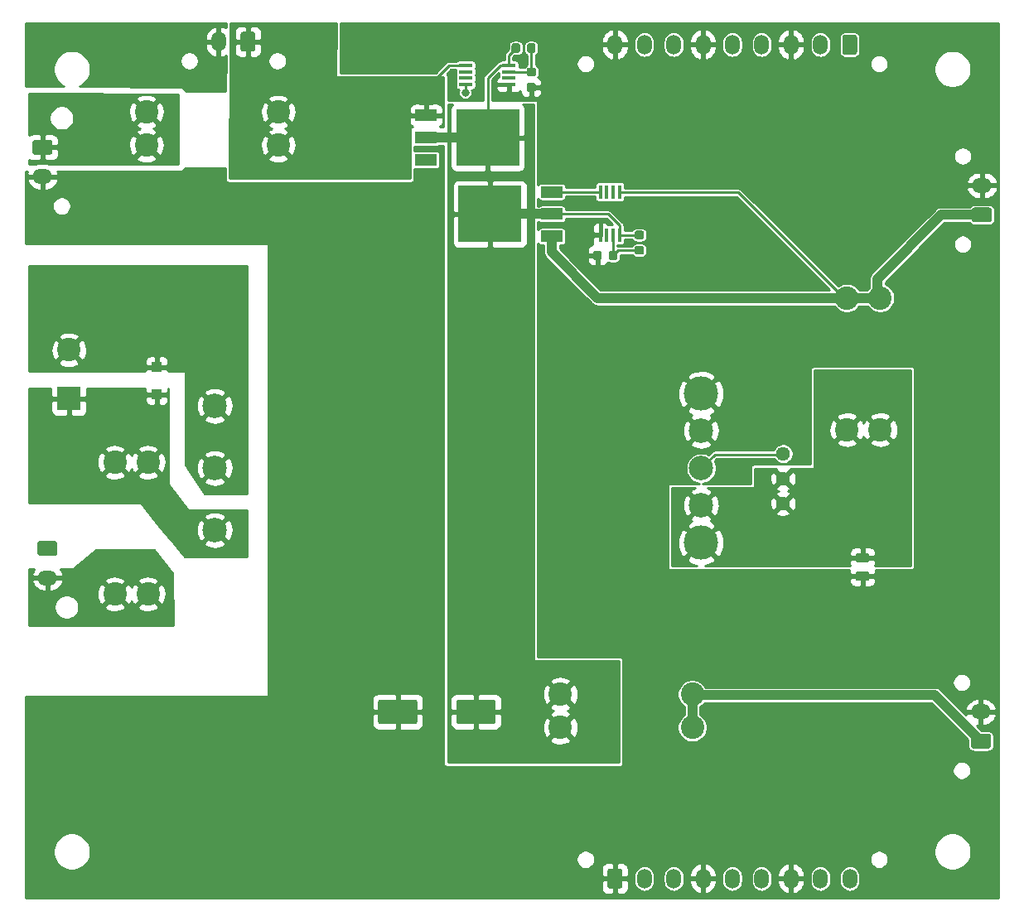
<source format=gbr>
G04 #@! TF.GenerationSoftware,KiCad,Pcbnew,(5.1.4)-1*
G04 #@! TF.CreationDate,2021-12-07T11:14:46-05:00*
G04 #@! TF.ProjectId,PowerBoard,506f7765-7242-46f6-9172-642e6b696361,rev?*
G04 #@! TF.SameCoordinates,Original*
G04 #@! TF.FileFunction,Copper,L1,Top*
G04 #@! TF.FilePolarity,Positive*
%FSLAX46Y46*%
G04 Gerber Fmt 4.6, Leading zero omitted, Abs format (unit mm)*
G04 Created by KiCad (PCBNEW (5.1.4)-1) date 2021-12-07 11:14:46*
%MOMM*%
%LPD*%
G04 APERTURE LIST*
%ADD10C,2.400000*%
%ADD11C,0.100000*%
%ADD12C,0.875000*%
%ADD13R,1.450000X0.450000*%
%ADD14R,0.450000X1.450000*%
%ADD15R,2.400000X2.400000*%
%ADD16R,6.400000X5.800000*%
%ADD17R,2.200000X1.200000*%
%ADD18C,2.500000*%
%ADD19O,2.020000X1.500000*%
%ADD20C,1.500000*%
%ADD21C,3.500000*%
%ADD22C,1.440000*%
%ADD23O,1.500000X2.020000*%
%ADD24R,1.100000X1.100000*%
%ADD25C,0.975000*%
%ADD26C,0.800000*%
%ADD27C,1.000000*%
%ADD28C,0.250000*%
%ADD29C,0.254000*%
G04 APERTURE END LIST*
D10*
X114930000Y-103900000D03*
X114930000Y-107300000D03*
X128400000Y-107300000D03*
X128400000Y-103900000D03*
X144200000Y-76870000D03*
X147600000Y-76870000D03*
X147600000Y-63400000D03*
X144200000Y-63400000D03*
X72630000Y-44400000D03*
X72630000Y-47800000D03*
X86100000Y-47800000D03*
X86100000Y-44400000D03*
X69400000Y-93670000D03*
X72800000Y-93670000D03*
X72800000Y-80200000D03*
X69400000Y-80200000D03*
D11*
G36*
X112227691Y-41438553D02*
G01*
X112248926Y-41441703D01*
X112269750Y-41446919D01*
X112289962Y-41454151D01*
X112309368Y-41463330D01*
X112327781Y-41474366D01*
X112345024Y-41487154D01*
X112360930Y-41501570D01*
X112375346Y-41517476D01*
X112388134Y-41534719D01*
X112399170Y-41553132D01*
X112408349Y-41572538D01*
X112415581Y-41592750D01*
X112420797Y-41613574D01*
X112423947Y-41634809D01*
X112425000Y-41656250D01*
X112425000Y-42093750D01*
X112423947Y-42115191D01*
X112420797Y-42136426D01*
X112415581Y-42157250D01*
X112408349Y-42177462D01*
X112399170Y-42196868D01*
X112388134Y-42215281D01*
X112375346Y-42232524D01*
X112360930Y-42248430D01*
X112345024Y-42262846D01*
X112327781Y-42275634D01*
X112309368Y-42286670D01*
X112289962Y-42295849D01*
X112269750Y-42303081D01*
X112248926Y-42308297D01*
X112227691Y-42311447D01*
X112206250Y-42312500D01*
X111693750Y-42312500D01*
X111672309Y-42311447D01*
X111651074Y-42308297D01*
X111630250Y-42303081D01*
X111610038Y-42295849D01*
X111590632Y-42286670D01*
X111572219Y-42275634D01*
X111554976Y-42262846D01*
X111539070Y-42248430D01*
X111524654Y-42232524D01*
X111511866Y-42215281D01*
X111500830Y-42196868D01*
X111491651Y-42177462D01*
X111484419Y-42157250D01*
X111479203Y-42136426D01*
X111476053Y-42115191D01*
X111475000Y-42093750D01*
X111475000Y-41656250D01*
X111476053Y-41634809D01*
X111479203Y-41613574D01*
X111484419Y-41592750D01*
X111491651Y-41572538D01*
X111500830Y-41553132D01*
X111511866Y-41534719D01*
X111524654Y-41517476D01*
X111539070Y-41501570D01*
X111554976Y-41487154D01*
X111572219Y-41474366D01*
X111590632Y-41463330D01*
X111610038Y-41454151D01*
X111630250Y-41446919D01*
X111651074Y-41441703D01*
X111672309Y-41438553D01*
X111693750Y-41437500D01*
X112206250Y-41437500D01*
X112227691Y-41438553D01*
X112227691Y-41438553D01*
G37*
D12*
X111950000Y-41875000D03*
D11*
G36*
X112227691Y-39863553D02*
G01*
X112248926Y-39866703D01*
X112269750Y-39871919D01*
X112289962Y-39879151D01*
X112309368Y-39888330D01*
X112327781Y-39899366D01*
X112345024Y-39912154D01*
X112360930Y-39926570D01*
X112375346Y-39942476D01*
X112388134Y-39959719D01*
X112399170Y-39978132D01*
X112408349Y-39997538D01*
X112415581Y-40017750D01*
X112420797Y-40038574D01*
X112423947Y-40059809D01*
X112425000Y-40081250D01*
X112425000Y-40518750D01*
X112423947Y-40540191D01*
X112420797Y-40561426D01*
X112415581Y-40582250D01*
X112408349Y-40602462D01*
X112399170Y-40621868D01*
X112388134Y-40640281D01*
X112375346Y-40657524D01*
X112360930Y-40673430D01*
X112345024Y-40687846D01*
X112327781Y-40700634D01*
X112309368Y-40711670D01*
X112289962Y-40720849D01*
X112269750Y-40728081D01*
X112248926Y-40733297D01*
X112227691Y-40736447D01*
X112206250Y-40737500D01*
X111693750Y-40737500D01*
X111672309Y-40736447D01*
X111651074Y-40733297D01*
X111630250Y-40728081D01*
X111610038Y-40720849D01*
X111590632Y-40711670D01*
X111572219Y-40700634D01*
X111554976Y-40687846D01*
X111539070Y-40673430D01*
X111524654Y-40657524D01*
X111511866Y-40640281D01*
X111500830Y-40621868D01*
X111491651Y-40602462D01*
X111484419Y-40582250D01*
X111479203Y-40561426D01*
X111476053Y-40540191D01*
X111475000Y-40518750D01*
X111475000Y-40081250D01*
X111476053Y-40059809D01*
X111479203Y-40038574D01*
X111484419Y-40017750D01*
X111491651Y-39997538D01*
X111500830Y-39978132D01*
X111511866Y-39959719D01*
X111524654Y-39942476D01*
X111539070Y-39926570D01*
X111554976Y-39912154D01*
X111572219Y-39899366D01*
X111590632Y-39888330D01*
X111610038Y-39879151D01*
X111630250Y-39871919D01*
X111651074Y-39866703D01*
X111672309Y-39863553D01*
X111693750Y-39862500D01*
X112206250Y-39862500D01*
X112227691Y-39863553D01*
X112227691Y-39863553D01*
G37*
D12*
X111950000Y-40300000D03*
D11*
G36*
X118965191Y-58576053D02*
G01*
X118986426Y-58579203D01*
X119007250Y-58584419D01*
X119027462Y-58591651D01*
X119046868Y-58600830D01*
X119065281Y-58611866D01*
X119082524Y-58624654D01*
X119098430Y-58639070D01*
X119112846Y-58654976D01*
X119125634Y-58672219D01*
X119136670Y-58690632D01*
X119145849Y-58710038D01*
X119153081Y-58730250D01*
X119158297Y-58751074D01*
X119161447Y-58772309D01*
X119162500Y-58793750D01*
X119162500Y-59306250D01*
X119161447Y-59327691D01*
X119158297Y-59348926D01*
X119153081Y-59369750D01*
X119145849Y-59389962D01*
X119136670Y-59409368D01*
X119125634Y-59427781D01*
X119112846Y-59445024D01*
X119098430Y-59460930D01*
X119082524Y-59475346D01*
X119065281Y-59488134D01*
X119046868Y-59499170D01*
X119027462Y-59508349D01*
X119007250Y-59515581D01*
X118986426Y-59520797D01*
X118965191Y-59523947D01*
X118943750Y-59525000D01*
X118506250Y-59525000D01*
X118484809Y-59523947D01*
X118463574Y-59520797D01*
X118442750Y-59515581D01*
X118422538Y-59508349D01*
X118403132Y-59499170D01*
X118384719Y-59488134D01*
X118367476Y-59475346D01*
X118351570Y-59460930D01*
X118337154Y-59445024D01*
X118324366Y-59427781D01*
X118313330Y-59409368D01*
X118304151Y-59389962D01*
X118296919Y-59369750D01*
X118291703Y-59348926D01*
X118288553Y-59327691D01*
X118287500Y-59306250D01*
X118287500Y-58793750D01*
X118288553Y-58772309D01*
X118291703Y-58751074D01*
X118296919Y-58730250D01*
X118304151Y-58710038D01*
X118313330Y-58690632D01*
X118324366Y-58672219D01*
X118337154Y-58654976D01*
X118351570Y-58639070D01*
X118367476Y-58624654D01*
X118384719Y-58611866D01*
X118403132Y-58600830D01*
X118422538Y-58591651D01*
X118442750Y-58584419D01*
X118463574Y-58579203D01*
X118484809Y-58576053D01*
X118506250Y-58575000D01*
X118943750Y-58575000D01*
X118965191Y-58576053D01*
X118965191Y-58576053D01*
G37*
D12*
X118725000Y-59050000D03*
D11*
G36*
X120540191Y-58576053D02*
G01*
X120561426Y-58579203D01*
X120582250Y-58584419D01*
X120602462Y-58591651D01*
X120621868Y-58600830D01*
X120640281Y-58611866D01*
X120657524Y-58624654D01*
X120673430Y-58639070D01*
X120687846Y-58654976D01*
X120700634Y-58672219D01*
X120711670Y-58690632D01*
X120720849Y-58710038D01*
X120728081Y-58730250D01*
X120733297Y-58751074D01*
X120736447Y-58772309D01*
X120737500Y-58793750D01*
X120737500Y-59306250D01*
X120736447Y-59327691D01*
X120733297Y-59348926D01*
X120728081Y-59369750D01*
X120720849Y-59389962D01*
X120711670Y-59409368D01*
X120700634Y-59427781D01*
X120687846Y-59445024D01*
X120673430Y-59460930D01*
X120657524Y-59475346D01*
X120640281Y-59488134D01*
X120621868Y-59499170D01*
X120602462Y-59508349D01*
X120582250Y-59515581D01*
X120561426Y-59520797D01*
X120540191Y-59523947D01*
X120518750Y-59525000D01*
X120081250Y-59525000D01*
X120059809Y-59523947D01*
X120038574Y-59520797D01*
X120017750Y-59515581D01*
X119997538Y-59508349D01*
X119978132Y-59499170D01*
X119959719Y-59488134D01*
X119942476Y-59475346D01*
X119926570Y-59460930D01*
X119912154Y-59445024D01*
X119899366Y-59427781D01*
X119888330Y-59409368D01*
X119879151Y-59389962D01*
X119871919Y-59369750D01*
X119866703Y-59348926D01*
X119863553Y-59327691D01*
X119862500Y-59306250D01*
X119862500Y-58793750D01*
X119863553Y-58772309D01*
X119866703Y-58751074D01*
X119871919Y-58730250D01*
X119879151Y-58710038D01*
X119888330Y-58690632D01*
X119899366Y-58672219D01*
X119912154Y-58654976D01*
X119926570Y-58639070D01*
X119942476Y-58624654D01*
X119959719Y-58611866D01*
X119978132Y-58600830D01*
X119997538Y-58591651D01*
X120017750Y-58584419D01*
X120038574Y-58579203D01*
X120059809Y-58576053D01*
X120081250Y-58575000D01*
X120518750Y-58575000D01*
X120540191Y-58576053D01*
X120540191Y-58576053D01*
G37*
D12*
X120300000Y-59050000D03*
D13*
X109650000Y-39625000D03*
X109650000Y-40275000D03*
X109650000Y-40925000D03*
X109650000Y-41575000D03*
X105250000Y-41575000D03*
X105250000Y-40925000D03*
X105250000Y-40275000D03*
X105250000Y-39625000D03*
D14*
X120975000Y-56950000D03*
X120325000Y-56950000D03*
X119675000Y-56950000D03*
X119025000Y-56950000D03*
X119025000Y-52550000D03*
X119675000Y-52550000D03*
X120325000Y-52550000D03*
X120975000Y-52550000D03*
D11*
G36*
X112190191Y-37376053D02*
G01*
X112211426Y-37379203D01*
X112232250Y-37384419D01*
X112252462Y-37391651D01*
X112271868Y-37400830D01*
X112290281Y-37411866D01*
X112307524Y-37424654D01*
X112323430Y-37439070D01*
X112337846Y-37454976D01*
X112350634Y-37472219D01*
X112361670Y-37490632D01*
X112370849Y-37510038D01*
X112378081Y-37530250D01*
X112383297Y-37551074D01*
X112386447Y-37572309D01*
X112387500Y-37593750D01*
X112387500Y-38106250D01*
X112386447Y-38127691D01*
X112383297Y-38148926D01*
X112378081Y-38169750D01*
X112370849Y-38189962D01*
X112361670Y-38209368D01*
X112350634Y-38227781D01*
X112337846Y-38245024D01*
X112323430Y-38260930D01*
X112307524Y-38275346D01*
X112290281Y-38288134D01*
X112271868Y-38299170D01*
X112252462Y-38308349D01*
X112232250Y-38315581D01*
X112211426Y-38320797D01*
X112190191Y-38323947D01*
X112168750Y-38325000D01*
X111731250Y-38325000D01*
X111709809Y-38323947D01*
X111688574Y-38320797D01*
X111667750Y-38315581D01*
X111647538Y-38308349D01*
X111628132Y-38299170D01*
X111609719Y-38288134D01*
X111592476Y-38275346D01*
X111576570Y-38260930D01*
X111562154Y-38245024D01*
X111549366Y-38227781D01*
X111538330Y-38209368D01*
X111529151Y-38189962D01*
X111521919Y-38169750D01*
X111516703Y-38148926D01*
X111513553Y-38127691D01*
X111512500Y-38106250D01*
X111512500Y-37593750D01*
X111513553Y-37572309D01*
X111516703Y-37551074D01*
X111521919Y-37530250D01*
X111529151Y-37510038D01*
X111538330Y-37490632D01*
X111549366Y-37472219D01*
X111562154Y-37454976D01*
X111576570Y-37439070D01*
X111592476Y-37424654D01*
X111609719Y-37411866D01*
X111628132Y-37400830D01*
X111647538Y-37391651D01*
X111667750Y-37384419D01*
X111688574Y-37379203D01*
X111709809Y-37376053D01*
X111731250Y-37375000D01*
X112168750Y-37375000D01*
X112190191Y-37376053D01*
X112190191Y-37376053D01*
G37*
D12*
X111950000Y-37850000D03*
D11*
G36*
X110615191Y-37376053D02*
G01*
X110636426Y-37379203D01*
X110657250Y-37384419D01*
X110677462Y-37391651D01*
X110696868Y-37400830D01*
X110715281Y-37411866D01*
X110732524Y-37424654D01*
X110748430Y-37439070D01*
X110762846Y-37454976D01*
X110775634Y-37472219D01*
X110786670Y-37490632D01*
X110795849Y-37510038D01*
X110803081Y-37530250D01*
X110808297Y-37551074D01*
X110811447Y-37572309D01*
X110812500Y-37593750D01*
X110812500Y-38106250D01*
X110811447Y-38127691D01*
X110808297Y-38148926D01*
X110803081Y-38169750D01*
X110795849Y-38189962D01*
X110786670Y-38209368D01*
X110775634Y-38227781D01*
X110762846Y-38245024D01*
X110748430Y-38260930D01*
X110732524Y-38275346D01*
X110715281Y-38288134D01*
X110696868Y-38299170D01*
X110677462Y-38308349D01*
X110657250Y-38315581D01*
X110636426Y-38320797D01*
X110615191Y-38323947D01*
X110593750Y-38325000D01*
X110156250Y-38325000D01*
X110134809Y-38323947D01*
X110113574Y-38320797D01*
X110092750Y-38315581D01*
X110072538Y-38308349D01*
X110053132Y-38299170D01*
X110034719Y-38288134D01*
X110017476Y-38275346D01*
X110001570Y-38260930D01*
X109987154Y-38245024D01*
X109974366Y-38227781D01*
X109963330Y-38209368D01*
X109954151Y-38189962D01*
X109946919Y-38169750D01*
X109941703Y-38148926D01*
X109938553Y-38127691D01*
X109937500Y-38106250D01*
X109937500Y-37593750D01*
X109938553Y-37572309D01*
X109941703Y-37551074D01*
X109946919Y-37530250D01*
X109954151Y-37510038D01*
X109963330Y-37490632D01*
X109974366Y-37472219D01*
X109987154Y-37454976D01*
X110001570Y-37439070D01*
X110017476Y-37424654D01*
X110034719Y-37411866D01*
X110053132Y-37400830D01*
X110072538Y-37391651D01*
X110092750Y-37384419D01*
X110113574Y-37379203D01*
X110134809Y-37376053D01*
X110156250Y-37375000D01*
X110593750Y-37375000D01*
X110615191Y-37376053D01*
X110615191Y-37376053D01*
G37*
D12*
X110375000Y-37850000D03*
D11*
G36*
X123277691Y-58088553D02*
G01*
X123298926Y-58091703D01*
X123319750Y-58096919D01*
X123339962Y-58104151D01*
X123359368Y-58113330D01*
X123377781Y-58124366D01*
X123395024Y-58137154D01*
X123410930Y-58151570D01*
X123425346Y-58167476D01*
X123438134Y-58184719D01*
X123449170Y-58203132D01*
X123458349Y-58222538D01*
X123465581Y-58242750D01*
X123470797Y-58263574D01*
X123473947Y-58284809D01*
X123475000Y-58306250D01*
X123475000Y-58743750D01*
X123473947Y-58765191D01*
X123470797Y-58786426D01*
X123465581Y-58807250D01*
X123458349Y-58827462D01*
X123449170Y-58846868D01*
X123438134Y-58865281D01*
X123425346Y-58882524D01*
X123410930Y-58898430D01*
X123395024Y-58912846D01*
X123377781Y-58925634D01*
X123359368Y-58936670D01*
X123339962Y-58945849D01*
X123319750Y-58953081D01*
X123298926Y-58958297D01*
X123277691Y-58961447D01*
X123256250Y-58962500D01*
X122743750Y-58962500D01*
X122722309Y-58961447D01*
X122701074Y-58958297D01*
X122680250Y-58953081D01*
X122660038Y-58945849D01*
X122640632Y-58936670D01*
X122622219Y-58925634D01*
X122604976Y-58912846D01*
X122589070Y-58898430D01*
X122574654Y-58882524D01*
X122561866Y-58865281D01*
X122550830Y-58846868D01*
X122541651Y-58827462D01*
X122534419Y-58807250D01*
X122529203Y-58786426D01*
X122526053Y-58765191D01*
X122525000Y-58743750D01*
X122525000Y-58306250D01*
X122526053Y-58284809D01*
X122529203Y-58263574D01*
X122534419Y-58242750D01*
X122541651Y-58222538D01*
X122550830Y-58203132D01*
X122561866Y-58184719D01*
X122574654Y-58167476D01*
X122589070Y-58151570D01*
X122604976Y-58137154D01*
X122622219Y-58124366D01*
X122640632Y-58113330D01*
X122660038Y-58104151D01*
X122680250Y-58096919D01*
X122701074Y-58091703D01*
X122722309Y-58088553D01*
X122743750Y-58087500D01*
X123256250Y-58087500D01*
X123277691Y-58088553D01*
X123277691Y-58088553D01*
G37*
D12*
X123000000Y-58525000D03*
D11*
G36*
X123277691Y-56513553D02*
G01*
X123298926Y-56516703D01*
X123319750Y-56521919D01*
X123339962Y-56529151D01*
X123359368Y-56538330D01*
X123377781Y-56549366D01*
X123395024Y-56562154D01*
X123410930Y-56576570D01*
X123425346Y-56592476D01*
X123438134Y-56609719D01*
X123449170Y-56628132D01*
X123458349Y-56647538D01*
X123465581Y-56667750D01*
X123470797Y-56688574D01*
X123473947Y-56709809D01*
X123475000Y-56731250D01*
X123475000Y-57168750D01*
X123473947Y-57190191D01*
X123470797Y-57211426D01*
X123465581Y-57232250D01*
X123458349Y-57252462D01*
X123449170Y-57271868D01*
X123438134Y-57290281D01*
X123425346Y-57307524D01*
X123410930Y-57323430D01*
X123395024Y-57337846D01*
X123377781Y-57350634D01*
X123359368Y-57361670D01*
X123339962Y-57370849D01*
X123319750Y-57378081D01*
X123298926Y-57383297D01*
X123277691Y-57386447D01*
X123256250Y-57387500D01*
X122743750Y-57387500D01*
X122722309Y-57386447D01*
X122701074Y-57383297D01*
X122680250Y-57378081D01*
X122660038Y-57370849D01*
X122640632Y-57361670D01*
X122622219Y-57350634D01*
X122604976Y-57337846D01*
X122589070Y-57323430D01*
X122574654Y-57307524D01*
X122561866Y-57290281D01*
X122550830Y-57271868D01*
X122541651Y-57252462D01*
X122534419Y-57232250D01*
X122529203Y-57211426D01*
X122526053Y-57190191D01*
X122525000Y-57168750D01*
X122525000Y-56731250D01*
X122526053Y-56709809D01*
X122529203Y-56688574D01*
X122534419Y-56667750D01*
X122541651Y-56647538D01*
X122550830Y-56628132D01*
X122561866Y-56609719D01*
X122574654Y-56592476D01*
X122589070Y-56576570D01*
X122604976Y-56562154D01*
X122622219Y-56549366D01*
X122640632Y-56538330D01*
X122660038Y-56529151D01*
X122680250Y-56521919D01*
X122701074Y-56516703D01*
X122722309Y-56513553D01*
X122743750Y-56512500D01*
X123256250Y-56512500D01*
X123277691Y-56513553D01*
X123277691Y-56513553D01*
G37*
D12*
X123000000Y-56950000D03*
D10*
X64700000Y-68700000D03*
D15*
X64700000Y-73700000D03*
D16*
X107500000Y-47000000D03*
D17*
X101200000Y-49280000D03*
X101200000Y-47000000D03*
X101200000Y-44720000D03*
D16*
X107725000Y-54825000D03*
D17*
X114025000Y-52545000D03*
X114025000Y-54825000D03*
X114025000Y-57105000D03*
D11*
G36*
X100074504Y-104451204D02*
G01*
X100098773Y-104454804D01*
X100122571Y-104460765D01*
X100145671Y-104469030D01*
X100167849Y-104479520D01*
X100188893Y-104492133D01*
X100208598Y-104506747D01*
X100226777Y-104523223D01*
X100243253Y-104541402D01*
X100257867Y-104561107D01*
X100270480Y-104582151D01*
X100280970Y-104604329D01*
X100289235Y-104627429D01*
X100295196Y-104651227D01*
X100298796Y-104675496D01*
X100300000Y-104700000D01*
X100300000Y-106700000D01*
X100298796Y-106724504D01*
X100295196Y-106748773D01*
X100289235Y-106772571D01*
X100280970Y-106795671D01*
X100270480Y-106817849D01*
X100257867Y-106838893D01*
X100243253Y-106858598D01*
X100226777Y-106876777D01*
X100208598Y-106893253D01*
X100188893Y-106907867D01*
X100167849Y-106920480D01*
X100145671Y-106930970D01*
X100122571Y-106939235D01*
X100098773Y-106945196D01*
X100074504Y-106948796D01*
X100050000Y-106950000D01*
X96550000Y-106950000D01*
X96525496Y-106948796D01*
X96501227Y-106945196D01*
X96477429Y-106939235D01*
X96454329Y-106930970D01*
X96432151Y-106920480D01*
X96411107Y-106907867D01*
X96391402Y-106893253D01*
X96373223Y-106876777D01*
X96356747Y-106858598D01*
X96342133Y-106838893D01*
X96329520Y-106817849D01*
X96319030Y-106795671D01*
X96310765Y-106772571D01*
X96304804Y-106748773D01*
X96301204Y-106724504D01*
X96300000Y-106700000D01*
X96300000Y-104700000D01*
X96301204Y-104675496D01*
X96304804Y-104651227D01*
X96310765Y-104627429D01*
X96319030Y-104604329D01*
X96329520Y-104582151D01*
X96342133Y-104561107D01*
X96356747Y-104541402D01*
X96373223Y-104523223D01*
X96391402Y-104506747D01*
X96411107Y-104492133D01*
X96432151Y-104479520D01*
X96454329Y-104469030D01*
X96477429Y-104460765D01*
X96501227Y-104454804D01*
X96525496Y-104451204D01*
X96550000Y-104450000D01*
X100050000Y-104450000D01*
X100074504Y-104451204D01*
X100074504Y-104451204D01*
G37*
D18*
X98300000Y-105700000D03*
D11*
G36*
X108074504Y-104451204D02*
G01*
X108098773Y-104454804D01*
X108122571Y-104460765D01*
X108145671Y-104469030D01*
X108167849Y-104479520D01*
X108188893Y-104492133D01*
X108208598Y-104506747D01*
X108226777Y-104523223D01*
X108243253Y-104541402D01*
X108257867Y-104561107D01*
X108270480Y-104582151D01*
X108280970Y-104604329D01*
X108289235Y-104627429D01*
X108295196Y-104651227D01*
X108298796Y-104675496D01*
X108300000Y-104700000D01*
X108300000Y-106700000D01*
X108298796Y-106724504D01*
X108295196Y-106748773D01*
X108289235Y-106772571D01*
X108280970Y-106795671D01*
X108270480Y-106817849D01*
X108257867Y-106838893D01*
X108243253Y-106858598D01*
X108226777Y-106876777D01*
X108208598Y-106893253D01*
X108188893Y-106907867D01*
X108167849Y-106920480D01*
X108145671Y-106930970D01*
X108122571Y-106939235D01*
X108098773Y-106945196D01*
X108074504Y-106948796D01*
X108050000Y-106950000D01*
X104550000Y-106950000D01*
X104525496Y-106948796D01*
X104501227Y-106945196D01*
X104477429Y-106939235D01*
X104454329Y-106930970D01*
X104432151Y-106920480D01*
X104411107Y-106907867D01*
X104391402Y-106893253D01*
X104373223Y-106876777D01*
X104356747Y-106858598D01*
X104342133Y-106838893D01*
X104329520Y-106817849D01*
X104319030Y-106795671D01*
X104310765Y-106772571D01*
X104304804Y-106748773D01*
X104301204Y-106724504D01*
X104300000Y-106700000D01*
X104300000Y-104700000D01*
X104301204Y-104675496D01*
X104304804Y-104651227D01*
X104310765Y-104627429D01*
X104319030Y-104604329D01*
X104329520Y-104582151D01*
X104342133Y-104561107D01*
X104356747Y-104541402D01*
X104373223Y-104523223D01*
X104391402Y-104506747D01*
X104411107Y-104492133D01*
X104432151Y-104479520D01*
X104454329Y-104469030D01*
X104477429Y-104460765D01*
X104501227Y-104454804D01*
X104525496Y-104451204D01*
X104550000Y-104450000D01*
X108050000Y-104450000D01*
X108074504Y-104451204D01*
X108074504Y-104451204D01*
G37*
D18*
X106300000Y-105700000D03*
D19*
X158000000Y-51900000D03*
D11*
G36*
X158784504Y-54151204D02*
G01*
X158808773Y-54154804D01*
X158832571Y-54160765D01*
X158855671Y-54169030D01*
X158877849Y-54179520D01*
X158898893Y-54192133D01*
X158918598Y-54206747D01*
X158936777Y-54223223D01*
X158953253Y-54241402D01*
X158967867Y-54261107D01*
X158980480Y-54282151D01*
X158990970Y-54304329D01*
X158999235Y-54327429D01*
X159005196Y-54351227D01*
X159008796Y-54375496D01*
X159010000Y-54400000D01*
X159010000Y-55400000D01*
X159008796Y-55424504D01*
X159005196Y-55448773D01*
X158999235Y-55472571D01*
X158990970Y-55495671D01*
X158980480Y-55517849D01*
X158967867Y-55538893D01*
X158953253Y-55558598D01*
X158936777Y-55576777D01*
X158918598Y-55593253D01*
X158898893Y-55607867D01*
X158877849Y-55620480D01*
X158855671Y-55630970D01*
X158832571Y-55639235D01*
X158808773Y-55645196D01*
X158784504Y-55648796D01*
X158760000Y-55650000D01*
X157240000Y-55650000D01*
X157215496Y-55648796D01*
X157191227Y-55645196D01*
X157167429Y-55639235D01*
X157144329Y-55630970D01*
X157122151Y-55620480D01*
X157101107Y-55607867D01*
X157081402Y-55593253D01*
X157063223Y-55576777D01*
X157046747Y-55558598D01*
X157032133Y-55538893D01*
X157019520Y-55517849D01*
X157009030Y-55495671D01*
X157000765Y-55472571D01*
X156994804Y-55448773D01*
X156991204Y-55424504D01*
X156990000Y-55400000D01*
X156990000Y-54400000D01*
X156991204Y-54375496D01*
X156994804Y-54351227D01*
X157000765Y-54327429D01*
X157009030Y-54304329D01*
X157019520Y-54282151D01*
X157032133Y-54261107D01*
X157046747Y-54241402D01*
X157063223Y-54223223D01*
X157081402Y-54206747D01*
X157101107Y-54192133D01*
X157122151Y-54179520D01*
X157144329Y-54169030D01*
X157167429Y-54160765D01*
X157191227Y-54154804D01*
X157215496Y-54151204D01*
X157240000Y-54150000D01*
X158760000Y-54150000D01*
X158784504Y-54151204D01*
X158784504Y-54151204D01*
G37*
D20*
X158000000Y-54900000D03*
D21*
X129300000Y-88420000D03*
D18*
X129300000Y-84610000D03*
X129300000Y-80800000D03*
X129300000Y-76990000D03*
D21*
X129300000Y-73180000D03*
D18*
X79600000Y-87150000D03*
X79600000Y-80800000D03*
X79600000Y-74450000D03*
D22*
X137700000Y-79320000D03*
X137700000Y-81860000D03*
X137700000Y-84400000D03*
D23*
X80000000Y-37200000D03*
D11*
G36*
X83524504Y-36191204D02*
G01*
X83548773Y-36194804D01*
X83572571Y-36200765D01*
X83595671Y-36209030D01*
X83617849Y-36219520D01*
X83638893Y-36232133D01*
X83658598Y-36246747D01*
X83676777Y-36263223D01*
X83693253Y-36281402D01*
X83707867Y-36301107D01*
X83720480Y-36322151D01*
X83730970Y-36344329D01*
X83739235Y-36367429D01*
X83745196Y-36391227D01*
X83748796Y-36415496D01*
X83750000Y-36440000D01*
X83750000Y-37960000D01*
X83748796Y-37984504D01*
X83745196Y-38008773D01*
X83739235Y-38032571D01*
X83730970Y-38055671D01*
X83720480Y-38077849D01*
X83707867Y-38098893D01*
X83693253Y-38118598D01*
X83676777Y-38136777D01*
X83658598Y-38153253D01*
X83638893Y-38167867D01*
X83617849Y-38180480D01*
X83595671Y-38190970D01*
X83572571Y-38199235D01*
X83548773Y-38205196D01*
X83524504Y-38208796D01*
X83500000Y-38210000D01*
X82500000Y-38210000D01*
X82475496Y-38208796D01*
X82451227Y-38205196D01*
X82427429Y-38199235D01*
X82404329Y-38190970D01*
X82382151Y-38180480D01*
X82361107Y-38167867D01*
X82341402Y-38153253D01*
X82323223Y-38136777D01*
X82306747Y-38118598D01*
X82292133Y-38098893D01*
X82279520Y-38077849D01*
X82269030Y-38055671D01*
X82260765Y-38032571D01*
X82254804Y-38008773D01*
X82251204Y-37984504D01*
X82250000Y-37960000D01*
X82250000Y-36440000D01*
X82251204Y-36415496D01*
X82254804Y-36391227D01*
X82260765Y-36367429D01*
X82269030Y-36344329D01*
X82279520Y-36322151D01*
X82292133Y-36301107D01*
X82306747Y-36281402D01*
X82323223Y-36263223D01*
X82341402Y-36246747D01*
X82361107Y-36232133D01*
X82382151Y-36219520D01*
X82404329Y-36209030D01*
X82427429Y-36200765D01*
X82451227Y-36194804D01*
X82475496Y-36191204D01*
X82500000Y-36190000D01*
X83500000Y-36190000D01*
X83524504Y-36191204D01*
X83524504Y-36191204D01*
G37*
D20*
X83000000Y-37200000D03*
D19*
X157900000Y-105700000D03*
D11*
G36*
X158684504Y-107951204D02*
G01*
X158708773Y-107954804D01*
X158732571Y-107960765D01*
X158755671Y-107969030D01*
X158777849Y-107979520D01*
X158798893Y-107992133D01*
X158818598Y-108006747D01*
X158836777Y-108023223D01*
X158853253Y-108041402D01*
X158867867Y-108061107D01*
X158880480Y-108082151D01*
X158890970Y-108104329D01*
X158899235Y-108127429D01*
X158905196Y-108151227D01*
X158908796Y-108175496D01*
X158910000Y-108200000D01*
X158910000Y-109200000D01*
X158908796Y-109224504D01*
X158905196Y-109248773D01*
X158899235Y-109272571D01*
X158890970Y-109295671D01*
X158880480Y-109317849D01*
X158867867Y-109338893D01*
X158853253Y-109358598D01*
X158836777Y-109376777D01*
X158818598Y-109393253D01*
X158798893Y-109407867D01*
X158777849Y-109420480D01*
X158755671Y-109430970D01*
X158732571Y-109439235D01*
X158708773Y-109445196D01*
X158684504Y-109448796D01*
X158660000Y-109450000D01*
X157140000Y-109450000D01*
X157115496Y-109448796D01*
X157091227Y-109445196D01*
X157067429Y-109439235D01*
X157044329Y-109430970D01*
X157022151Y-109420480D01*
X157001107Y-109407867D01*
X156981402Y-109393253D01*
X156963223Y-109376777D01*
X156946747Y-109358598D01*
X156932133Y-109338893D01*
X156919520Y-109317849D01*
X156909030Y-109295671D01*
X156900765Y-109272571D01*
X156894804Y-109248773D01*
X156891204Y-109224504D01*
X156890000Y-109200000D01*
X156890000Y-108200000D01*
X156891204Y-108175496D01*
X156894804Y-108151227D01*
X156900765Y-108127429D01*
X156909030Y-108104329D01*
X156919520Y-108082151D01*
X156932133Y-108061107D01*
X156946747Y-108041402D01*
X156963223Y-108023223D01*
X156981402Y-108006747D01*
X157001107Y-107992133D01*
X157022151Y-107979520D01*
X157044329Y-107969030D01*
X157067429Y-107960765D01*
X157091227Y-107954804D01*
X157115496Y-107951204D01*
X157140000Y-107950000D01*
X158660000Y-107950000D01*
X158684504Y-107951204D01*
X158684504Y-107951204D01*
G37*
D20*
X157900000Y-108700000D03*
D23*
X144500000Y-122750000D03*
X141500000Y-122750000D03*
X138500000Y-122750000D03*
X135500000Y-122750000D03*
X132500000Y-122750000D03*
X129500000Y-122750000D03*
X126500000Y-122750000D03*
X123500000Y-122750000D03*
D11*
G36*
X121024504Y-121741204D02*
G01*
X121048773Y-121744804D01*
X121072571Y-121750765D01*
X121095671Y-121759030D01*
X121117849Y-121769520D01*
X121138893Y-121782133D01*
X121158598Y-121796747D01*
X121176777Y-121813223D01*
X121193253Y-121831402D01*
X121207867Y-121851107D01*
X121220480Y-121872151D01*
X121230970Y-121894329D01*
X121239235Y-121917429D01*
X121245196Y-121941227D01*
X121248796Y-121965496D01*
X121250000Y-121990000D01*
X121250000Y-123510000D01*
X121248796Y-123534504D01*
X121245196Y-123558773D01*
X121239235Y-123582571D01*
X121230970Y-123605671D01*
X121220480Y-123627849D01*
X121207867Y-123648893D01*
X121193253Y-123668598D01*
X121176777Y-123686777D01*
X121158598Y-123703253D01*
X121138893Y-123717867D01*
X121117849Y-123730480D01*
X121095671Y-123740970D01*
X121072571Y-123749235D01*
X121048773Y-123755196D01*
X121024504Y-123758796D01*
X121000000Y-123760000D01*
X120000000Y-123760000D01*
X119975496Y-123758796D01*
X119951227Y-123755196D01*
X119927429Y-123749235D01*
X119904329Y-123740970D01*
X119882151Y-123730480D01*
X119861107Y-123717867D01*
X119841402Y-123703253D01*
X119823223Y-123686777D01*
X119806747Y-123668598D01*
X119792133Y-123648893D01*
X119779520Y-123627849D01*
X119769030Y-123605671D01*
X119760765Y-123582571D01*
X119754804Y-123558773D01*
X119751204Y-123534504D01*
X119750000Y-123510000D01*
X119750000Y-121990000D01*
X119751204Y-121965496D01*
X119754804Y-121941227D01*
X119760765Y-121917429D01*
X119769030Y-121894329D01*
X119779520Y-121872151D01*
X119792133Y-121851107D01*
X119806747Y-121831402D01*
X119823223Y-121813223D01*
X119841402Y-121796747D01*
X119861107Y-121782133D01*
X119882151Y-121769520D01*
X119904329Y-121759030D01*
X119927429Y-121750765D01*
X119951227Y-121744804D01*
X119975496Y-121741204D01*
X120000000Y-121740000D01*
X121000000Y-121740000D01*
X121024504Y-121741204D01*
X121024504Y-121741204D01*
G37*
D20*
X120500000Y-122750000D03*
D23*
X120500000Y-37500000D03*
X123500000Y-37500000D03*
X126500000Y-37500000D03*
X129500000Y-37500000D03*
X132500000Y-37500000D03*
X135500000Y-37500000D03*
X138500000Y-37500000D03*
X141500000Y-37500000D03*
D11*
G36*
X145024504Y-36491204D02*
G01*
X145048773Y-36494804D01*
X145072571Y-36500765D01*
X145095671Y-36509030D01*
X145117849Y-36519520D01*
X145138893Y-36532133D01*
X145158598Y-36546747D01*
X145176777Y-36563223D01*
X145193253Y-36581402D01*
X145207867Y-36601107D01*
X145220480Y-36622151D01*
X145230970Y-36644329D01*
X145239235Y-36667429D01*
X145245196Y-36691227D01*
X145248796Y-36715496D01*
X145250000Y-36740000D01*
X145250000Y-38260000D01*
X145248796Y-38284504D01*
X145245196Y-38308773D01*
X145239235Y-38332571D01*
X145230970Y-38355671D01*
X145220480Y-38377849D01*
X145207867Y-38398893D01*
X145193253Y-38418598D01*
X145176777Y-38436777D01*
X145158598Y-38453253D01*
X145138893Y-38467867D01*
X145117849Y-38480480D01*
X145095671Y-38490970D01*
X145072571Y-38499235D01*
X145048773Y-38505196D01*
X145024504Y-38508796D01*
X145000000Y-38510000D01*
X144000000Y-38510000D01*
X143975496Y-38508796D01*
X143951227Y-38505196D01*
X143927429Y-38499235D01*
X143904329Y-38490970D01*
X143882151Y-38480480D01*
X143861107Y-38467867D01*
X143841402Y-38453253D01*
X143823223Y-38436777D01*
X143806747Y-38418598D01*
X143792133Y-38398893D01*
X143779520Y-38377849D01*
X143769030Y-38355671D01*
X143760765Y-38332571D01*
X143754804Y-38308773D01*
X143751204Y-38284504D01*
X143750000Y-38260000D01*
X143750000Y-36740000D01*
X143751204Y-36715496D01*
X143754804Y-36691227D01*
X143760765Y-36667429D01*
X143769030Y-36644329D01*
X143779520Y-36622151D01*
X143792133Y-36601107D01*
X143806747Y-36581402D01*
X143823223Y-36563223D01*
X143841402Y-36546747D01*
X143861107Y-36532133D01*
X143882151Y-36519520D01*
X143904329Y-36509030D01*
X143927429Y-36500765D01*
X143951227Y-36494804D01*
X143975496Y-36491204D01*
X144000000Y-36490000D01*
X145000000Y-36490000D01*
X145024504Y-36491204D01*
X145024504Y-36491204D01*
G37*
D20*
X144500000Y-37500000D03*
D19*
X62000000Y-51000000D03*
D11*
G36*
X62784504Y-47251204D02*
G01*
X62808773Y-47254804D01*
X62832571Y-47260765D01*
X62855671Y-47269030D01*
X62877849Y-47279520D01*
X62898893Y-47292133D01*
X62918598Y-47306747D01*
X62936777Y-47323223D01*
X62953253Y-47341402D01*
X62967867Y-47361107D01*
X62980480Y-47382151D01*
X62990970Y-47404329D01*
X62999235Y-47427429D01*
X63005196Y-47451227D01*
X63008796Y-47475496D01*
X63010000Y-47500000D01*
X63010000Y-48500000D01*
X63008796Y-48524504D01*
X63005196Y-48548773D01*
X62999235Y-48572571D01*
X62990970Y-48595671D01*
X62980480Y-48617849D01*
X62967867Y-48638893D01*
X62953253Y-48658598D01*
X62936777Y-48676777D01*
X62918598Y-48693253D01*
X62898893Y-48707867D01*
X62877849Y-48720480D01*
X62855671Y-48730970D01*
X62832571Y-48739235D01*
X62808773Y-48745196D01*
X62784504Y-48748796D01*
X62760000Y-48750000D01*
X61240000Y-48750000D01*
X61215496Y-48748796D01*
X61191227Y-48745196D01*
X61167429Y-48739235D01*
X61144329Y-48730970D01*
X61122151Y-48720480D01*
X61101107Y-48707867D01*
X61081402Y-48693253D01*
X61063223Y-48676777D01*
X61046747Y-48658598D01*
X61032133Y-48638893D01*
X61019520Y-48617849D01*
X61009030Y-48595671D01*
X61000765Y-48572571D01*
X60994804Y-48548773D01*
X60991204Y-48524504D01*
X60990000Y-48500000D01*
X60990000Y-47500000D01*
X60991204Y-47475496D01*
X60994804Y-47451227D01*
X61000765Y-47427429D01*
X61009030Y-47404329D01*
X61019520Y-47382151D01*
X61032133Y-47361107D01*
X61046747Y-47341402D01*
X61063223Y-47323223D01*
X61081402Y-47306747D01*
X61101107Y-47292133D01*
X61122151Y-47279520D01*
X61144329Y-47269030D01*
X61167429Y-47260765D01*
X61191227Y-47254804D01*
X61215496Y-47251204D01*
X61240000Y-47250000D01*
X62760000Y-47250000D01*
X62784504Y-47251204D01*
X62784504Y-47251204D01*
G37*
D20*
X62000000Y-48000000D03*
D19*
X62500000Y-92000000D03*
D11*
G36*
X63284504Y-88251204D02*
G01*
X63308773Y-88254804D01*
X63332571Y-88260765D01*
X63355671Y-88269030D01*
X63377849Y-88279520D01*
X63398893Y-88292133D01*
X63418598Y-88306747D01*
X63436777Y-88323223D01*
X63453253Y-88341402D01*
X63467867Y-88361107D01*
X63480480Y-88382151D01*
X63490970Y-88404329D01*
X63499235Y-88427429D01*
X63505196Y-88451227D01*
X63508796Y-88475496D01*
X63510000Y-88500000D01*
X63510000Y-89500000D01*
X63508796Y-89524504D01*
X63505196Y-89548773D01*
X63499235Y-89572571D01*
X63490970Y-89595671D01*
X63480480Y-89617849D01*
X63467867Y-89638893D01*
X63453253Y-89658598D01*
X63436777Y-89676777D01*
X63418598Y-89693253D01*
X63398893Y-89707867D01*
X63377849Y-89720480D01*
X63355671Y-89730970D01*
X63332571Y-89739235D01*
X63308773Y-89745196D01*
X63284504Y-89748796D01*
X63260000Y-89750000D01*
X61740000Y-89750000D01*
X61715496Y-89748796D01*
X61691227Y-89745196D01*
X61667429Y-89739235D01*
X61644329Y-89730970D01*
X61622151Y-89720480D01*
X61601107Y-89707867D01*
X61581402Y-89693253D01*
X61563223Y-89676777D01*
X61546747Y-89658598D01*
X61532133Y-89638893D01*
X61519520Y-89617849D01*
X61509030Y-89595671D01*
X61500765Y-89572571D01*
X61494804Y-89548773D01*
X61491204Y-89524504D01*
X61490000Y-89500000D01*
X61490000Y-88500000D01*
X61491204Y-88475496D01*
X61494804Y-88451227D01*
X61500765Y-88427429D01*
X61509030Y-88404329D01*
X61519520Y-88382151D01*
X61532133Y-88361107D01*
X61546747Y-88341402D01*
X61563223Y-88323223D01*
X61581402Y-88306747D01*
X61601107Y-88292133D01*
X61622151Y-88279520D01*
X61644329Y-88269030D01*
X61667429Y-88260765D01*
X61691227Y-88254804D01*
X61715496Y-88251204D01*
X61740000Y-88250000D01*
X63260000Y-88250000D01*
X63284504Y-88251204D01*
X63284504Y-88251204D01*
G37*
D20*
X62500000Y-89000000D03*
D24*
X73680000Y-70460000D03*
X73680000Y-73260000D03*
D11*
G36*
X146280142Y-91351174D02*
G01*
X146303803Y-91354684D01*
X146327007Y-91360496D01*
X146349529Y-91368554D01*
X146371153Y-91378782D01*
X146391670Y-91391079D01*
X146410883Y-91405329D01*
X146428607Y-91421393D01*
X146444671Y-91439117D01*
X146458921Y-91458330D01*
X146471218Y-91478847D01*
X146481446Y-91500471D01*
X146489504Y-91522993D01*
X146495316Y-91546197D01*
X146498826Y-91569858D01*
X146500000Y-91593750D01*
X146500000Y-92081250D01*
X146498826Y-92105142D01*
X146495316Y-92128803D01*
X146489504Y-92152007D01*
X146481446Y-92174529D01*
X146471218Y-92196153D01*
X146458921Y-92216670D01*
X146444671Y-92235883D01*
X146428607Y-92253607D01*
X146410883Y-92269671D01*
X146391670Y-92283921D01*
X146371153Y-92296218D01*
X146349529Y-92306446D01*
X146327007Y-92314504D01*
X146303803Y-92320316D01*
X146280142Y-92323826D01*
X146256250Y-92325000D01*
X145343750Y-92325000D01*
X145319858Y-92323826D01*
X145296197Y-92320316D01*
X145272993Y-92314504D01*
X145250471Y-92306446D01*
X145228847Y-92296218D01*
X145208330Y-92283921D01*
X145189117Y-92269671D01*
X145171393Y-92253607D01*
X145155329Y-92235883D01*
X145141079Y-92216670D01*
X145128782Y-92196153D01*
X145118554Y-92174529D01*
X145110496Y-92152007D01*
X145104684Y-92128803D01*
X145101174Y-92105142D01*
X145100000Y-92081250D01*
X145100000Y-91593750D01*
X145101174Y-91569858D01*
X145104684Y-91546197D01*
X145110496Y-91522993D01*
X145118554Y-91500471D01*
X145128782Y-91478847D01*
X145141079Y-91458330D01*
X145155329Y-91439117D01*
X145171393Y-91421393D01*
X145189117Y-91405329D01*
X145208330Y-91391079D01*
X145228847Y-91378782D01*
X145250471Y-91368554D01*
X145272993Y-91360496D01*
X145296197Y-91354684D01*
X145319858Y-91351174D01*
X145343750Y-91350000D01*
X146256250Y-91350000D01*
X146280142Y-91351174D01*
X146280142Y-91351174D01*
G37*
D25*
X145800000Y-91837500D03*
D11*
G36*
X146280142Y-89476174D02*
G01*
X146303803Y-89479684D01*
X146327007Y-89485496D01*
X146349529Y-89493554D01*
X146371153Y-89503782D01*
X146391670Y-89516079D01*
X146410883Y-89530329D01*
X146428607Y-89546393D01*
X146444671Y-89564117D01*
X146458921Y-89583330D01*
X146471218Y-89603847D01*
X146481446Y-89625471D01*
X146489504Y-89647993D01*
X146495316Y-89671197D01*
X146498826Y-89694858D01*
X146500000Y-89718750D01*
X146500000Y-90206250D01*
X146498826Y-90230142D01*
X146495316Y-90253803D01*
X146489504Y-90277007D01*
X146481446Y-90299529D01*
X146471218Y-90321153D01*
X146458921Y-90341670D01*
X146444671Y-90360883D01*
X146428607Y-90378607D01*
X146410883Y-90394671D01*
X146391670Y-90408921D01*
X146371153Y-90421218D01*
X146349529Y-90431446D01*
X146327007Y-90439504D01*
X146303803Y-90445316D01*
X146280142Y-90448826D01*
X146256250Y-90450000D01*
X145343750Y-90450000D01*
X145319858Y-90448826D01*
X145296197Y-90445316D01*
X145272993Y-90439504D01*
X145250471Y-90431446D01*
X145228847Y-90421218D01*
X145208330Y-90408921D01*
X145189117Y-90394671D01*
X145171393Y-90378607D01*
X145155329Y-90360883D01*
X145141079Y-90341670D01*
X145128782Y-90321153D01*
X145118554Y-90299529D01*
X145110496Y-90277007D01*
X145104684Y-90253803D01*
X145101174Y-90230142D01*
X145100000Y-90206250D01*
X145100000Y-89718750D01*
X145101174Y-89694858D01*
X145104684Y-89671197D01*
X145110496Y-89647993D01*
X145118554Y-89625471D01*
X145128782Y-89603847D01*
X145141079Y-89583330D01*
X145155329Y-89564117D01*
X145171393Y-89546393D01*
X145189117Y-89530329D01*
X145208330Y-89516079D01*
X145228847Y-89503782D01*
X145250471Y-89493554D01*
X145272993Y-89485496D01*
X145296197Y-89479684D01*
X145319858Y-89476174D01*
X145343750Y-89475000D01*
X146256250Y-89475000D01*
X146280142Y-89476174D01*
X146280142Y-89476174D01*
G37*
D25*
X145800000Y-89962500D03*
D26*
X111950000Y-41900000D03*
X117700000Y-56950000D03*
X101200000Y-49280000D03*
X105200000Y-42400000D03*
D27*
X153834244Y-54900000D02*
X158000000Y-54900000D01*
X147300000Y-61434244D02*
X153834244Y-54900000D01*
X147300000Y-63400000D02*
X147300000Y-61434244D01*
X147300000Y-63400000D02*
X143900000Y-63400000D01*
X114025000Y-58705000D02*
X114025000Y-57105000D01*
X118720000Y-63400000D02*
X114025000Y-58705000D01*
X143900000Y-63400000D02*
X118720000Y-63400000D01*
D28*
X133124999Y-52624999D02*
X143900000Y-63400000D01*
X120975000Y-52550000D02*
X121049999Y-52624999D01*
X121049999Y-52624999D02*
X133124999Y-52624999D01*
X104275000Y-39625000D02*
X105250000Y-39625000D01*
X103568994Y-39625000D02*
X104275000Y-39625000D01*
X101200000Y-41993994D02*
X103568994Y-39625000D01*
X101200000Y-44720000D02*
X101200000Y-41993994D01*
D27*
X128400000Y-107400000D02*
X128400000Y-104000000D01*
X153200000Y-104000000D02*
X157900000Y-108700000D01*
X128400000Y-104000000D02*
X153200000Y-104000000D01*
D28*
X137620000Y-79400000D02*
X137700000Y-79320000D01*
X129300000Y-80800000D02*
X130700000Y-79400000D01*
X130700000Y-79400000D02*
X137620000Y-79400000D01*
X114030000Y-52550000D02*
X114025000Y-52545000D01*
X119025000Y-52550000D02*
X114030000Y-52550000D01*
X101700000Y-49280000D02*
X101200000Y-49280000D01*
X105200000Y-41625000D02*
X105250000Y-41575000D01*
X105200000Y-42400000D02*
X105200000Y-41625000D01*
X109624996Y-39650004D02*
X109650000Y-39625000D01*
D27*
X129490000Y-84420000D02*
X129300000Y-84610000D01*
D28*
X114375000Y-54475000D02*
X114025000Y-54825000D01*
D27*
X101200000Y-47000000D02*
X107500000Y-47000000D01*
X114025000Y-54825000D02*
X107725000Y-54825000D01*
D28*
X120975000Y-56950000D02*
X123000000Y-56950000D01*
X120975000Y-55975000D02*
X120975000Y-56950000D01*
X119825000Y-54825000D02*
X120975000Y-55975000D01*
X114025000Y-54825000D02*
X119825000Y-54825000D01*
X107500000Y-43850000D02*
X107500000Y-47000000D01*
X107500000Y-40889998D02*
X107500000Y-43850000D01*
X108764998Y-39625000D02*
X107500000Y-40889998D01*
X109650000Y-39625000D02*
X108764998Y-39625000D01*
X109650000Y-38575000D02*
X110375000Y-37850000D01*
X109650000Y-39625000D02*
X109650000Y-38575000D01*
X120325000Y-59025000D02*
X120300000Y-59050000D01*
X120325000Y-56950000D02*
X120325000Y-59025000D01*
X120825000Y-58525000D02*
X120300000Y-59050000D01*
X123000000Y-58525000D02*
X120825000Y-58525000D01*
X111925000Y-40275000D02*
X111950000Y-40300000D01*
X109650000Y-40275000D02*
X111925000Y-40275000D01*
X111950000Y-40300000D02*
X111950000Y-37850000D01*
D29*
G36*
X75873000Y-42551603D02*
G01*
X75873000Y-49722603D01*
X62684297Y-49681389D01*
X62531507Y-49635040D01*
X62328037Y-49615000D01*
X61671963Y-49615000D01*
X61468493Y-49635040D01*
X61329658Y-49677155D01*
X60660000Y-49675063D01*
X60660000Y-49293630D01*
X60745820Y-49339502D01*
X60865518Y-49375812D01*
X60990000Y-49388072D01*
X61714250Y-49385000D01*
X61873000Y-49226250D01*
X61873000Y-48127000D01*
X62127000Y-48127000D01*
X62127000Y-49226250D01*
X62285750Y-49385000D01*
X63010000Y-49388072D01*
X63134482Y-49375812D01*
X63254180Y-49339502D01*
X63364494Y-49280537D01*
X63461185Y-49201185D01*
X63540537Y-49104494D01*
X63554709Y-49077980D01*
X71531626Y-49077980D01*
X71651514Y-49362836D01*
X71975210Y-49523699D01*
X72324069Y-49618322D01*
X72684684Y-49643067D01*
X73043198Y-49596985D01*
X73385833Y-49481846D01*
X73608486Y-49362836D01*
X73728374Y-49077980D01*
X72630000Y-47979605D01*
X71531626Y-49077980D01*
X63554709Y-49077980D01*
X63599502Y-48994180D01*
X63635812Y-48874482D01*
X63648072Y-48750000D01*
X63645000Y-48285750D01*
X63486250Y-48127000D01*
X62127000Y-48127000D01*
X61873000Y-48127000D01*
X61853000Y-48127000D01*
X61853000Y-47873000D01*
X61873000Y-47873000D01*
X61873000Y-46773750D01*
X62127000Y-46773750D01*
X62127000Y-47873000D01*
X63486250Y-47873000D01*
X63504566Y-47854684D01*
X70786933Y-47854684D01*
X70833015Y-48213198D01*
X70948154Y-48555833D01*
X71067164Y-48778486D01*
X71352020Y-48898374D01*
X72450395Y-47800000D01*
X72809605Y-47800000D01*
X73907980Y-48898374D01*
X74192836Y-48778486D01*
X74353699Y-48454790D01*
X74448322Y-48105931D01*
X74473067Y-47745316D01*
X74426985Y-47386802D01*
X74311846Y-47044167D01*
X74192836Y-46821514D01*
X73907980Y-46701626D01*
X72809605Y-47800000D01*
X72450395Y-47800000D01*
X71352020Y-46701626D01*
X71067164Y-46821514D01*
X70906301Y-47145210D01*
X70811678Y-47494069D01*
X70786933Y-47854684D01*
X63504566Y-47854684D01*
X63645000Y-47714250D01*
X63648072Y-47250000D01*
X63635812Y-47125518D01*
X63599502Y-47005820D01*
X63540537Y-46895506D01*
X63461185Y-46798815D01*
X63364494Y-46719463D01*
X63254180Y-46660498D01*
X63134482Y-46624188D01*
X63010000Y-46611928D01*
X62285750Y-46615000D01*
X62127000Y-46773750D01*
X61873000Y-46773750D01*
X61714250Y-46615000D01*
X60990000Y-46611928D01*
X60865518Y-46624188D01*
X60745820Y-46660498D01*
X60660000Y-46706370D01*
X60660000Y-44874916D01*
X62690000Y-44874916D01*
X62690000Y-45125084D01*
X62738805Y-45370445D01*
X62834541Y-45601571D01*
X62973527Y-45809578D01*
X63150422Y-45986473D01*
X63358429Y-46125459D01*
X63589555Y-46221195D01*
X63834916Y-46270000D01*
X64085084Y-46270000D01*
X64330445Y-46221195D01*
X64561571Y-46125459D01*
X64769578Y-45986473D01*
X64946473Y-45809578D01*
X65034404Y-45677980D01*
X71531626Y-45677980D01*
X71651514Y-45962836D01*
X71927791Y-46100134D01*
X71874167Y-46118154D01*
X71651514Y-46237164D01*
X71531626Y-46522020D01*
X72630000Y-47620395D01*
X73728374Y-46522020D01*
X73608486Y-46237164D01*
X73332209Y-46099866D01*
X73385833Y-46081846D01*
X73608486Y-45962836D01*
X73728374Y-45677980D01*
X72630000Y-44579605D01*
X71531626Y-45677980D01*
X65034404Y-45677980D01*
X65085459Y-45601571D01*
X65181195Y-45370445D01*
X65230000Y-45125084D01*
X65230000Y-44874916D01*
X65181195Y-44629555D01*
X65108761Y-44454684D01*
X70786933Y-44454684D01*
X70833015Y-44813198D01*
X70948154Y-45155833D01*
X71067164Y-45378486D01*
X71352020Y-45498374D01*
X72450395Y-44400000D01*
X72809605Y-44400000D01*
X73907980Y-45498374D01*
X74192836Y-45378486D01*
X74353699Y-45054790D01*
X74448322Y-44705931D01*
X74473067Y-44345316D01*
X74426985Y-43986802D01*
X74311846Y-43644167D01*
X74192836Y-43421514D01*
X73907980Y-43301626D01*
X72809605Y-44400000D01*
X72450395Y-44400000D01*
X71352020Y-43301626D01*
X71067164Y-43421514D01*
X70906301Y-43745210D01*
X70811678Y-44094069D01*
X70786933Y-44454684D01*
X65108761Y-44454684D01*
X65085459Y-44398429D01*
X64946473Y-44190422D01*
X64769578Y-44013527D01*
X64561571Y-43874541D01*
X64330445Y-43778805D01*
X64085084Y-43730000D01*
X63834916Y-43730000D01*
X63589555Y-43778805D01*
X63358429Y-43874541D01*
X63150422Y-44013527D01*
X62973527Y-44190422D01*
X62834541Y-44398429D01*
X62738805Y-44629555D01*
X62690000Y-44874916D01*
X60660000Y-44874916D01*
X60660000Y-43122020D01*
X71531626Y-43122020D01*
X72630000Y-44220395D01*
X73728374Y-43122020D01*
X73608486Y-42837164D01*
X73284790Y-42676301D01*
X72935931Y-42581678D01*
X72575316Y-42556933D01*
X72216802Y-42603015D01*
X71874167Y-42718154D01*
X71651514Y-42837164D01*
X71531626Y-43122020D01*
X60660000Y-43122020D01*
X60660000Y-42504063D01*
X75873000Y-42551603D01*
X75873000Y-42551603D01*
G37*
X75873000Y-42551603D02*
X75873000Y-49722603D01*
X62684297Y-49681389D01*
X62531507Y-49635040D01*
X62328037Y-49615000D01*
X61671963Y-49615000D01*
X61468493Y-49635040D01*
X61329658Y-49677155D01*
X60660000Y-49675063D01*
X60660000Y-49293630D01*
X60745820Y-49339502D01*
X60865518Y-49375812D01*
X60990000Y-49388072D01*
X61714250Y-49385000D01*
X61873000Y-49226250D01*
X61873000Y-48127000D01*
X62127000Y-48127000D01*
X62127000Y-49226250D01*
X62285750Y-49385000D01*
X63010000Y-49388072D01*
X63134482Y-49375812D01*
X63254180Y-49339502D01*
X63364494Y-49280537D01*
X63461185Y-49201185D01*
X63540537Y-49104494D01*
X63554709Y-49077980D01*
X71531626Y-49077980D01*
X71651514Y-49362836D01*
X71975210Y-49523699D01*
X72324069Y-49618322D01*
X72684684Y-49643067D01*
X73043198Y-49596985D01*
X73385833Y-49481846D01*
X73608486Y-49362836D01*
X73728374Y-49077980D01*
X72630000Y-47979605D01*
X71531626Y-49077980D01*
X63554709Y-49077980D01*
X63599502Y-48994180D01*
X63635812Y-48874482D01*
X63648072Y-48750000D01*
X63645000Y-48285750D01*
X63486250Y-48127000D01*
X62127000Y-48127000D01*
X61873000Y-48127000D01*
X61853000Y-48127000D01*
X61853000Y-47873000D01*
X61873000Y-47873000D01*
X61873000Y-46773750D01*
X62127000Y-46773750D01*
X62127000Y-47873000D01*
X63486250Y-47873000D01*
X63504566Y-47854684D01*
X70786933Y-47854684D01*
X70833015Y-48213198D01*
X70948154Y-48555833D01*
X71067164Y-48778486D01*
X71352020Y-48898374D01*
X72450395Y-47800000D01*
X72809605Y-47800000D01*
X73907980Y-48898374D01*
X74192836Y-48778486D01*
X74353699Y-48454790D01*
X74448322Y-48105931D01*
X74473067Y-47745316D01*
X74426985Y-47386802D01*
X74311846Y-47044167D01*
X74192836Y-46821514D01*
X73907980Y-46701626D01*
X72809605Y-47800000D01*
X72450395Y-47800000D01*
X71352020Y-46701626D01*
X71067164Y-46821514D01*
X70906301Y-47145210D01*
X70811678Y-47494069D01*
X70786933Y-47854684D01*
X63504566Y-47854684D01*
X63645000Y-47714250D01*
X63648072Y-47250000D01*
X63635812Y-47125518D01*
X63599502Y-47005820D01*
X63540537Y-46895506D01*
X63461185Y-46798815D01*
X63364494Y-46719463D01*
X63254180Y-46660498D01*
X63134482Y-46624188D01*
X63010000Y-46611928D01*
X62285750Y-46615000D01*
X62127000Y-46773750D01*
X61873000Y-46773750D01*
X61714250Y-46615000D01*
X60990000Y-46611928D01*
X60865518Y-46624188D01*
X60745820Y-46660498D01*
X60660000Y-46706370D01*
X60660000Y-44874916D01*
X62690000Y-44874916D01*
X62690000Y-45125084D01*
X62738805Y-45370445D01*
X62834541Y-45601571D01*
X62973527Y-45809578D01*
X63150422Y-45986473D01*
X63358429Y-46125459D01*
X63589555Y-46221195D01*
X63834916Y-46270000D01*
X64085084Y-46270000D01*
X64330445Y-46221195D01*
X64561571Y-46125459D01*
X64769578Y-45986473D01*
X64946473Y-45809578D01*
X65034404Y-45677980D01*
X71531626Y-45677980D01*
X71651514Y-45962836D01*
X71927791Y-46100134D01*
X71874167Y-46118154D01*
X71651514Y-46237164D01*
X71531626Y-46522020D01*
X72630000Y-47620395D01*
X73728374Y-46522020D01*
X73608486Y-46237164D01*
X73332209Y-46099866D01*
X73385833Y-46081846D01*
X73608486Y-45962836D01*
X73728374Y-45677980D01*
X72630000Y-44579605D01*
X71531626Y-45677980D01*
X65034404Y-45677980D01*
X65085459Y-45601571D01*
X65181195Y-45370445D01*
X65230000Y-45125084D01*
X65230000Y-44874916D01*
X65181195Y-44629555D01*
X65108761Y-44454684D01*
X70786933Y-44454684D01*
X70833015Y-44813198D01*
X70948154Y-45155833D01*
X71067164Y-45378486D01*
X71352020Y-45498374D01*
X72450395Y-44400000D01*
X72809605Y-44400000D01*
X73907980Y-45498374D01*
X74192836Y-45378486D01*
X74353699Y-45054790D01*
X74448322Y-44705931D01*
X74473067Y-44345316D01*
X74426985Y-43986802D01*
X74311846Y-43644167D01*
X74192836Y-43421514D01*
X73907980Y-43301626D01*
X72809605Y-44400000D01*
X72450395Y-44400000D01*
X71352020Y-43301626D01*
X71067164Y-43421514D01*
X70906301Y-43745210D01*
X70811678Y-44094069D01*
X70786933Y-44454684D01*
X65108761Y-44454684D01*
X65085459Y-44398429D01*
X64946473Y-44190422D01*
X64769578Y-44013527D01*
X64561571Y-43874541D01*
X64330445Y-43778805D01*
X64085084Y-43730000D01*
X63834916Y-43730000D01*
X63589555Y-43778805D01*
X63358429Y-43874541D01*
X63150422Y-44013527D01*
X62973527Y-44190422D01*
X62834541Y-44398429D01*
X62738805Y-44629555D01*
X62690000Y-44874916D01*
X60660000Y-44874916D01*
X60660000Y-43122020D01*
X71531626Y-43122020D01*
X72630000Y-44220395D01*
X73728374Y-43122020D01*
X73608486Y-42837164D01*
X73284790Y-42676301D01*
X72935931Y-42581678D01*
X72575316Y-42556933D01*
X72216802Y-42603015D01*
X71874167Y-42718154D01*
X71651514Y-42837164D01*
X71531626Y-43122020D01*
X60660000Y-43122020D01*
X60660000Y-42504063D01*
X75873000Y-42551603D01*
G36*
X82873000Y-83373000D02*
G01*
X78567968Y-83373000D01*
X77728372Y-82113605D01*
X78466000Y-82113605D01*
X78591914Y-82403577D01*
X78924126Y-82569433D01*
X79282312Y-82667290D01*
X79652706Y-82693389D01*
X80021075Y-82646725D01*
X80373262Y-82529094D01*
X80608086Y-82403577D01*
X80734000Y-82113605D01*
X79600000Y-80979605D01*
X78466000Y-82113605D01*
X77728372Y-82113605D01*
X76887772Y-80852706D01*
X77706611Y-80852706D01*
X77753275Y-81221075D01*
X77870906Y-81573262D01*
X77996423Y-81808086D01*
X78286395Y-81934000D01*
X79420395Y-80800000D01*
X79779605Y-80800000D01*
X80913605Y-81934000D01*
X81203577Y-81808086D01*
X81369433Y-81475874D01*
X81467290Y-81117688D01*
X81493389Y-80747294D01*
X81446725Y-80378925D01*
X81329094Y-80026738D01*
X81203577Y-79791914D01*
X80913605Y-79666000D01*
X79779605Y-80800000D01*
X79420395Y-80800000D01*
X78286395Y-79666000D01*
X77996423Y-79791914D01*
X77830567Y-80124126D01*
X77732710Y-80482312D01*
X77706611Y-80852706D01*
X76887772Y-80852706D01*
X76627000Y-80461548D01*
X76627000Y-79486395D01*
X78466000Y-79486395D01*
X79600000Y-80620395D01*
X80734000Y-79486395D01*
X80608086Y-79196423D01*
X80275874Y-79030567D01*
X79917688Y-78932710D01*
X79547294Y-78906611D01*
X79178925Y-78953275D01*
X78826738Y-79070906D01*
X78591914Y-79196423D01*
X78466000Y-79486395D01*
X76627000Y-79486395D01*
X76627000Y-75763605D01*
X78466000Y-75763605D01*
X78591914Y-76053577D01*
X78924126Y-76219433D01*
X79282312Y-76317290D01*
X79652706Y-76343389D01*
X80021075Y-76296725D01*
X80373262Y-76179094D01*
X80608086Y-76053577D01*
X80734000Y-75763605D01*
X79600000Y-74629605D01*
X78466000Y-75763605D01*
X76627000Y-75763605D01*
X76627000Y-74502706D01*
X77706611Y-74502706D01*
X77753275Y-74871075D01*
X77870906Y-75223262D01*
X77996423Y-75458086D01*
X78286395Y-75584000D01*
X79420395Y-74450000D01*
X79779605Y-74450000D01*
X80913605Y-75584000D01*
X81203577Y-75458086D01*
X81369433Y-75125874D01*
X81467290Y-74767688D01*
X81493389Y-74397294D01*
X81446725Y-74028925D01*
X81329094Y-73676738D01*
X81203577Y-73441914D01*
X80913605Y-73316000D01*
X79779605Y-74450000D01*
X79420395Y-74450000D01*
X78286395Y-73316000D01*
X77996423Y-73441914D01*
X77830567Y-73774126D01*
X77732710Y-74132312D01*
X77706611Y-74502706D01*
X76627000Y-74502706D01*
X76627000Y-73136395D01*
X78466000Y-73136395D01*
X79600000Y-74270395D01*
X80734000Y-73136395D01*
X80608086Y-72846423D01*
X80275874Y-72680567D01*
X79917688Y-72582710D01*
X79547294Y-72556611D01*
X79178925Y-72603275D01*
X78826738Y-72720906D01*
X78591914Y-72846423D01*
X78466000Y-73136395D01*
X76627000Y-73136395D01*
X76627000Y-71000000D01*
X76624560Y-70975224D01*
X76617333Y-70951399D01*
X76605597Y-70929443D01*
X76589803Y-70910197D01*
X76570557Y-70894403D01*
X76548601Y-70882667D01*
X76524776Y-70875440D01*
X76500000Y-70873000D01*
X74866479Y-70873000D01*
X74865000Y-70745750D01*
X74706250Y-70587000D01*
X73807000Y-70587000D01*
X73807000Y-70607000D01*
X73553000Y-70607000D01*
X73553000Y-70587000D01*
X72653750Y-70587000D01*
X72495000Y-70745750D01*
X72493521Y-70873000D01*
X60660000Y-70873000D01*
X60660000Y-69977980D01*
X63601626Y-69977980D01*
X63721514Y-70262836D01*
X64045210Y-70423699D01*
X64394069Y-70518322D01*
X64754684Y-70543067D01*
X65113198Y-70496985D01*
X65455833Y-70381846D01*
X65678486Y-70262836D01*
X65798374Y-69977980D01*
X65730395Y-69910000D01*
X72491928Y-69910000D01*
X72495000Y-70174250D01*
X72653750Y-70333000D01*
X73553000Y-70333000D01*
X73553000Y-69433750D01*
X73807000Y-69433750D01*
X73807000Y-70333000D01*
X74706250Y-70333000D01*
X74865000Y-70174250D01*
X74868072Y-69910000D01*
X74855812Y-69785518D01*
X74819502Y-69665820D01*
X74760537Y-69555506D01*
X74681185Y-69458815D01*
X74584494Y-69379463D01*
X74474180Y-69320498D01*
X74354482Y-69284188D01*
X74230000Y-69271928D01*
X73965750Y-69275000D01*
X73807000Y-69433750D01*
X73553000Y-69433750D01*
X73394250Y-69275000D01*
X73130000Y-69271928D01*
X73005518Y-69284188D01*
X72885820Y-69320498D01*
X72775506Y-69379463D01*
X72678815Y-69458815D01*
X72599463Y-69555506D01*
X72540498Y-69665820D01*
X72504188Y-69785518D01*
X72491928Y-69910000D01*
X65730395Y-69910000D01*
X64700000Y-68879605D01*
X63601626Y-69977980D01*
X60660000Y-69977980D01*
X60660000Y-68754684D01*
X62856933Y-68754684D01*
X62903015Y-69113198D01*
X63018154Y-69455833D01*
X63137164Y-69678486D01*
X63422020Y-69798374D01*
X64520395Y-68700000D01*
X64879605Y-68700000D01*
X65977980Y-69798374D01*
X66262836Y-69678486D01*
X66423699Y-69354790D01*
X66518322Y-69005931D01*
X66543067Y-68645316D01*
X66496985Y-68286802D01*
X66381846Y-67944167D01*
X66262836Y-67721514D01*
X65977980Y-67601626D01*
X64879605Y-68700000D01*
X64520395Y-68700000D01*
X63422020Y-67601626D01*
X63137164Y-67721514D01*
X62976301Y-68045210D01*
X62881678Y-68394069D01*
X62856933Y-68754684D01*
X60660000Y-68754684D01*
X60660000Y-67422020D01*
X63601626Y-67422020D01*
X64700000Y-68520395D01*
X65798374Y-67422020D01*
X65678486Y-67137164D01*
X65354790Y-66976301D01*
X65005931Y-66881678D01*
X64645316Y-66856933D01*
X64286802Y-66903015D01*
X63944167Y-67018154D01*
X63721514Y-67137164D01*
X63601626Y-67422020D01*
X60660000Y-67422020D01*
X60660000Y-60127000D01*
X82873000Y-60127000D01*
X82873000Y-83373000D01*
X82873000Y-83373000D01*
G37*
X82873000Y-83373000D02*
X78567968Y-83373000D01*
X77728372Y-82113605D01*
X78466000Y-82113605D01*
X78591914Y-82403577D01*
X78924126Y-82569433D01*
X79282312Y-82667290D01*
X79652706Y-82693389D01*
X80021075Y-82646725D01*
X80373262Y-82529094D01*
X80608086Y-82403577D01*
X80734000Y-82113605D01*
X79600000Y-80979605D01*
X78466000Y-82113605D01*
X77728372Y-82113605D01*
X76887772Y-80852706D01*
X77706611Y-80852706D01*
X77753275Y-81221075D01*
X77870906Y-81573262D01*
X77996423Y-81808086D01*
X78286395Y-81934000D01*
X79420395Y-80800000D01*
X79779605Y-80800000D01*
X80913605Y-81934000D01*
X81203577Y-81808086D01*
X81369433Y-81475874D01*
X81467290Y-81117688D01*
X81493389Y-80747294D01*
X81446725Y-80378925D01*
X81329094Y-80026738D01*
X81203577Y-79791914D01*
X80913605Y-79666000D01*
X79779605Y-80800000D01*
X79420395Y-80800000D01*
X78286395Y-79666000D01*
X77996423Y-79791914D01*
X77830567Y-80124126D01*
X77732710Y-80482312D01*
X77706611Y-80852706D01*
X76887772Y-80852706D01*
X76627000Y-80461548D01*
X76627000Y-79486395D01*
X78466000Y-79486395D01*
X79600000Y-80620395D01*
X80734000Y-79486395D01*
X80608086Y-79196423D01*
X80275874Y-79030567D01*
X79917688Y-78932710D01*
X79547294Y-78906611D01*
X79178925Y-78953275D01*
X78826738Y-79070906D01*
X78591914Y-79196423D01*
X78466000Y-79486395D01*
X76627000Y-79486395D01*
X76627000Y-75763605D01*
X78466000Y-75763605D01*
X78591914Y-76053577D01*
X78924126Y-76219433D01*
X79282312Y-76317290D01*
X79652706Y-76343389D01*
X80021075Y-76296725D01*
X80373262Y-76179094D01*
X80608086Y-76053577D01*
X80734000Y-75763605D01*
X79600000Y-74629605D01*
X78466000Y-75763605D01*
X76627000Y-75763605D01*
X76627000Y-74502706D01*
X77706611Y-74502706D01*
X77753275Y-74871075D01*
X77870906Y-75223262D01*
X77996423Y-75458086D01*
X78286395Y-75584000D01*
X79420395Y-74450000D01*
X79779605Y-74450000D01*
X80913605Y-75584000D01*
X81203577Y-75458086D01*
X81369433Y-75125874D01*
X81467290Y-74767688D01*
X81493389Y-74397294D01*
X81446725Y-74028925D01*
X81329094Y-73676738D01*
X81203577Y-73441914D01*
X80913605Y-73316000D01*
X79779605Y-74450000D01*
X79420395Y-74450000D01*
X78286395Y-73316000D01*
X77996423Y-73441914D01*
X77830567Y-73774126D01*
X77732710Y-74132312D01*
X77706611Y-74502706D01*
X76627000Y-74502706D01*
X76627000Y-73136395D01*
X78466000Y-73136395D01*
X79600000Y-74270395D01*
X80734000Y-73136395D01*
X80608086Y-72846423D01*
X80275874Y-72680567D01*
X79917688Y-72582710D01*
X79547294Y-72556611D01*
X79178925Y-72603275D01*
X78826738Y-72720906D01*
X78591914Y-72846423D01*
X78466000Y-73136395D01*
X76627000Y-73136395D01*
X76627000Y-71000000D01*
X76624560Y-70975224D01*
X76617333Y-70951399D01*
X76605597Y-70929443D01*
X76589803Y-70910197D01*
X76570557Y-70894403D01*
X76548601Y-70882667D01*
X76524776Y-70875440D01*
X76500000Y-70873000D01*
X74866479Y-70873000D01*
X74865000Y-70745750D01*
X74706250Y-70587000D01*
X73807000Y-70587000D01*
X73807000Y-70607000D01*
X73553000Y-70607000D01*
X73553000Y-70587000D01*
X72653750Y-70587000D01*
X72495000Y-70745750D01*
X72493521Y-70873000D01*
X60660000Y-70873000D01*
X60660000Y-69977980D01*
X63601626Y-69977980D01*
X63721514Y-70262836D01*
X64045210Y-70423699D01*
X64394069Y-70518322D01*
X64754684Y-70543067D01*
X65113198Y-70496985D01*
X65455833Y-70381846D01*
X65678486Y-70262836D01*
X65798374Y-69977980D01*
X65730395Y-69910000D01*
X72491928Y-69910000D01*
X72495000Y-70174250D01*
X72653750Y-70333000D01*
X73553000Y-70333000D01*
X73553000Y-69433750D01*
X73807000Y-69433750D01*
X73807000Y-70333000D01*
X74706250Y-70333000D01*
X74865000Y-70174250D01*
X74868072Y-69910000D01*
X74855812Y-69785518D01*
X74819502Y-69665820D01*
X74760537Y-69555506D01*
X74681185Y-69458815D01*
X74584494Y-69379463D01*
X74474180Y-69320498D01*
X74354482Y-69284188D01*
X74230000Y-69271928D01*
X73965750Y-69275000D01*
X73807000Y-69433750D01*
X73553000Y-69433750D01*
X73394250Y-69275000D01*
X73130000Y-69271928D01*
X73005518Y-69284188D01*
X72885820Y-69320498D01*
X72775506Y-69379463D01*
X72678815Y-69458815D01*
X72599463Y-69555506D01*
X72540498Y-69665820D01*
X72504188Y-69785518D01*
X72491928Y-69910000D01*
X65730395Y-69910000D01*
X64700000Y-68879605D01*
X63601626Y-69977980D01*
X60660000Y-69977980D01*
X60660000Y-68754684D01*
X62856933Y-68754684D01*
X62903015Y-69113198D01*
X63018154Y-69455833D01*
X63137164Y-69678486D01*
X63422020Y-69798374D01*
X64520395Y-68700000D01*
X64879605Y-68700000D01*
X65977980Y-69798374D01*
X66262836Y-69678486D01*
X66423699Y-69354790D01*
X66518322Y-69005931D01*
X66543067Y-68645316D01*
X66496985Y-68286802D01*
X66381846Y-67944167D01*
X66262836Y-67721514D01*
X65977980Y-67601626D01*
X64879605Y-68700000D01*
X64520395Y-68700000D01*
X63422020Y-67601626D01*
X63137164Y-67721514D01*
X62976301Y-68045210D01*
X62881678Y-68394069D01*
X62856933Y-68754684D01*
X60660000Y-68754684D01*
X60660000Y-67422020D01*
X63601626Y-67422020D01*
X64700000Y-68520395D01*
X65798374Y-67422020D01*
X65678486Y-67137164D01*
X65354790Y-66976301D01*
X65005931Y-66881678D01*
X64645316Y-66856933D01*
X64286802Y-66903015D01*
X63944167Y-67018154D01*
X63721514Y-67137164D01*
X63601626Y-67422020D01*
X60660000Y-67422020D01*
X60660000Y-60127000D01*
X82873000Y-60127000D01*
X82873000Y-83373000D01*
G36*
X62865000Y-73414250D02*
G01*
X63023750Y-73573000D01*
X64573000Y-73573000D01*
X64573000Y-73553000D01*
X64827000Y-73553000D01*
X64827000Y-73573000D01*
X66376250Y-73573000D01*
X66535000Y-73414250D01*
X66537645Y-72627000D01*
X72500103Y-72627000D01*
X72491928Y-72710000D01*
X72495000Y-72974250D01*
X72653750Y-73133000D01*
X73553000Y-73133000D01*
X73553000Y-73113000D01*
X73807000Y-73113000D01*
X73807000Y-73133000D01*
X74706250Y-73133000D01*
X74865000Y-72974250D01*
X74868072Y-72710000D01*
X74859897Y-72627000D01*
X74873000Y-72627000D01*
X74873000Y-82500000D01*
X74875440Y-82524776D01*
X74882667Y-82548601D01*
X74900830Y-82579336D01*
X76900830Y-85079336D01*
X76918213Y-85097159D01*
X76938739Y-85111248D01*
X76961620Y-85121062D01*
X76985975Y-85126223D01*
X77000000Y-85127000D01*
X82873000Y-85127000D01*
X82873000Y-89873000D01*
X76560183Y-89873000D01*
X75407042Y-88463605D01*
X78466000Y-88463605D01*
X78591914Y-88753577D01*
X78924126Y-88919433D01*
X79282312Y-89017290D01*
X79652706Y-89043389D01*
X80021075Y-88996725D01*
X80373262Y-88879094D01*
X80608086Y-88753577D01*
X80734000Y-88463605D01*
X79600000Y-87329605D01*
X78466000Y-88463605D01*
X75407042Y-88463605D01*
X74375397Y-87202706D01*
X77706611Y-87202706D01*
X77753275Y-87571075D01*
X77870906Y-87923262D01*
X77996423Y-88158086D01*
X78286395Y-88284000D01*
X79420395Y-87150000D01*
X79779605Y-87150000D01*
X80913605Y-88284000D01*
X81203577Y-88158086D01*
X81369433Y-87825874D01*
X81467290Y-87467688D01*
X81493389Y-87097294D01*
X81446725Y-86728925D01*
X81329094Y-86376738D01*
X81203577Y-86141914D01*
X80913605Y-86016000D01*
X79779605Y-87150000D01*
X79420395Y-87150000D01*
X78286395Y-86016000D01*
X77996423Y-86141914D01*
X77830567Y-86474126D01*
X77732710Y-86832312D01*
X77706611Y-87202706D01*
X74375397Y-87202706D01*
X73257507Y-85836395D01*
X78466000Y-85836395D01*
X79600000Y-86970395D01*
X80734000Y-85836395D01*
X80608086Y-85546423D01*
X80275874Y-85380567D01*
X79917688Y-85282710D01*
X79547294Y-85256611D01*
X79178925Y-85303275D01*
X78826738Y-85420906D01*
X78591914Y-85546423D01*
X78466000Y-85836395D01*
X73257507Y-85836395D01*
X72098293Y-84419579D01*
X72080715Y-84401948D01*
X72060035Y-84388086D01*
X72037048Y-84378524D01*
X72012637Y-84373630D01*
X72000000Y-84373000D01*
X60660000Y-84373000D01*
X60660000Y-81477980D01*
X68301626Y-81477980D01*
X68421514Y-81762836D01*
X68745210Y-81923699D01*
X69094069Y-82018322D01*
X69454684Y-82043067D01*
X69813198Y-81996985D01*
X70155833Y-81881846D01*
X70378486Y-81762836D01*
X70498374Y-81477980D01*
X71701626Y-81477980D01*
X71821514Y-81762836D01*
X72145210Y-81923699D01*
X72494069Y-82018322D01*
X72854684Y-82043067D01*
X73213198Y-81996985D01*
X73555833Y-81881846D01*
X73778486Y-81762836D01*
X73898374Y-81477980D01*
X72800000Y-80379605D01*
X71701626Y-81477980D01*
X70498374Y-81477980D01*
X69400000Y-80379605D01*
X68301626Y-81477980D01*
X60660000Y-81477980D01*
X60660000Y-80254684D01*
X67556933Y-80254684D01*
X67603015Y-80613198D01*
X67718154Y-80955833D01*
X67837164Y-81178486D01*
X68122020Y-81298374D01*
X69220395Y-80200000D01*
X69579605Y-80200000D01*
X70677980Y-81298374D01*
X70962836Y-81178486D01*
X71100134Y-80902209D01*
X71118154Y-80955833D01*
X71237164Y-81178486D01*
X71522020Y-81298374D01*
X72620395Y-80200000D01*
X72979605Y-80200000D01*
X74077980Y-81298374D01*
X74362836Y-81178486D01*
X74523699Y-80854790D01*
X74618322Y-80505931D01*
X74643067Y-80145316D01*
X74596985Y-79786802D01*
X74481846Y-79444167D01*
X74362836Y-79221514D01*
X74077980Y-79101626D01*
X72979605Y-80200000D01*
X72620395Y-80200000D01*
X71522020Y-79101626D01*
X71237164Y-79221514D01*
X71099866Y-79497791D01*
X71081846Y-79444167D01*
X70962836Y-79221514D01*
X70677980Y-79101626D01*
X69579605Y-80200000D01*
X69220395Y-80200000D01*
X68122020Y-79101626D01*
X67837164Y-79221514D01*
X67676301Y-79545210D01*
X67581678Y-79894069D01*
X67556933Y-80254684D01*
X60660000Y-80254684D01*
X60660000Y-78922020D01*
X68301626Y-78922020D01*
X69400000Y-80020395D01*
X70498374Y-78922020D01*
X71701626Y-78922020D01*
X72800000Y-80020395D01*
X73898374Y-78922020D01*
X73778486Y-78637164D01*
X73454790Y-78476301D01*
X73105931Y-78381678D01*
X72745316Y-78356933D01*
X72386802Y-78403015D01*
X72044167Y-78518154D01*
X71821514Y-78637164D01*
X71701626Y-78922020D01*
X70498374Y-78922020D01*
X70378486Y-78637164D01*
X70054790Y-78476301D01*
X69705931Y-78381678D01*
X69345316Y-78356933D01*
X68986802Y-78403015D01*
X68644167Y-78518154D01*
X68421514Y-78637164D01*
X68301626Y-78922020D01*
X60660000Y-78922020D01*
X60660000Y-74900000D01*
X62861928Y-74900000D01*
X62874188Y-75024482D01*
X62910498Y-75144180D01*
X62969463Y-75254494D01*
X63048815Y-75351185D01*
X63145506Y-75430537D01*
X63255820Y-75489502D01*
X63375518Y-75525812D01*
X63500000Y-75538072D01*
X64414250Y-75535000D01*
X64573000Y-75376250D01*
X64573000Y-73827000D01*
X64827000Y-73827000D01*
X64827000Y-75376250D01*
X64985750Y-75535000D01*
X65900000Y-75538072D01*
X66024482Y-75525812D01*
X66144180Y-75489502D01*
X66254494Y-75430537D01*
X66351185Y-75351185D01*
X66430537Y-75254494D01*
X66489502Y-75144180D01*
X66525812Y-75024482D01*
X66538072Y-74900000D01*
X66535000Y-73985750D01*
X66376250Y-73827000D01*
X64827000Y-73827000D01*
X64573000Y-73827000D01*
X63023750Y-73827000D01*
X62865000Y-73985750D01*
X62861928Y-74900000D01*
X60660000Y-74900000D01*
X60660000Y-73810000D01*
X72491928Y-73810000D01*
X72504188Y-73934482D01*
X72540498Y-74054180D01*
X72599463Y-74164494D01*
X72678815Y-74261185D01*
X72775506Y-74340537D01*
X72885820Y-74399502D01*
X73005518Y-74435812D01*
X73130000Y-74448072D01*
X73394250Y-74445000D01*
X73553000Y-74286250D01*
X73553000Y-73387000D01*
X73807000Y-73387000D01*
X73807000Y-74286250D01*
X73965750Y-74445000D01*
X74230000Y-74448072D01*
X74354482Y-74435812D01*
X74474180Y-74399502D01*
X74584494Y-74340537D01*
X74681185Y-74261185D01*
X74760537Y-74164494D01*
X74819502Y-74054180D01*
X74855812Y-73934482D01*
X74868072Y-73810000D01*
X74865000Y-73545750D01*
X74706250Y-73387000D01*
X73807000Y-73387000D01*
X73553000Y-73387000D01*
X72653750Y-73387000D01*
X72495000Y-73545750D01*
X72491928Y-73810000D01*
X60660000Y-73810000D01*
X60660000Y-72627000D01*
X62862355Y-72627000D01*
X62865000Y-73414250D01*
X62865000Y-73414250D01*
G37*
X62865000Y-73414250D02*
X63023750Y-73573000D01*
X64573000Y-73573000D01*
X64573000Y-73553000D01*
X64827000Y-73553000D01*
X64827000Y-73573000D01*
X66376250Y-73573000D01*
X66535000Y-73414250D01*
X66537645Y-72627000D01*
X72500103Y-72627000D01*
X72491928Y-72710000D01*
X72495000Y-72974250D01*
X72653750Y-73133000D01*
X73553000Y-73133000D01*
X73553000Y-73113000D01*
X73807000Y-73113000D01*
X73807000Y-73133000D01*
X74706250Y-73133000D01*
X74865000Y-72974250D01*
X74868072Y-72710000D01*
X74859897Y-72627000D01*
X74873000Y-72627000D01*
X74873000Y-82500000D01*
X74875440Y-82524776D01*
X74882667Y-82548601D01*
X74900830Y-82579336D01*
X76900830Y-85079336D01*
X76918213Y-85097159D01*
X76938739Y-85111248D01*
X76961620Y-85121062D01*
X76985975Y-85126223D01*
X77000000Y-85127000D01*
X82873000Y-85127000D01*
X82873000Y-89873000D01*
X76560183Y-89873000D01*
X75407042Y-88463605D01*
X78466000Y-88463605D01*
X78591914Y-88753577D01*
X78924126Y-88919433D01*
X79282312Y-89017290D01*
X79652706Y-89043389D01*
X80021075Y-88996725D01*
X80373262Y-88879094D01*
X80608086Y-88753577D01*
X80734000Y-88463605D01*
X79600000Y-87329605D01*
X78466000Y-88463605D01*
X75407042Y-88463605D01*
X74375397Y-87202706D01*
X77706611Y-87202706D01*
X77753275Y-87571075D01*
X77870906Y-87923262D01*
X77996423Y-88158086D01*
X78286395Y-88284000D01*
X79420395Y-87150000D01*
X79779605Y-87150000D01*
X80913605Y-88284000D01*
X81203577Y-88158086D01*
X81369433Y-87825874D01*
X81467290Y-87467688D01*
X81493389Y-87097294D01*
X81446725Y-86728925D01*
X81329094Y-86376738D01*
X81203577Y-86141914D01*
X80913605Y-86016000D01*
X79779605Y-87150000D01*
X79420395Y-87150000D01*
X78286395Y-86016000D01*
X77996423Y-86141914D01*
X77830567Y-86474126D01*
X77732710Y-86832312D01*
X77706611Y-87202706D01*
X74375397Y-87202706D01*
X73257507Y-85836395D01*
X78466000Y-85836395D01*
X79600000Y-86970395D01*
X80734000Y-85836395D01*
X80608086Y-85546423D01*
X80275874Y-85380567D01*
X79917688Y-85282710D01*
X79547294Y-85256611D01*
X79178925Y-85303275D01*
X78826738Y-85420906D01*
X78591914Y-85546423D01*
X78466000Y-85836395D01*
X73257507Y-85836395D01*
X72098293Y-84419579D01*
X72080715Y-84401948D01*
X72060035Y-84388086D01*
X72037048Y-84378524D01*
X72012637Y-84373630D01*
X72000000Y-84373000D01*
X60660000Y-84373000D01*
X60660000Y-81477980D01*
X68301626Y-81477980D01*
X68421514Y-81762836D01*
X68745210Y-81923699D01*
X69094069Y-82018322D01*
X69454684Y-82043067D01*
X69813198Y-81996985D01*
X70155833Y-81881846D01*
X70378486Y-81762836D01*
X70498374Y-81477980D01*
X71701626Y-81477980D01*
X71821514Y-81762836D01*
X72145210Y-81923699D01*
X72494069Y-82018322D01*
X72854684Y-82043067D01*
X73213198Y-81996985D01*
X73555833Y-81881846D01*
X73778486Y-81762836D01*
X73898374Y-81477980D01*
X72800000Y-80379605D01*
X71701626Y-81477980D01*
X70498374Y-81477980D01*
X69400000Y-80379605D01*
X68301626Y-81477980D01*
X60660000Y-81477980D01*
X60660000Y-80254684D01*
X67556933Y-80254684D01*
X67603015Y-80613198D01*
X67718154Y-80955833D01*
X67837164Y-81178486D01*
X68122020Y-81298374D01*
X69220395Y-80200000D01*
X69579605Y-80200000D01*
X70677980Y-81298374D01*
X70962836Y-81178486D01*
X71100134Y-80902209D01*
X71118154Y-80955833D01*
X71237164Y-81178486D01*
X71522020Y-81298374D01*
X72620395Y-80200000D01*
X72979605Y-80200000D01*
X74077980Y-81298374D01*
X74362836Y-81178486D01*
X74523699Y-80854790D01*
X74618322Y-80505931D01*
X74643067Y-80145316D01*
X74596985Y-79786802D01*
X74481846Y-79444167D01*
X74362836Y-79221514D01*
X74077980Y-79101626D01*
X72979605Y-80200000D01*
X72620395Y-80200000D01*
X71522020Y-79101626D01*
X71237164Y-79221514D01*
X71099866Y-79497791D01*
X71081846Y-79444167D01*
X70962836Y-79221514D01*
X70677980Y-79101626D01*
X69579605Y-80200000D01*
X69220395Y-80200000D01*
X68122020Y-79101626D01*
X67837164Y-79221514D01*
X67676301Y-79545210D01*
X67581678Y-79894069D01*
X67556933Y-80254684D01*
X60660000Y-80254684D01*
X60660000Y-78922020D01*
X68301626Y-78922020D01*
X69400000Y-80020395D01*
X70498374Y-78922020D01*
X71701626Y-78922020D01*
X72800000Y-80020395D01*
X73898374Y-78922020D01*
X73778486Y-78637164D01*
X73454790Y-78476301D01*
X73105931Y-78381678D01*
X72745316Y-78356933D01*
X72386802Y-78403015D01*
X72044167Y-78518154D01*
X71821514Y-78637164D01*
X71701626Y-78922020D01*
X70498374Y-78922020D01*
X70378486Y-78637164D01*
X70054790Y-78476301D01*
X69705931Y-78381678D01*
X69345316Y-78356933D01*
X68986802Y-78403015D01*
X68644167Y-78518154D01*
X68421514Y-78637164D01*
X68301626Y-78922020D01*
X60660000Y-78922020D01*
X60660000Y-74900000D01*
X62861928Y-74900000D01*
X62874188Y-75024482D01*
X62910498Y-75144180D01*
X62969463Y-75254494D01*
X63048815Y-75351185D01*
X63145506Y-75430537D01*
X63255820Y-75489502D01*
X63375518Y-75525812D01*
X63500000Y-75538072D01*
X64414250Y-75535000D01*
X64573000Y-75376250D01*
X64573000Y-73827000D01*
X64827000Y-73827000D01*
X64827000Y-75376250D01*
X64985750Y-75535000D01*
X65900000Y-75538072D01*
X66024482Y-75525812D01*
X66144180Y-75489502D01*
X66254494Y-75430537D01*
X66351185Y-75351185D01*
X66430537Y-75254494D01*
X66489502Y-75144180D01*
X66525812Y-75024482D01*
X66538072Y-74900000D01*
X66535000Y-73985750D01*
X66376250Y-73827000D01*
X64827000Y-73827000D01*
X64573000Y-73827000D01*
X63023750Y-73827000D01*
X62865000Y-73985750D01*
X62861928Y-74900000D01*
X60660000Y-74900000D01*
X60660000Y-73810000D01*
X72491928Y-73810000D01*
X72504188Y-73934482D01*
X72540498Y-74054180D01*
X72599463Y-74164494D01*
X72678815Y-74261185D01*
X72775506Y-74340537D01*
X72885820Y-74399502D01*
X73005518Y-74435812D01*
X73130000Y-74448072D01*
X73394250Y-74445000D01*
X73553000Y-74286250D01*
X73553000Y-73387000D01*
X73807000Y-73387000D01*
X73807000Y-74286250D01*
X73965750Y-74445000D01*
X74230000Y-74448072D01*
X74354482Y-74435812D01*
X74474180Y-74399502D01*
X74584494Y-74340537D01*
X74681185Y-74261185D01*
X74760537Y-74164494D01*
X74819502Y-74054180D01*
X74855812Y-73934482D01*
X74868072Y-73810000D01*
X74865000Y-73545750D01*
X74706250Y-73387000D01*
X73807000Y-73387000D01*
X73553000Y-73387000D01*
X72653750Y-73387000D01*
X72495000Y-73545750D01*
X72491928Y-73810000D01*
X60660000Y-73810000D01*
X60660000Y-72627000D01*
X62862355Y-72627000D01*
X62865000Y-73414250D01*
G36*
X75310993Y-91544088D02*
G01*
X75371548Y-96873000D01*
X60660000Y-96873000D01*
X60660000Y-94874916D01*
X63190000Y-94874916D01*
X63190000Y-95125084D01*
X63238805Y-95370445D01*
X63334541Y-95601571D01*
X63473527Y-95809578D01*
X63650422Y-95986473D01*
X63858429Y-96125459D01*
X64089555Y-96221195D01*
X64334916Y-96270000D01*
X64585084Y-96270000D01*
X64830445Y-96221195D01*
X65061571Y-96125459D01*
X65269578Y-95986473D01*
X65446473Y-95809578D01*
X65585459Y-95601571D01*
X65681195Y-95370445D01*
X65730000Y-95125084D01*
X65730000Y-94947980D01*
X68301626Y-94947980D01*
X68421514Y-95232836D01*
X68745210Y-95393699D01*
X69094069Y-95488322D01*
X69454684Y-95513067D01*
X69813198Y-95466985D01*
X70155833Y-95351846D01*
X70378486Y-95232836D01*
X70498374Y-94947980D01*
X71701626Y-94947980D01*
X71821514Y-95232836D01*
X72145210Y-95393699D01*
X72494069Y-95488322D01*
X72854684Y-95513067D01*
X73213198Y-95466985D01*
X73555833Y-95351846D01*
X73778486Y-95232836D01*
X73898374Y-94947980D01*
X72800000Y-93849605D01*
X71701626Y-94947980D01*
X70498374Y-94947980D01*
X69400000Y-93849605D01*
X68301626Y-94947980D01*
X65730000Y-94947980D01*
X65730000Y-94874916D01*
X65681195Y-94629555D01*
X65585459Y-94398429D01*
X65446473Y-94190422D01*
X65269578Y-94013527D01*
X65061571Y-93874541D01*
X64830445Y-93778805D01*
X64585084Y-93730000D01*
X64334916Y-93730000D01*
X64089555Y-93778805D01*
X63858429Y-93874541D01*
X63650422Y-94013527D01*
X63473527Y-94190422D01*
X63334541Y-94398429D01*
X63238805Y-94629555D01*
X63190000Y-94874916D01*
X60660000Y-94874916D01*
X60660000Y-93724684D01*
X67556933Y-93724684D01*
X67603015Y-94083198D01*
X67718154Y-94425833D01*
X67837164Y-94648486D01*
X68122020Y-94768374D01*
X69220395Y-93670000D01*
X69579605Y-93670000D01*
X70677980Y-94768374D01*
X70962836Y-94648486D01*
X71100134Y-94372209D01*
X71118154Y-94425833D01*
X71237164Y-94648486D01*
X71522020Y-94768374D01*
X72620395Y-93670000D01*
X72979605Y-93670000D01*
X74077980Y-94768374D01*
X74362836Y-94648486D01*
X74523699Y-94324790D01*
X74618322Y-93975931D01*
X74643067Y-93615316D01*
X74596985Y-93256802D01*
X74481846Y-92914167D01*
X74362836Y-92691514D01*
X74077980Y-92571626D01*
X72979605Y-93670000D01*
X72620395Y-93670000D01*
X71522020Y-92571626D01*
X71237164Y-92691514D01*
X71099866Y-92967791D01*
X71081846Y-92914167D01*
X70962836Y-92691514D01*
X70677980Y-92571626D01*
X69579605Y-93670000D01*
X69220395Y-93670000D01*
X68122020Y-92571626D01*
X67837164Y-92691514D01*
X67676301Y-93015210D01*
X67581678Y-93364069D01*
X67556933Y-93724684D01*
X60660000Y-93724684D01*
X60660000Y-92341185D01*
X60897682Y-92341185D01*
X60911827Y-92412684D01*
X61017858Y-92663868D01*
X61170855Y-92889540D01*
X61364939Y-93081028D01*
X61592651Y-93230972D01*
X61845240Y-93333611D01*
X62113000Y-93385000D01*
X62373000Y-93385000D01*
X62373000Y-92127000D01*
X62627000Y-92127000D01*
X62627000Y-93385000D01*
X62887000Y-93385000D01*
X63154760Y-93333611D01*
X63407349Y-93230972D01*
X63635061Y-93081028D01*
X63829145Y-92889540D01*
X63982142Y-92663868D01*
X64088173Y-92412684D01*
X64092261Y-92392020D01*
X68301626Y-92392020D01*
X69400000Y-93490395D01*
X70498374Y-92392020D01*
X71701626Y-92392020D01*
X72800000Y-93490395D01*
X73898374Y-92392020D01*
X73778486Y-92107164D01*
X73454790Y-91946301D01*
X73105931Y-91851678D01*
X72745316Y-91826933D01*
X72386802Y-91873015D01*
X72044167Y-91988154D01*
X71821514Y-92107164D01*
X71701626Y-92392020D01*
X70498374Y-92392020D01*
X70378486Y-92107164D01*
X70054790Y-91946301D01*
X69705931Y-91851678D01*
X69345316Y-91826933D01*
X68986802Y-91873015D01*
X68644167Y-91988154D01*
X68421514Y-92107164D01*
X68301626Y-92392020D01*
X64092261Y-92392020D01*
X64102318Y-92341185D01*
X63979656Y-92127000D01*
X62627000Y-92127000D01*
X62373000Y-92127000D01*
X61020344Y-92127000D01*
X60897682Y-92341185D01*
X60660000Y-92341185D01*
X60660000Y-91127000D01*
X61159642Y-91127000D01*
X61017858Y-91336132D01*
X60911827Y-91587316D01*
X60897682Y-91658815D01*
X61020344Y-91873000D01*
X62373000Y-91873000D01*
X62373000Y-91853000D01*
X62627000Y-91853000D01*
X62627000Y-91873000D01*
X63979656Y-91873000D01*
X64102318Y-91658815D01*
X64088173Y-91587316D01*
X63982142Y-91336132D01*
X63840358Y-91127000D01*
X65000000Y-91127000D01*
X65024776Y-91124560D01*
X65048601Y-91117333D01*
X65079944Y-91098681D01*
X67513738Y-89127000D01*
X73437749Y-89127000D01*
X75310993Y-91544088D01*
X75310993Y-91544088D01*
G37*
X75310993Y-91544088D02*
X75371548Y-96873000D01*
X60660000Y-96873000D01*
X60660000Y-94874916D01*
X63190000Y-94874916D01*
X63190000Y-95125084D01*
X63238805Y-95370445D01*
X63334541Y-95601571D01*
X63473527Y-95809578D01*
X63650422Y-95986473D01*
X63858429Y-96125459D01*
X64089555Y-96221195D01*
X64334916Y-96270000D01*
X64585084Y-96270000D01*
X64830445Y-96221195D01*
X65061571Y-96125459D01*
X65269578Y-95986473D01*
X65446473Y-95809578D01*
X65585459Y-95601571D01*
X65681195Y-95370445D01*
X65730000Y-95125084D01*
X65730000Y-94947980D01*
X68301626Y-94947980D01*
X68421514Y-95232836D01*
X68745210Y-95393699D01*
X69094069Y-95488322D01*
X69454684Y-95513067D01*
X69813198Y-95466985D01*
X70155833Y-95351846D01*
X70378486Y-95232836D01*
X70498374Y-94947980D01*
X71701626Y-94947980D01*
X71821514Y-95232836D01*
X72145210Y-95393699D01*
X72494069Y-95488322D01*
X72854684Y-95513067D01*
X73213198Y-95466985D01*
X73555833Y-95351846D01*
X73778486Y-95232836D01*
X73898374Y-94947980D01*
X72800000Y-93849605D01*
X71701626Y-94947980D01*
X70498374Y-94947980D01*
X69400000Y-93849605D01*
X68301626Y-94947980D01*
X65730000Y-94947980D01*
X65730000Y-94874916D01*
X65681195Y-94629555D01*
X65585459Y-94398429D01*
X65446473Y-94190422D01*
X65269578Y-94013527D01*
X65061571Y-93874541D01*
X64830445Y-93778805D01*
X64585084Y-93730000D01*
X64334916Y-93730000D01*
X64089555Y-93778805D01*
X63858429Y-93874541D01*
X63650422Y-94013527D01*
X63473527Y-94190422D01*
X63334541Y-94398429D01*
X63238805Y-94629555D01*
X63190000Y-94874916D01*
X60660000Y-94874916D01*
X60660000Y-93724684D01*
X67556933Y-93724684D01*
X67603015Y-94083198D01*
X67718154Y-94425833D01*
X67837164Y-94648486D01*
X68122020Y-94768374D01*
X69220395Y-93670000D01*
X69579605Y-93670000D01*
X70677980Y-94768374D01*
X70962836Y-94648486D01*
X71100134Y-94372209D01*
X71118154Y-94425833D01*
X71237164Y-94648486D01*
X71522020Y-94768374D01*
X72620395Y-93670000D01*
X72979605Y-93670000D01*
X74077980Y-94768374D01*
X74362836Y-94648486D01*
X74523699Y-94324790D01*
X74618322Y-93975931D01*
X74643067Y-93615316D01*
X74596985Y-93256802D01*
X74481846Y-92914167D01*
X74362836Y-92691514D01*
X74077980Y-92571626D01*
X72979605Y-93670000D01*
X72620395Y-93670000D01*
X71522020Y-92571626D01*
X71237164Y-92691514D01*
X71099866Y-92967791D01*
X71081846Y-92914167D01*
X70962836Y-92691514D01*
X70677980Y-92571626D01*
X69579605Y-93670000D01*
X69220395Y-93670000D01*
X68122020Y-92571626D01*
X67837164Y-92691514D01*
X67676301Y-93015210D01*
X67581678Y-93364069D01*
X67556933Y-93724684D01*
X60660000Y-93724684D01*
X60660000Y-92341185D01*
X60897682Y-92341185D01*
X60911827Y-92412684D01*
X61017858Y-92663868D01*
X61170855Y-92889540D01*
X61364939Y-93081028D01*
X61592651Y-93230972D01*
X61845240Y-93333611D01*
X62113000Y-93385000D01*
X62373000Y-93385000D01*
X62373000Y-92127000D01*
X62627000Y-92127000D01*
X62627000Y-93385000D01*
X62887000Y-93385000D01*
X63154760Y-93333611D01*
X63407349Y-93230972D01*
X63635061Y-93081028D01*
X63829145Y-92889540D01*
X63982142Y-92663868D01*
X64088173Y-92412684D01*
X64092261Y-92392020D01*
X68301626Y-92392020D01*
X69400000Y-93490395D01*
X70498374Y-92392020D01*
X71701626Y-92392020D01*
X72800000Y-93490395D01*
X73898374Y-92392020D01*
X73778486Y-92107164D01*
X73454790Y-91946301D01*
X73105931Y-91851678D01*
X72745316Y-91826933D01*
X72386802Y-91873015D01*
X72044167Y-91988154D01*
X71821514Y-92107164D01*
X71701626Y-92392020D01*
X70498374Y-92392020D01*
X70378486Y-92107164D01*
X70054790Y-91946301D01*
X69705931Y-91851678D01*
X69345316Y-91826933D01*
X68986802Y-91873015D01*
X68644167Y-91988154D01*
X68421514Y-92107164D01*
X68301626Y-92392020D01*
X64092261Y-92392020D01*
X64102318Y-92341185D01*
X63979656Y-92127000D01*
X62627000Y-92127000D01*
X62373000Y-92127000D01*
X61020344Y-92127000D01*
X60897682Y-92341185D01*
X60660000Y-92341185D01*
X60660000Y-91127000D01*
X61159642Y-91127000D01*
X61017858Y-91336132D01*
X60911827Y-91587316D01*
X60897682Y-91658815D01*
X61020344Y-91873000D01*
X62373000Y-91873000D01*
X62373000Y-91853000D01*
X62627000Y-91853000D01*
X62627000Y-91873000D01*
X63979656Y-91873000D01*
X64102318Y-91658815D01*
X64088173Y-91587316D01*
X63982142Y-91336132D01*
X63840358Y-91127000D01*
X65000000Y-91127000D01*
X65024776Y-91124560D01*
X65048601Y-91117333D01*
X65079944Y-91098681D01*
X67513738Y-89127000D01*
X73437749Y-89127000D01*
X75310993Y-91544088D01*
G36*
X91973001Y-40699443D02*
G01*
X91975333Y-40724230D01*
X91982455Y-40748086D01*
X91994095Y-40770094D01*
X92009804Y-40789408D01*
X92028980Y-40805286D01*
X92050885Y-40817118D01*
X92074677Y-40824450D01*
X92100000Y-40827000D01*
X102973000Y-40827000D01*
X102973000Y-45873000D01*
X102612469Y-45873000D01*
X102654494Y-45850537D01*
X102751185Y-45771185D01*
X102830537Y-45674494D01*
X102889502Y-45564180D01*
X102925812Y-45444482D01*
X102938072Y-45320000D01*
X102935000Y-45005750D01*
X102776250Y-44847000D01*
X101327000Y-44847000D01*
X101327000Y-44867000D01*
X101073000Y-44867000D01*
X101073000Y-44847000D01*
X99623750Y-44847000D01*
X99465000Y-45005750D01*
X99461928Y-45320000D01*
X99474188Y-45444482D01*
X99510498Y-45564180D01*
X99569463Y-45674494D01*
X99648815Y-45771185D01*
X99745506Y-45850537D01*
X99787531Y-45873000D01*
X99700000Y-45873000D01*
X99675224Y-45875440D01*
X99651399Y-45882667D01*
X99629443Y-45894403D01*
X99610197Y-45910197D01*
X99594403Y-45929443D01*
X99582667Y-45951399D01*
X99575440Y-45975224D01*
X99573000Y-46000000D01*
X99573000Y-51173000D01*
X81127586Y-51173000D01*
X81137225Y-49077980D01*
X85001626Y-49077980D01*
X85121514Y-49362836D01*
X85445210Y-49523699D01*
X85794069Y-49618322D01*
X86154684Y-49643067D01*
X86513198Y-49596985D01*
X86855833Y-49481846D01*
X87078486Y-49362836D01*
X87198374Y-49077980D01*
X86100000Y-47979605D01*
X85001626Y-49077980D01*
X81137225Y-49077980D01*
X81142854Y-47854684D01*
X84256933Y-47854684D01*
X84303015Y-48213198D01*
X84418154Y-48555833D01*
X84537164Y-48778486D01*
X84822020Y-48898374D01*
X85920395Y-47800000D01*
X86279605Y-47800000D01*
X87377980Y-48898374D01*
X87662836Y-48778486D01*
X87823699Y-48454790D01*
X87918322Y-48105931D01*
X87943067Y-47745316D01*
X87896985Y-47386802D01*
X87781846Y-47044167D01*
X87662836Y-46821514D01*
X87377980Y-46701626D01*
X86279605Y-47800000D01*
X85920395Y-47800000D01*
X84822020Y-46701626D01*
X84537164Y-46821514D01*
X84376301Y-47145210D01*
X84281678Y-47494069D01*
X84256933Y-47854684D01*
X81142854Y-47854684D01*
X81152869Y-45677980D01*
X85001626Y-45677980D01*
X85121514Y-45962836D01*
X85397791Y-46100134D01*
X85344167Y-46118154D01*
X85121514Y-46237164D01*
X85001626Y-46522020D01*
X86100000Y-47620395D01*
X87198374Y-46522020D01*
X87078486Y-46237164D01*
X86802209Y-46099866D01*
X86855833Y-46081846D01*
X87078486Y-45962836D01*
X87198374Y-45677980D01*
X86100000Y-44579605D01*
X85001626Y-45677980D01*
X81152869Y-45677980D01*
X81158498Y-44454684D01*
X84256933Y-44454684D01*
X84303015Y-44813198D01*
X84418154Y-45155833D01*
X84537164Y-45378486D01*
X84822020Y-45498374D01*
X85920395Y-44400000D01*
X86279605Y-44400000D01*
X87377980Y-45498374D01*
X87662836Y-45378486D01*
X87823699Y-45054790D01*
X87918322Y-44705931D01*
X87943067Y-44345316D01*
X87914106Y-44120000D01*
X99461928Y-44120000D01*
X99465000Y-44434250D01*
X99623750Y-44593000D01*
X101073000Y-44593000D01*
X101073000Y-43643750D01*
X101327000Y-43643750D01*
X101327000Y-44593000D01*
X102776250Y-44593000D01*
X102935000Y-44434250D01*
X102938072Y-44120000D01*
X102925812Y-43995518D01*
X102889502Y-43875820D01*
X102830537Y-43765506D01*
X102751185Y-43668815D01*
X102654494Y-43589463D01*
X102544180Y-43530498D01*
X102424482Y-43494188D01*
X102300000Y-43481928D01*
X101485750Y-43485000D01*
X101327000Y-43643750D01*
X101073000Y-43643750D01*
X100914250Y-43485000D01*
X100100000Y-43481928D01*
X99975518Y-43494188D01*
X99855820Y-43530498D01*
X99745506Y-43589463D01*
X99648815Y-43668815D01*
X99569463Y-43765506D01*
X99510498Y-43875820D01*
X99474188Y-43995518D01*
X99461928Y-44120000D01*
X87914106Y-44120000D01*
X87896985Y-43986802D01*
X87781846Y-43644167D01*
X87662836Y-43421514D01*
X87377980Y-43301626D01*
X86279605Y-44400000D01*
X85920395Y-44400000D01*
X84822020Y-43301626D01*
X84537164Y-43421514D01*
X84376301Y-43745210D01*
X84281678Y-44094069D01*
X84256933Y-44454684D01*
X81158498Y-44454684D01*
X81164629Y-43122020D01*
X85001626Y-43122020D01*
X86100000Y-44220395D01*
X87198374Y-43122020D01*
X87078486Y-42837164D01*
X86754790Y-42676301D01*
X86405931Y-42581678D01*
X86045316Y-42556933D01*
X85686802Y-42603015D01*
X85344167Y-42718154D01*
X85121514Y-42837164D01*
X85001626Y-43122020D01*
X81164629Y-43122020D01*
X81183295Y-39065251D01*
X85038000Y-39065251D01*
X85038000Y-39254749D01*
X85074969Y-39440605D01*
X85147486Y-39615678D01*
X85252766Y-39773239D01*
X85386761Y-39907234D01*
X85544322Y-40012514D01*
X85719395Y-40085031D01*
X85905251Y-40122000D01*
X86094749Y-40122000D01*
X86280605Y-40085031D01*
X86455678Y-40012514D01*
X86613239Y-39907234D01*
X86747234Y-39773239D01*
X86852514Y-39615678D01*
X86925031Y-39440605D01*
X86962000Y-39254749D01*
X86962000Y-39065251D01*
X86925031Y-38879395D01*
X86852514Y-38704322D01*
X86747234Y-38546761D01*
X86613239Y-38412766D01*
X86455678Y-38307486D01*
X86280605Y-38234969D01*
X86094749Y-38198000D01*
X85905251Y-38198000D01*
X85719395Y-38234969D01*
X85544322Y-38307486D01*
X85386761Y-38412766D01*
X85252766Y-38546761D01*
X85147486Y-38704322D01*
X85074969Y-38879395D01*
X85038000Y-39065251D01*
X81183295Y-39065251D01*
X81187231Y-38210000D01*
X81611928Y-38210000D01*
X81624188Y-38334482D01*
X81660498Y-38454180D01*
X81719463Y-38564494D01*
X81798815Y-38661185D01*
X81895506Y-38740537D01*
X82005820Y-38799502D01*
X82125518Y-38835812D01*
X82250000Y-38848072D01*
X82714250Y-38845000D01*
X82873000Y-38686250D01*
X82873000Y-37327000D01*
X83127000Y-37327000D01*
X83127000Y-38686250D01*
X83285750Y-38845000D01*
X83750000Y-38848072D01*
X83874482Y-38835812D01*
X83994180Y-38799502D01*
X84104494Y-38740537D01*
X84201185Y-38661185D01*
X84280537Y-38564494D01*
X84339502Y-38454180D01*
X84375812Y-38334482D01*
X84388072Y-38210000D01*
X84385000Y-37485750D01*
X84226250Y-37327000D01*
X83127000Y-37327000D01*
X82873000Y-37327000D01*
X81773750Y-37327000D01*
X81615000Y-37485750D01*
X81611928Y-38210000D01*
X81187231Y-38210000D01*
X81196526Y-36190000D01*
X81611928Y-36190000D01*
X81615000Y-36914250D01*
X81773750Y-37073000D01*
X82873000Y-37073000D01*
X82873000Y-35713750D01*
X83127000Y-35713750D01*
X83127000Y-37073000D01*
X84226250Y-37073000D01*
X84385000Y-36914250D01*
X84388072Y-36190000D01*
X84375812Y-36065518D01*
X84339502Y-35945820D01*
X84280537Y-35835506D01*
X84201185Y-35738815D01*
X84104494Y-35659463D01*
X83994180Y-35600498D01*
X83874482Y-35564188D01*
X83750000Y-35551928D01*
X83285750Y-35555000D01*
X83127000Y-35713750D01*
X82873000Y-35713750D01*
X82714250Y-35555000D01*
X82250000Y-35551928D01*
X82125518Y-35564188D01*
X82005820Y-35600498D01*
X81895506Y-35659463D01*
X81798815Y-35738815D01*
X81719463Y-35835506D01*
X81660498Y-35945820D01*
X81624188Y-36065518D01*
X81611928Y-36190000D01*
X81196526Y-36190000D01*
X81200718Y-35279000D01*
X91996775Y-35279000D01*
X91973001Y-40699443D01*
X91973001Y-40699443D01*
G37*
X91973001Y-40699443D02*
X91975333Y-40724230D01*
X91982455Y-40748086D01*
X91994095Y-40770094D01*
X92009804Y-40789408D01*
X92028980Y-40805286D01*
X92050885Y-40817118D01*
X92074677Y-40824450D01*
X92100000Y-40827000D01*
X102973000Y-40827000D01*
X102973000Y-45873000D01*
X102612469Y-45873000D01*
X102654494Y-45850537D01*
X102751185Y-45771185D01*
X102830537Y-45674494D01*
X102889502Y-45564180D01*
X102925812Y-45444482D01*
X102938072Y-45320000D01*
X102935000Y-45005750D01*
X102776250Y-44847000D01*
X101327000Y-44847000D01*
X101327000Y-44867000D01*
X101073000Y-44867000D01*
X101073000Y-44847000D01*
X99623750Y-44847000D01*
X99465000Y-45005750D01*
X99461928Y-45320000D01*
X99474188Y-45444482D01*
X99510498Y-45564180D01*
X99569463Y-45674494D01*
X99648815Y-45771185D01*
X99745506Y-45850537D01*
X99787531Y-45873000D01*
X99700000Y-45873000D01*
X99675224Y-45875440D01*
X99651399Y-45882667D01*
X99629443Y-45894403D01*
X99610197Y-45910197D01*
X99594403Y-45929443D01*
X99582667Y-45951399D01*
X99575440Y-45975224D01*
X99573000Y-46000000D01*
X99573000Y-51173000D01*
X81127586Y-51173000D01*
X81137225Y-49077980D01*
X85001626Y-49077980D01*
X85121514Y-49362836D01*
X85445210Y-49523699D01*
X85794069Y-49618322D01*
X86154684Y-49643067D01*
X86513198Y-49596985D01*
X86855833Y-49481846D01*
X87078486Y-49362836D01*
X87198374Y-49077980D01*
X86100000Y-47979605D01*
X85001626Y-49077980D01*
X81137225Y-49077980D01*
X81142854Y-47854684D01*
X84256933Y-47854684D01*
X84303015Y-48213198D01*
X84418154Y-48555833D01*
X84537164Y-48778486D01*
X84822020Y-48898374D01*
X85920395Y-47800000D01*
X86279605Y-47800000D01*
X87377980Y-48898374D01*
X87662836Y-48778486D01*
X87823699Y-48454790D01*
X87918322Y-48105931D01*
X87943067Y-47745316D01*
X87896985Y-47386802D01*
X87781846Y-47044167D01*
X87662836Y-46821514D01*
X87377980Y-46701626D01*
X86279605Y-47800000D01*
X85920395Y-47800000D01*
X84822020Y-46701626D01*
X84537164Y-46821514D01*
X84376301Y-47145210D01*
X84281678Y-47494069D01*
X84256933Y-47854684D01*
X81142854Y-47854684D01*
X81152869Y-45677980D01*
X85001626Y-45677980D01*
X85121514Y-45962836D01*
X85397791Y-46100134D01*
X85344167Y-46118154D01*
X85121514Y-46237164D01*
X85001626Y-46522020D01*
X86100000Y-47620395D01*
X87198374Y-46522020D01*
X87078486Y-46237164D01*
X86802209Y-46099866D01*
X86855833Y-46081846D01*
X87078486Y-45962836D01*
X87198374Y-45677980D01*
X86100000Y-44579605D01*
X85001626Y-45677980D01*
X81152869Y-45677980D01*
X81158498Y-44454684D01*
X84256933Y-44454684D01*
X84303015Y-44813198D01*
X84418154Y-45155833D01*
X84537164Y-45378486D01*
X84822020Y-45498374D01*
X85920395Y-44400000D01*
X86279605Y-44400000D01*
X87377980Y-45498374D01*
X87662836Y-45378486D01*
X87823699Y-45054790D01*
X87918322Y-44705931D01*
X87943067Y-44345316D01*
X87914106Y-44120000D01*
X99461928Y-44120000D01*
X99465000Y-44434250D01*
X99623750Y-44593000D01*
X101073000Y-44593000D01*
X101073000Y-43643750D01*
X101327000Y-43643750D01*
X101327000Y-44593000D01*
X102776250Y-44593000D01*
X102935000Y-44434250D01*
X102938072Y-44120000D01*
X102925812Y-43995518D01*
X102889502Y-43875820D01*
X102830537Y-43765506D01*
X102751185Y-43668815D01*
X102654494Y-43589463D01*
X102544180Y-43530498D01*
X102424482Y-43494188D01*
X102300000Y-43481928D01*
X101485750Y-43485000D01*
X101327000Y-43643750D01*
X101073000Y-43643750D01*
X100914250Y-43485000D01*
X100100000Y-43481928D01*
X99975518Y-43494188D01*
X99855820Y-43530498D01*
X99745506Y-43589463D01*
X99648815Y-43668815D01*
X99569463Y-43765506D01*
X99510498Y-43875820D01*
X99474188Y-43995518D01*
X99461928Y-44120000D01*
X87914106Y-44120000D01*
X87896985Y-43986802D01*
X87781846Y-43644167D01*
X87662836Y-43421514D01*
X87377980Y-43301626D01*
X86279605Y-44400000D01*
X85920395Y-44400000D01*
X84822020Y-43301626D01*
X84537164Y-43421514D01*
X84376301Y-43745210D01*
X84281678Y-44094069D01*
X84256933Y-44454684D01*
X81158498Y-44454684D01*
X81164629Y-43122020D01*
X85001626Y-43122020D01*
X86100000Y-44220395D01*
X87198374Y-43122020D01*
X87078486Y-42837164D01*
X86754790Y-42676301D01*
X86405931Y-42581678D01*
X86045316Y-42556933D01*
X85686802Y-42603015D01*
X85344167Y-42718154D01*
X85121514Y-42837164D01*
X85001626Y-43122020D01*
X81164629Y-43122020D01*
X81183295Y-39065251D01*
X85038000Y-39065251D01*
X85038000Y-39254749D01*
X85074969Y-39440605D01*
X85147486Y-39615678D01*
X85252766Y-39773239D01*
X85386761Y-39907234D01*
X85544322Y-40012514D01*
X85719395Y-40085031D01*
X85905251Y-40122000D01*
X86094749Y-40122000D01*
X86280605Y-40085031D01*
X86455678Y-40012514D01*
X86613239Y-39907234D01*
X86747234Y-39773239D01*
X86852514Y-39615678D01*
X86925031Y-39440605D01*
X86962000Y-39254749D01*
X86962000Y-39065251D01*
X86925031Y-38879395D01*
X86852514Y-38704322D01*
X86747234Y-38546761D01*
X86613239Y-38412766D01*
X86455678Y-38307486D01*
X86280605Y-38234969D01*
X86094749Y-38198000D01*
X85905251Y-38198000D01*
X85719395Y-38234969D01*
X85544322Y-38307486D01*
X85386761Y-38412766D01*
X85252766Y-38546761D01*
X85147486Y-38704322D01*
X85074969Y-38879395D01*
X85038000Y-39065251D01*
X81183295Y-39065251D01*
X81187231Y-38210000D01*
X81611928Y-38210000D01*
X81624188Y-38334482D01*
X81660498Y-38454180D01*
X81719463Y-38564494D01*
X81798815Y-38661185D01*
X81895506Y-38740537D01*
X82005820Y-38799502D01*
X82125518Y-38835812D01*
X82250000Y-38848072D01*
X82714250Y-38845000D01*
X82873000Y-38686250D01*
X82873000Y-37327000D01*
X83127000Y-37327000D01*
X83127000Y-38686250D01*
X83285750Y-38845000D01*
X83750000Y-38848072D01*
X83874482Y-38835812D01*
X83994180Y-38799502D01*
X84104494Y-38740537D01*
X84201185Y-38661185D01*
X84280537Y-38564494D01*
X84339502Y-38454180D01*
X84375812Y-38334482D01*
X84388072Y-38210000D01*
X84385000Y-37485750D01*
X84226250Y-37327000D01*
X83127000Y-37327000D01*
X82873000Y-37327000D01*
X81773750Y-37327000D01*
X81615000Y-37485750D01*
X81611928Y-38210000D01*
X81187231Y-38210000D01*
X81196526Y-36190000D01*
X81611928Y-36190000D01*
X81615000Y-36914250D01*
X81773750Y-37073000D01*
X82873000Y-37073000D01*
X82873000Y-35713750D01*
X83127000Y-35713750D01*
X83127000Y-37073000D01*
X84226250Y-37073000D01*
X84385000Y-36914250D01*
X84388072Y-36190000D01*
X84375812Y-36065518D01*
X84339502Y-35945820D01*
X84280537Y-35835506D01*
X84201185Y-35738815D01*
X84104494Y-35659463D01*
X83994180Y-35600498D01*
X83874482Y-35564188D01*
X83750000Y-35551928D01*
X83285750Y-35555000D01*
X83127000Y-35713750D01*
X82873000Y-35713750D01*
X82714250Y-35555000D01*
X82250000Y-35551928D01*
X82125518Y-35564188D01*
X82005820Y-35600498D01*
X81895506Y-35659463D01*
X81798815Y-35738815D01*
X81719463Y-35835506D01*
X81660498Y-35945820D01*
X81624188Y-36065518D01*
X81611928Y-36190000D01*
X81196526Y-36190000D01*
X81200718Y-35279000D01*
X91996775Y-35279000D01*
X91973001Y-40699443D01*
G36*
X103848815Y-43648815D02*
G01*
X103769463Y-43745506D01*
X103710498Y-43855820D01*
X103674188Y-43975518D01*
X103661928Y-44100000D01*
X103665000Y-46714250D01*
X103823750Y-46873000D01*
X107373000Y-46873000D01*
X107373000Y-46853000D01*
X107627000Y-46853000D01*
X107627000Y-46873000D01*
X111176250Y-46873000D01*
X111335000Y-46714250D01*
X111338072Y-44100000D01*
X111325812Y-43975518D01*
X111289502Y-43855820D01*
X111230537Y-43745506D01*
X111151185Y-43648815D01*
X111124603Y-43627000D01*
X112173000Y-43627000D01*
X112173000Y-100400000D01*
X112175440Y-100424776D01*
X112182667Y-100448601D01*
X112194403Y-100470557D01*
X112210197Y-100489803D01*
X112229443Y-100505597D01*
X112251399Y-100517333D01*
X112275224Y-100524560D01*
X112300000Y-100527000D01*
X120873000Y-100527000D01*
X120873000Y-110873000D01*
X103427000Y-110873000D01*
X103427000Y-108577980D01*
X113831626Y-108577980D01*
X113951514Y-108862836D01*
X114275210Y-109023699D01*
X114624069Y-109118322D01*
X114984684Y-109143067D01*
X115343198Y-109096985D01*
X115685833Y-108981846D01*
X115908486Y-108862836D01*
X116028374Y-108577980D01*
X114930000Y-107479605D01*
X113831626Y-108577980D01*
X103427000Y-108577980D01*
X103427000Y-106950000D01*
X103661928Y-106950000D01*
X103674188Y-107074482D01*
X103710498Y-107194180D01*
X103769463Y-107304494D01*
X103848815Y-107401185D01*
X103945506Y-107480537D01*
X104055820Y-107539502D01*
X104175518Y-107575812D01*
X104300000Y-107588072D01*
X106014250Y-107585000D01*
X106173000Y-107426250D01*
X106173000Y-105827000D01*
X106427000Y-105827000D01*
X106427000Y-107426250D01*
X106585750Y-107585000D01*
X108300000Y-107588072D01*
X108424482Y-107575812D01*
X108544180Y-107539502D01*
X108654494Y-107480537D01*
X108751185Y-107401185D01*
X108789347Y-107354684D01*
X113086933Y-107354684D01*
X113133015Y-107713198D01*
X113248154Y-108055833D01*
X113367164Y-108278486D01*
X113652020Y-108398374D01*
X114750395Y-107300000D01*
X115109605Y-107300000D01*
X116207980Y-108398374D01*
X116492836Y-108278486D01*
X116653699Y-107954790D01*
X116748322Y-107605931D01*
X116773067Y-107245316D01*
X116726985Y-106886802D01*
X116611846Y-106544167D01*
X116492836Y-106321514D01*
X116207980Y-106201626D01*
X115109605Y-107300000D01*
X114750395Y-107300000D01*
X113652020Y-106201626D01*
X113367164Y-106321514D01*
X113206301Y-106645210D01*
X113111678Y-106994069D01*
X113086933Y-107354684D01*
X108789347Y-107354684D01*
X108830537Y-107304494D01*
X108889502Y-107194180D01*
X108925812Y-107074482D01*
X108938072Y-106950000D01*
X108935000Y-105985750D01*
X108776250Y-105827000D01*
X106427000Y-105827000D01*
X106173000Y-105827000D01*
X103823750Y-105827000D01*
X103665000Y-105985750D01*
X103661928Y-106950000D01*
X103427000Y-106950000D01*
X103427000Y-104450000D01*
X103661928Y-104450000D01*
X103665000Y-105414250D01*
X103823750Y-105573000D01*
X106173000Y-105573000D01*
X106173000Y-103973750D01*
X106427000Y-103973750D01*
X106427000Y-105573000D01*
X108776250Y-105573000D01*
X108935000Y-105414250D01*
X108935752Y-105177980D01*
X113831626Y-105177980D01*
X113951514Y-105462836D01*
X114227791Y-105600134D01*
X114174167Y-105618154D01*
X113951514Y-105737164D01*
X113831626Y-106022020D01*
X114930000Y-107120395D01*
X116028374Y-106022020D01*
X115908486Y-105737164D01*
X115632209Y-105599866D01*
X115685833Y-105581846D01*
X115908486Y-105462836D01*
X116028374Y-105177980D01*
X114930000Y-104079605D01*
X113831626Y-105177980D01*
X108935752Y-105177980D01*
X108938072Y-104450000D01*
X108925812Y-104325518D01*
X108889502Y-104205820D01*
X108830537Y-104095506D01*
X108751185Y-103998815D01*
X108697412Y-103954684D01*
X113086933Y-103954684D01*
X113133015Y-104313198D01*
X113248154Y-104655833D01*
X113367164Y-104878486D01*
X113652020Y-104998374D01*
X114750395Y-103900000D01*
X115109605Y-103900000D01*
X116207980Y-104998374D01*
X116492836Y-104878486D01*
X116653699Y-104554790D01*
X116748322Y-104205931D01*
X116773067Y-103845316D01*
X116726985Y-103486802D01*
X116611846Y-103144167D01*
X116492836Y-102921514D01*
X116207980Y-102801626D01*
X115109605Y-103900000D01*
X114750395Y-103900000D01*
X113652020Y-102801626D01*
X113367164Y-102921514D01*
X113206301Y-103245210D01*
X113111678Y-103594069D01*
X113086933Y-103954684D01*
X108697412Y-103954684D01*
X108654494Y-103919463D01*
X108544180Y-103860498D01*
X108424482Y-103824188D01*
X108300000Y-103811928D01*
X106585750Y-103815000D01*
X106427000Y-103973750D01*
X106173000Y-103973750D01*
X106014250Y-103815000D01*
X104300000Y-103811928D01*
X104175518Y-103824188D01*
X104055820Y-103860498D01*
X103945506Y-103919463D01*
X103848815Y-103998815D01*
X103769463Y-104095506D01*
X103710498Y-104205820D01*
X103674188Y-104325518D01*
X103661928Y-104450000D01*
X103427000Y-104450000D01*
X103427000Y-102622020D01*
X113831626Y-102622020D01*
X114930000Y-103720395D01*
X116028374Y-102622020D01*
X115908486Y-102337164D01*
X115584790Y-102176301D01*
X115235931Y-102081678D01*
X114875316Y-102056933D01*
X114516802Y-102103015D01*
X114174167Y-102218154D01*
X113951514Y-102337164D01*
X113831626Y-102622020D01*
X103427000Y-102622020D01*
X103427000Y-57725000D01*
X103886928Y-57725000D01*
X103899188Y-57849482D01*
X103935498Y-57969180D01*
X103994463Y-58079494D01*
X104073815Y-58176185D01*
X104170506Y-58255537D01*
X104280820Y-58314502D01*
X104400518Y-58350812D01*
X104525000Y-58363072D01*
X107439250Y-58360000D01*
X107598000Y-58201250D01*
X107598000Y-54952000D01*
X107852000Y-54952000D01*
X107852000Y-58201250D01*
X108010750Y-58360000D01*
X110925000Y-58363072D01*
X111049482Y-58350812D01*
X111169180Y-58314502D01*
X111279494Y-58255537D01*
X111376185Y-58176185D01*
X111455537Y-58079494D01*
X111514502Y-57969180D01*
X111550812Y-57849482D01*
X111563072Y-57725000D01*
X111560000Y-55110750D01*
X111401250Y-54952000D01*
X107852000Y-54952000D01*
X107598000Y-54952000D01*
X104048750Y-54952000D01*
X103890000Y-55110750D01*
X103886928Y-57725000D01*
X103427000Y-57725000D01*
X103427000Y-51925000D01*
X103886928Y-51925000D01*
X103890000Y-54539250D01*
X104048750Y-54698000D01*
X107598000Y-54698000D01*
X107598000Y-51448750D01*
X107852000Y-51448750D01*
X107852000Y-54698000D01*
X111401250Y-54698000D01*
X111560000Y-54539250D01*
X111563072Y-51925000D01*
X111550812Y-51800518D01*
X111514502Y-51680820D01*
X111455537Y-51570506D01*
X111376185Y-51473815D01*
X111279494Y-51394463D01*
X111169180Y-51335498D01*
X111049482Y-51299188D01*
X110925000Y-51286928D01*
X108010750Y-51290000D01*
X107852000Y-51448750D01*
X107598000Y-51448750D01*
X107439250Y-51290000D01*
X104525000Y-51286928D01*
X104400518Y-51299188D01*
X104280820Y-51335498D01*
X104170506Y-51394463D01*
X104073815Y-51473815D01*
X103994463Y-51570506D01*
X103935498Y-51680820D01*
X103899188Y-51800518D01*
X103886928Y-51925000D01*
X103427000Y-51925000D01*
X103427000Y-49900000D01*
X103661928Y-49900000D01*
X103674188Y-50024482D01*
X103710498Y-50144180D01*
X103769463Y-50254494D01*
X103848815Y-50351185D01*
X103945506Y-50430537D01*
X104055820Y-50489502D01*
X104175518Y-50525812D01*
X104300000Y-50538072D01*
X107214250Y-50535000D01*
X107373000Y-50376250D01*
X107373000Y-47127000D01*
X107627000Y-47127000D01*
X107627000Y-50376250D01*
X107785750Y-50535000D01*
X110700000Y-50538072D01*
X110824482Y-50525812D01*
X110944180Y-50489502D01*
X111054494Y-50430537D01*
X111151185Y-50351185D01*
X111230537Y-50254494D01*
X111289502Y-50144180D01*
X111325812Y-50024482D01*
X111338072Y-49900000D01*
X111335000Y-47285750D01*
X111176250Y-47127000D01*
X107627000Y-47127000D01*
X107373000Y-47127000D01*
X103823750Y-47127000D01*
X103665000Y-47285750D01*
X103661928Y-49900000D01*
X103427000Y-49900000D01*
X103427000Y-43627000D01*
X103875397Y-43627000D01*
X103848815Y-43648815D01*
X103848815Y-43648815D01*
G37*
X103848815Y-43648815D02*
X103769463Y-43745506D01*
X103710498Y-43855820D01*
X103674188Y-43975518D01*
X103661928Y-44100000D01*
X103665000Y-46714250D01*
X103823750Y-46873000D01*
X107373000Y-46873000D01*
X107373000Y-46853000D01*
X107627000Y-46853000D01*
X107627000Y-46873000D01*
X111176250Y-46873000D01*
X111335000Y-46714250D01*
X111338072Y-44100000D01*
X111325812Y-43975518D01*
X111289502Y-43855820D01*
X111230537Y-43745506D01*
X111151185Y-43648815D01*
X111124603Y-43627000D01*
X112173000Y-43627000D01*
X112173000Y-100400000D01*
X112175440Y-100424776D01*
X112182667Y-100448601D01*
X112194403Y-100470557D01*
X112210197Y-100489803D01*
X112229443Y-100505597D01*
X112251399Y-100517333D01*
X112275224Y-100524560D01*
X112300000Y-100527000D01*
X120873000Y-100527000D01*
X120873000Y-110873000D01*
X103427000Y-110873000D01*
X103427000Y-108577980D01*
X113831626Y-108577980D01*
X113951514Y-108862836D01*
X114275210Y-109023699D01*
X114624069Y-109118322D01*
X114984684Y-109143067D01*
X115343198Y-109096985D01*
X115685833Y-108981846D01*
X115908486Y-108862836D01*
X116028374Y-108577980D01*
X114930000Y-107479605D01*
X113831626Y-108577980D01*
X103427000Y-108577980D01*
X103427000Y-106950000D01*
X103661928Y-106950000D01*
X103674188Y-107074482D01*
X103710498Y-107194180D01*
X103769463Y-107304494D01*
X103848815Y-107401185D01*
X103945506Y-107480537D01*
X104055820Y-107539502D01*
X104175518Y-107575812D01*
X104300000Y-107588072D01*
X106014250Y-107585000D01*
X106173000Y-107426250D01*
X106173000Y-105827000D01*
X106427000Y-105827000D01*
X106427000Y-107426250D01*
X106585750Y-107585000D01*
X108300000Y-107588072D01*
X108424482Y-107575812D01*
X108544180Y-107539502D01*
X108654494Y-107480537D01*
X108751185Y-107401185D01*
X108789347Y-107354684D01*
X113086933Y-107354684D01*
X113133015Y-107713198D01*
X113248154Y-108055833D01*
X113367164Y-108278486D01*
X113652020Y-108398374D01*
X114750395Y-107300000D01*
X115109605Y-107300000D01*
X116207980Y-108398374D01*
X116492836Y-108278486D01*
X116653699Y-107954790D01*
X116748322Y-107605931D01*
X116773067Y-107245316D01*
X116726985Y-106886802D01*
X116611846Y-106544167D01*
X116492836Y-106321514D01*
X116207980Y-106201626D01*
X115109605Y-107300000D01*
X114750395Y-107300000D01*
X113652020Y-106201626D01*
X113367164Y-106321514D01*
X113206301Y-106645210D01*
X113111678Y-106994069D01*
X113086933Y-107354684D01*
X108789347Y-107354684D01*
X108830537Y-107304494D01*
X108889502Y-107194180D01*
X108925812Y-107074482D01*
X108938072Y-106950000D01*
X108935000Y-105985750D01*
X108776250Y-105827000D01*
X106427000Y-105827000D01*
X106173000Y-105827000D01*
X103823750Y-105827000D01*
X103665000Y-105985750D01*
X103661928Y-106950000D01*
X103427000Y-106950000D01*
X103427000Y-104450000D01*
X103661928Y-104450000D01*
X103665000Y-105414250D01*
X103823750Y-105573000D01*
X106173000Y-105573000D01*
X106173000Y-103973750D01*
X106427000Y-103973750D01*
X106427000Y-105573000D01*
X108776250Y-105573000D01*
X108935000Y-105414250D01*
X108935752Y-105177980D01*
X113831626Y-105177980D01*
X113951514Y-105462836D01*
X114227791Y-105600134D01*
X114174167Y-105618154D01*
X113951514Y-105737164D01*
X113831626Y-106022020D01*
X114930000Y-107120395D01*
X116028374Y-106022020D01*
X115908486Y-105737164D01*
X115632209Y-105599866D01*
X115685833Y-105581846D01*
X115908486Y-105462836D01*
X116028374Y-105177980D01*
X114930000Y-104079605D01*
X113831626Y-105177980D01*
X108935752Y-105177980D01*
X108938072Y-104450000D01*
X108925812Y-104325518D01*
X108889502Y-104205820D01*
X108830537Y-104095506D01*
X108751185Y-103998815D01*
X108697412Y-103954684D01*
X113086933Y-103954684D01*
X113133015Y-104313198D01*
X113248154Y-104655833D01*
X113367164Y-104878486D01*
X113652020Y-104998374D01*
X114750395Y-103900000D01*
X115109605Y-103900000D01*
X116207980Y-104998374D01*
X116492836Y-104878486D01*
X116653699Y-104554790D01*
X116748322Y-104205931D01*
X116773067Y-103845316D01*
X116726985Y-103486802D01*
X116611846Y-103144167D01*
X116492836Y-102921514D01*
X116207980Y-102801626D01*
X115109605Y-103900000D01*
X114750395Y-103900000D01*
X113652020Y-102801626D01*
X113367164Y-102921514D01*
X113206301Y-103245210D01*
X113111678Y-103594069D01*
X113086933Y-103954684D01*
X108697412Y-103954684D01*
X108654494Y-103919463D01*
X108544180Y-103860498D01*
X108424482Y-103824188D01*
X108300000Y-103811928D01*
X106585750Y-103815000D01*
X106427000Y-103973750D01*
X106173000Y-103973750D01*
X106014250Y-103815000D01*
X104300000Y-103811928D01*
X104175518Y-103824188D01*
X104055820Y-103860498D01*
X103945506Y-103919463D01*
X103848815Y-103998815D01*
X103769463Y-104095506D01*
X103710498Y-104205820D01*
X103674188Y-104325518D01*
X103661928Y-104450000D01*
X103427000Y-104450000D01*
X103427000Y-102622020D01*
X113831626Y-102622020D01*
X114930000Y-103720395D01*
X116028374Y-102622020D01*
X115908486Y-102337164D01*
X115584790Y-102176301D01*
X115235931Y-102081678D01*
X114875316Y-102056933D01*
X114516802Y-102103015D01*
X114174167Y-102218154D01*
X113951514Y-102337164D01*
X113831626Y-102622020D01*
X103427000Y-102622020D01*
X103427000Y-57725000D01*
X103886928Y-57725000D01*
X103899188Y-57849482D01*
X103935498Y-57969180D01*
X103994463Y-58079494D01*
X104073815Y-58176185D01*
X104170506Y-58255537D01*
X104280820Y-58314502D01*
X104400518Y-58350812D01*
X104525000Y-58363072D01*
X107439250Y-58360000D01*
X107598000Y-58201250D01*
X107598000Y-54952000D01*
X107852000Y-54952000D01*
X107852000Y-58201250D01*
X108010750Y-58360000D01*
X110925000Y-58363072D01*
X111049482Y-58350812D01*
X111169180Y-58314502D01*
X111279494Y-58255537D01*
X111376185Y-58176185D01*
X111455537Y-58079494D01*
X111514502Y-57969180D01*
X111550812Y-57849482D01*
X111563072Y-57725000D01*
X111560000Y-55110750D01*
X111401250Y-54952000D01*
X107852000Y-54952000D01*
X107598000Y-54952000D01*
X104048750Y-54952000D01*
X103890000Y-55110750D01*
X103886928Y-57725000D01*
X103427000Y-57725000D01*
X103427000Y-51925000D01*
X103886928Y-51925000D01*
X103890000Y-54539250D01*
X104048750Y-54698000D01*
X107598000Y-54698000D01*
X107598000Y-51448750D01*
X107852000Y-51448750D01*
X107852000Y-54698000D01*
X111401250Y-54698000D01*
X111560000Y-54539250D01*
X111563072Y-51925000D01*
X111550812Y-51800518D01*
X111514502Y-51680820D01*
X111455537Y-51570506D01*
X111376185Y-51473815D01*
X111279494Y-51394463D01*
X111169180Y-51335498D01*
X111049482Y-51299188D01*
X110925000Y-51286928D01*
X108010750Y-51290000D01*
X107852000Y-51448750D01*
X107598000Y-51448750D01*
X107439250Y-51290000D01*
X104525000Y-51286928D01*
X104400518Y-51299188D01*
X104280820Y-51335498D01*
X104170506Y-51394463D01*
X104073815Y-51473815D01*
X103994463Y-51570506D01*
X103935498Y-51680820D01*
X103899188Y-51800518D01*
X103886928Y-51925000D01*
X103427000Y-51925000D01*
X103427000Y-49900000D01*
X103661928Y-49900000D01*
X103674188Y-50024482D01*
X103710498Y-50144180D01*
X103769463Y-50254494D01*
X103848815Y-50351185D01*
X103945506Y-50430537D01*
X104055820Y-50489502D01*
X104175518Y-50525812D01*
X104300000Y-50538072D01*
X107214250Y-50535000D01*
X107373000Y-50376250D01*
X107373000Y-47127000D01*
X107627000Y-47127000D01*
X107627000Y-50376250D01*
X107785750Y-50535000D01*
X110700000Y-50538072D01*
X110824482Y-50525812D01*
X110944180Y-50489502D01*
X111054494Y-50430537D01*
X111151185Y-50351185D01*
X111230537Y-50254494D01*
X111289502Y-50144180D01*
X111325812Y-50024482D01*
X111338072Y-49900000D01*
X111335000Y-47285750D01*
X111176250Y-47127000D01*
X107627000Y-47127000D01*
X107373000Y-47127000D01*
X103823750Y-47127000D01*
X103665000Y-47285750D01*
X103661928Y-49900000D01*
X103427000Y-49900000D01*
X103427000Y-43627000D01*
X103875397Y-43627000D01*
X103848815Y-43648815D01*
G36*
X150673000Y-90773000D02*
G01*
X147047371Y-90773000D01*
X147089502Y-90694180D01*
X147125812Y-90574482D01*
X147138072Y-90450000D01*
X147135000Y-90248250D01*
X146976250Y-90089500D01*
X145927000Y-90089500D01*
X145927000Y-90109500D01*
X145673000Y-90109500D01*
X145673000Y-90089500D01*
X144623750Y-90089500D01*
X144465000Y-90248250D01*
X144461928Y-90450000D01*
X144474188Y-90574482D01*
X144510498Y-90694180D01*
X144552629Y-90773000D01*
X129718327Y-90773000D01*
X129799811Y-90763842D01*
X130247468Y-90621297D01*
X130603927Y-90430766D01*
X130790003Y-90089609D01*
X129300000Y-88599605D01*
X127809997Y-90089609D01*
X127996073Y-90430766D01*
X128413409Y-90646513D01*
X128851999Y-90773000D01*
X126327000Y-90773000D01*
X126327000Y-88452946D01*
X126903687Y-88452946D01*
X126956158Y-88919811D01*
X127098703Y-89367468D01*
X127289234Y-89723927D01*
X127630391Y-89910003D01*
X129120395Y-88420000D01*
X129479605Y-88420000D01*
X130969609Y-89910003D01*
X131310766Y-89723927D01*
X131439451Y-89475000D01*
X144461928Y-89475000D01*
X144465000Y-89676750D01*
X144623750Y-89835500D01*
X145673000Y-89835500D01*
X145673000Y-88998750D01*
X145927000Y-88998750D01*
X145927000Y-89835500D01*
X146976250Y-89835500D01*
X147135000Y-89676750D01*
X147138072Y-89475000D01*
X147125812Y-89350518D01*
X147089502Y-89230820D01*
X147030537Y-89120506D01*
X146951185Y-89023815D01*
X146854494Y-88944463D01*
X146744180Y-88885498D01*
X146624482Y-88849188D01*
X146500000Y-88836928D01*
X146085750Y-88840000D01*
X145927000Y-88998750D01*
X145673000Y-88998750D01*
X145514250Y-88840000D01*
X145100000Y-88836928D01*
X144975518Y-88849188D01*
X144855820Y-88885498D01*
X144745506Y-88944463D01*
X144648815Y-89023815D01*
X144569463Y-89120506D01*
X144510498Y-89230820D01*
X144474188Y-89350518D01*
X144461928Y-89475000D01*
X131439451Y-89475000D01*
X131526513Y-89306591D01*
X131656696Y-88855185D01*
X131696313Y-88387054D01*
X131643842Y-87920189D01*
X131501297Y-87472532D01*
X131310766Y-87116073D01*
X130969609Y-86929997D01*
X129479605Y-88420000D01*
X129120395Y-88420000D01*
X127630391Y-86929997D01*
X127289234Y-87116073D01*
X127073487Y-87533409D01*
X126943304Y-87984815D01*
X126903687Y-88452946D01*
X126327000Y-88452946D01*
X126327000Y-86750391D01*
X127809997Y-86750391D01*
X129300000Y-88240395D01*
X130790003Y-86750391D01*
X130603927Y-86409234D01*
X130267459Y-86235293D01*
X130308086Y-86213577D01*
X130434000Y-85923605D01*
X129300000Y-84789605D01*
X128166000Y-85923605D01*
X128291914Y-86213577D01*
X128328215Y-86231700D01*
X127996073Y-86409234D01*
X127809997Y-86750391D01*
X126327000Y-86750391D01*
X126327000Y-84662706D01*
X127406611Y-84662706D01*
X127453275Y-85031075D01*
X127570906Y-85383262D01*
X127696423Y-85618086D01*
X127986395Y-85744000D01*
X129120395Y-84610000D01*
X129479605Y-84610000D01*
X130613605Y-85744000D01*
X130903577Y-85618086D01*
X131044627Y-85335560D01*
X136944045Y-85335560D01*
X137005932Y-85571368D01*
X137247790Y-85684266D01*
X137507027Y-85747811D01*
X137773680Y-85759561D01*
X138037501Y-85719063D01*
X138288353Y-85627875D01*
X138394068Y-85571368D01*
X138455955Y-85335560D01*
X137700000Y-84579605D01*
X136944045Y-85335560D01*
X131044627Y-85335560D01*
X131069433Y-85285874D01*
X131167290Y-84927688D01*
X131193389Y-84557294D01*
X131182798Y-84473680D01*
X136340439Y-84473680D01*
X136380937Y-84737501D01*
X136472125Y-84988353D01*
X136528632Y-85094068D01*
X136764440Y-85155955D01*
X137520395Y-84400000D01*
X137879605Y-84400000D01*
X138635560Y-85155955D01*
X138871368Y-85094068D01*
X138984266Y-84852210D01*
X139047811Y-84592973D01*
X139059561Y-84326320D01*
X139019063Y-84062499D01*
X138927875Y-83811647D01*
X138871368Y-83705932D01*
X138635560Y-83644045D01*
X137879605Y-84400000D01*
X137520395Y-84400000D01*
X136764440Y-83644045D01*
X136528632Y-83705932D01*
X136415734Y-83947790D01*
X136352189Y-84207027D01*
X136340439Y-84473680D01*
X131182798Y-84473680D01*
X131146725Y-84188925D01*
X131029094Y-83836738D01*
X130903577Y-83601914D01*
X130613605Y-83476000D01*
X129479605Y-84610000D01*
X129120395Y-84610000D01*
X127986395Y-83476000D01*
X127696423Y-83601914D01*
X127530567Y-83934126D01*
X127432710Y-84292312D01*
X127406611Y-84662706D01*
X126327000Y-84662706D01*
X126327000Y-82827000D01*
X128688132Y-82827000D01*
X128526738Y-82880906D01*
X128291914Y-83006423D01*
X128166000Y-83296395D01*
X129300000Y-84430395D01*
X130434000Y-83296395D01*
X130308086Y-83006423D01*
X129975874Y-82840567D01*
X129926215Y-82827000D01*
X134700000Y-82827000D01*
X134724776Y-82824560D01*
X134748601Y-82817333D01*
X134770557Y-82805597D01*
X134782787Y-82795560D01*
X136944045Y-82795560D01*
X137005932Y-83031368D01*
X137221738Y-83132105D01*
X137111647Y-83172125D01*
X137005932Y-83228632D01*
X136944045Y-83464440D01*
X137700000Y-84220395D01*
X138455955Y-83464440D01*
X138394068Y-83228632D01*
X138178262Y-83127895D01*
X138288353Y-83087875D01*
X138394068Y-83031368D01*
X138455955Y-82795560D01*
X137700000Y-82039605D01*
X136944045Y-82795560D01*
X134782787Y-82795560D01*
X134789803Y-82789803D01*
X134805597Y-82770557D01*
X134817333Y-82748601D01*
X134824560Y-82724776D01*
X134827000Y-82700000D01*
X134827000Y-81933680D01*
X136340439Y-81933680D01*
X136380937Y-82197501D01*
X136472125Y-82448353D01*
X136528632Y-82554068D01*
X136764440Y-82615955D01*
X137520395Y-81860000D01*
X137879605Y-81860000D01*
X138635560Y-82615955D01*
X138871368Y-82554068D01*
X138984266Y-82312210D01*
X139047811Y-82052973D01*
X139059561Y-81786320D01*
X139019063Y-81522499D01*
X138927875Y-81271647D01*
X138871368Y-81165932D01*
X138635560Y-81104045D01*
X137879605Y-81860000D01*
X137520395Y-81860000D01*
X136764440Y-81104045D01*
X136528632Y-81165932D01*
X136415734Y-81407790D01*
X136352189Y-81667027D01*
X136340439Y-81933680D01*
X134827000Y-81933680D01*
X134827000Y-80827000D01*
X136969618Y-80827000D01*
X136944045Y-80924440D01*
X137700000Y-81680395D01*
X138455955Y-80924440D01*
X138430382Y-80827000D01*
X140800000Y-80827000D01*
X140824776Y-80824560D01*
X140848601Y-80817333D01*
X140870557Y-80805597D01*
X140889803Y-80789803D01*
X140905597Y-80770557D01*
X140917333Y-80748601D01*
X140924560Y-80724776D01*
X140927000Y-80700000D01*
X140927000Y-78147980D01*
X143101626Y-78147980D01*
X143221514Y-78432836D01*
X143545210Y-78593699D01*
X143894069Y-78688322D01*
X144254684Y-78713067D01*
X144613198Y-78666985D01*
X144955833Y-78551846D01*
X145178486Y-78432836D01*
X145298374Y-78147980D01*
X146501626Y-78147980D01*
X146621514Y-78432836D01*
X146945210Y-78593699D01*
X147294069Y-78688322D01*
X147654684Y-78713067D01*
X148013198Y-78666985D01*
X148355833Y-78551846D01*
X148578486Y-78432836D01*
X148698374Y-78147980D01*
X147600000Y-77049605D01*
X146501626Y-78147980D01*
X145298374Y-78147980D01*
X144200000Y-77049605D01*
X143101626Y-78147980D01*
X140927000Y-78147980D01*
X140927000Y-76924684D01*
X142356933Y-76924684D01*
X142403015Y-77283198D01*
X142518154Y-77625833D01*
X142637164Y-77848486D01*
X142922020Y-77968374D01*
X144020395Y-76870000D01*
X144379605Y-76870000D01*
X145477980Y-77968374D01*
X145762836Y-77848486D01*
X145900134Y-77572209D01*
X145918154Y-77625833D01*
X146037164Y-77848486D01*
X146322020Y-77968374D01*
X147420395Y-76870000D01*
X147779605Y-76870000D01*
X148877980Y-77968374D01*
X149162836Y-77848486D01*
X149323699Y-77524790D01*
X149418322Y-77175931D01*
X149443067Y-76815316D01*
X149396985Y-76456802D01*
X149281846Y-76114167D01*
X149162836Y-75891514D01*
X148877980Y-75771626D01*
X147779605Y-76870000D01*
X147420395Y-76870000D01*
X146322020Y-75771626D01*
X146037164Y-75891514D01*
X145899866Y-76167791D01*
X145881846Y-76114167D01*
X145762836Y-75891514D01*
X145477980Y-75771626D01*
X144379605Y-76870000D01*
X144020395Y-76870000D01*
X142922020Y-75771626D01*
X142637164Y-75891514D01*
X142476301Y-76215210D01*
X142381678Y-76564069D01*
X142356933Y-76924684D01*
X140927000Y-76924684D01*
X140927000Y-75592020D01*
X143101626Y-75592020D01*
X144200000Y-76690395D01*
X145298374Y-75592020D01*
X146501626Y-75592020D01*
X147600000Y-76690395D01*
X148698374Y-75592020D01*
X148578486Y-75307164D01*
X148254790Y-75146301D01*
X147905931Y-75051678D01*
X147545316Y-75026933D01*
X147186802Y-75073015D01*
X146844167Y-75188154D01*
X146621514Y-75307164D01*
X146501626Y-75592020D01*
X145298374Y-75592020D01*
X145178486Y-75307164D01*
X144854790Y-75146301D01*
X144505931Y-75051678D01*
X144145316Y-75026933D01*
X143786802Y-75073015D01*
X143444167Y-75188154D01*
X143221514Y-75307164D01*
X143101626Y-75592020D01*
X140927000Y-75592020D01*
X140927000Y-70827000D01*
X150673000Y-70827000D01*
X150673000Y-90773000D01*
X150673000Y-90773000D01*
G37*
X150673000Y-90773000D02*
X147047371Y-90773000D01*
X147089502Y-90694180D01*
X147125812Y-90574482D01*
X147138072Y-90450000D01*
X147135000Y-90248250D01*
X146976250Y-90089500D01*
X145927000Y-90089500D01*
X145927000Y-90109500D01*
X145673000Y-90109500D01*
X145673000Y-90089500D01*
X144623750Y-90089500D01*
X144465000Y-90248250D01*
X144461928Y-90450000D01*
X144474188Y-90574482D01*
X144510498Y-90694180D01*
X144552629Y-90773000D01*
X129718327Y-90773000D01*
X129799811Y-90763842D01*
X130247468Y-90621297D01*
X130603927Y-90430766D01*
X130790003Y-90089609D01*
X129300000Y-88599605D01*
X127809997Y-90089609D01*
X127996073Y-90430766D01*
X128413409Y-90646513D01*
X128851999Y-90773000D01*
X126327000Y-90773000D01*
X126327000Y-88452946D01*
X126903687Y-88452946D01*
X126956158Y-88919811D01*
X127098703Y-89367468D01*
X127289234Y-89723927D01*
X127630391Y-89910003D01*
X129120395Y-88420000D01*
X129479605Y-88420000D01*
X130969609Y-89910003D01*
X131310766Y-89723927D01*
X131439451Y-89475000D01*
X144461928Y-89475000D01*
X144465000Y-89676750D01*
X144623750Y-89835500D01*
X145673000Y-89835500D01*
X145673000Y-88998750D01*
X145927000Y-88998750D01*
X145927000Y-89835500D01*
X146976250Y-89835500D01*
X147135000Y-89676750D01*
X147138072Y-89475000D01*
X147125812Y-89350518D01*
X147089502Y-89230820D01*
X147030537Y-89120506D01*
X146951185Y-89023815D01*
X146854494Y-88944463D01*
X146744180Y-88885498D01*
X146624482Y-88849188D01*
X146500000Y-88836928D01*
X146085750Y-88840000D01*
X145927000Y-88998750D01*
X145673000Y-88998750D01*
X145514250Y-88840000D01*
X145100000Y-88836928D01*
X144975518Y-88849188D01*
X144855820Y-88885498D01*
X144745506Y-88944463D01*
X144648815Y-89023815D01*
X144569463Y-89120506D01*
X144510498Y-89230820D01*
X144474188Y-89350518D01*
X144461928Y-89475000D01*
X131439451Y-89475000D01*
X131526513Y-89306591D01*
X131656696Y-88855185D01*
X131696313Y-88387054D01*
X131643842Y-87920189D01*
X131501297Y-87472532D01*
X131310766Y-87116073D01*
X130969609Y-86929997D01*
X129479605Y-88420000D01*
X129120395Y-88420000D01*
X127630391Y-86929997D01*
X127289234Y-87116073D01*
X127073487Y-87533409D01*
X126943304Y-87984815D01*
X126903687Y-88452946D01*
X126327000Y-88452946D01*
X126327000Y-86750391D01*
X127809997Y-86750391D01*
X129300000Y-88240395D01*
X130790003Y-86750391D01*
X130603927Y-86409234D01*
X130267459Y-86235293D01*
X130308086Y-86213577D01*
X130434000Y-85923605D01*
X129300000Y-84789605D01*
X128166000Y-85923605D01*
X128291914Y-86213577D01*
X128328215Y-86231700D01*
X127996073Y-86409234D01*
X127809997Y-86750391D01*
X126327000Y-86750391D01*
X126327000Y-84662706D01*
X127406611Y-84662706D01*
X127453275Y-85031075D01*
X127570906Y-85383262D01*
X127696423Y-85618086D01*
X127986395Y-85744000D01*
X129120395Y-84610000D01*
X129479605Y-84610000D01*
X130613605Y-85744000D01*
X130903577Y-85618086D01*
X131044627Y-85335560D01*
X136944045Y-85335560D01*
X137005932Y-85571368D01*
X137247790Y-85684266D01*
X137507027Y-85747811D01*
X137773680Y-85759561D01*
X138037501Y-85719063D01*
X138288353Y-85627875D01*
X138394068Y-85571368D01*
X138455955Y-85335560D01*
X137700000Y-84579605D01*
X136944045Y-85335560D01*
X131044627Y-85335560D01*
X131069433Y-85285874D01*
X131167290Y-84927688D01*
X131193389Y-84557294D01*
X131182798Y-84473680D01*
X136340439Y-84473680D01*
X136380937Y-84737501D01*
X136472125Y-84988353D01*
X136528632Y-85094068D01*
X136764440Y-85155955D01*
X137520395Y-84400000D01*
X137879605Y-84400000D01*
X138635560Y-85155955D01*
X138871368Y-85094068D01*
X138984266Y-84852210D01*
X139047811Y-84592973D01*
X139059561Y-84326320D01*
X139019063Y-84062499D01*
X138927875Y-83811647D01*
X138871368Y-83705932D01*
X138635560Y-83644045D01*
X137879605Y-84400000D01*
X137520395Y-84400000D01*
X136764440Y-83644045D01*
X136528632Y-83705932D01*
X136415734Y-83947790D01*
X136352189Y-84207027D01*
X136340439Y-84473680D01*
X131182798Y-84473680D01*
X131146725Y-84188925D01*
X131029094Y-83836738D01*
X130903577Y-83601914D01*
X130613605Y-83476000D01*
X129479605Y-84610000D01*
X129120395Y-84610000D01*
X127986395Y-83476000D01*
X127696423Y-83601914D01*
X127530567Y-83934126D01*
X127432710Y-84292312D01*
X127406611Y-84662706D01*
X126327000Y-84662706D01*
X126327000Y-82827000D01*
X128688132Y-82827000D01*
X128526738Y-82880906D01*
X128291914Y-83006423D01*
X128166000Y-83296395D01*
X129300000Y-84430395D01*
X130434000Y-83296395D01*
X130308086Y-83006423D01*
X129975874Y-82840567D01*
X129926215Y-82827000D01*
X134700000Y-82827000D01*
X134724776Y-82824560D01*
X134748601Y-82817333D01*
X134770557Y-82805597D01*
X134782787Y-82795560D01*
X136944045Y-82795560D01*
X137005932Y-83031368D01*
X137221738Y-83132105D01*
X137111647Y-83172125D01*
X137005932Y-83228632D01*
X136944045Y-83464440D01*
X137700000Y-84220395D01*
X138455955Y-83464440D01*
X138394068Y-83228632D01*
X138178262Y-83127895D01*
X138288353Y-83087875D01*
X138394068Y-83031368D01*
X138455955Y-82795560D01*
X137700000Y-82039605D01*
X136944045Y-82795560D01*
X134782787Y-82795560D01*
X134789803Y-82789803D01*
X134805597Y-82770557D01*
X134817333Y-82748601D01*
X134824560Y-82724776D01*
X134827000Y-82700000D01*
X134827000Y-81933680D01*
X136340439Y-81933680D01*
X136380937Y-82197501D01*
X136472125Y-82448353D01*
X136528632Y-82554068D01*
X136764440Y-82615955D01*
X137520395Y-81860000D01*
X137879605Y-81860000D01*
X138635560Y-82615955D01*
X138871368Y-82554068D01*
X138984266Y-82312210D01*
X139047811Y-82052973D01*
X139059561Y-81786320D01*
X139019063Y-81522499D01*
X138927875Y-81271647D01*
X138871368Y-81165932D01*
X138635560Y-81104045D01*
X137879605Y-81860000D01*
X137520395Y-81860000D01*
X136764440Y-81104045D01*
X136528632Y-81165932D01*
X136415734Y-81407790D01*
X136352189Y-81667027D01*
X136340439Y-81933680D01*
X134827000Y-81933680D01*
X134827000Y-80827000D01*
X136969618Y-80827000D01*
X136944045Y-80924440D01*
X137700000Y-81680395D01*
X138455955Y-80924440D01*
X138430382Y-80827000D01*
X140800000Y-80827000D01*
X140824776Y-80824560D01*
X140848601Y-80817333D01*
X140870557Y-80805597D01*
X140889803Y-80789803D01*
X140905597Y-80770557D01*
X140917333Y-80748601D01*
X140924560Y-80724776D01*
X140927000Y-80700000D01*
X140927000Y-78147980D01*
X143101626Y-78147980D01*
X143221514Y-78432836D01*
X143545210Y-78593699D01*
X143894069Y-78688322D01*
X144254684Y-78713067D01*
X144613198Y-78666985D01*
X144955833Y-78551846D01*
X145178486Y-78432836D01*
X145298374Y-78147980D01*
X146501626Y-78147980D01*
X146621514Y-78432836D01*
X146945210Y-78593699D01*
X147294069Y-78688322D01*
X147654684Y-78713067D01*
X148013198Y-78666985D01*
X148355833Y-78551846D01*
X148578486Y-78432836D01*
X148698374Y-78147980D01*
X147600000Y-77049605D01*
X146501626Y-78147980D01*
X145298374Y-78147980D01*
X144200000Y-77049605D01*
X143101626Y-78147980D01*
X140927000Y-78147980D01*
X140927000Y-76924684D01*
X142356933Y-76924684D01*
X142403015Y-77283198D01*
X142518154Y-77625833D01*
X142637164Y-77848486D01*
X142922020Y-77968374D01*
X144020395Y-76870000D01*
X144379605Y-76870000D01*
X145477980Y-77968374D01*
X145762836Y-77848486D01*
X145900134Y-77572209D01*
X145918154Y-77625833D01*
X146037164Y-77848486D01*
X146322020Y-77968374D01*
X147420395Y-76870000D01*
X147779605Y-76870000D01*
X148877980Y-77968374D01*
X149162836Y-77848486D01*
X149323699Y-77524790D01*
X149418322Y-77175931D01*
X149443067Y-76815316D01*
X149396985Y-76456802D01*
X149281846Y-76114167D01*
X149162836Y-75891514D01*
X148877980Y-75771626D01*
X147779605Y-76870000D01*
X147420395Y-76870000D01*
X146322020Y-75771626D01*
X146037164Y-75891514D01*
X145899866Y-76167791D01*
X145881846Y-76114167D01*
X145762836Y-75891514D01*
X145477980Y-75771626D01*
X144379605Y-76870000D01*
X144020395Y-76870000D01*
X142922020Y-75771626D01*
X142637164Y-75891514D01*
X142476301Y-76215210D01*
X142381678Y-76564069D01*
X142356933Y-76924684D01*
X140927000Y-76924684D01*
X140927000Y-75592020D01*
X143101626Y-75592020D01*
X144200000Y-76690395D01*
X145298374Y-75592020D01*
X146501626Y-75592020D01*
X147600000Y-76690395D01*
X148698374Y-75592020D01*
X148578486Y-75307164D01*
X148254790Y-75146301D01*
X147905931Y-75051678D01*
X147545316Y-75026933D01*
X147186802Y-75073015D01*
X146844167Y-75188154D01*
X146621514Y-75307164D01*
X146501626Y-75592020D01*
X145298374Y-75592020D01*
X145178486Y-75307164D01*
X144854790Y-75146301D01*
X144505931Y-75051678D01*
X144145316Y-75026933D01*
X143786802Y-75073015D01*
X143444167Y-75188154D01*
X143221514Y-75307164D01*
X143101626Y-75592020D01*
X140927000Y-75592020D01*
X140927000Y-70827000D01*
X150673000Y-70827000D01*
X150673000Y-90773000D01*
G36*
X159721001Y-124721000D02*
G01*
X60279000Y-124721000D01*
X60279000Y-123760000D01*
X119111928Y-123760000D01*
X119124188Y-123884482D01*
X119160498Y-124004180D01*
X119219463Y-124114494D01*
X119298815Y-124211185D01*
X119395506Y-124290537D01*
X119505820Y-124349502D01*
X119625518Y-124385812D01*
X119750000Y-124398072D01*
X120214250Y-124395000D01*
X120373000Y-124236250D01*
X120373000Y-122877000D01*
X120627000Y-122877000D01*
X120627000Y-124236250D01*
X120785750Y-124395000D01*
X121250000Y-124398072D01*
X121374482Y-124385812D01*
X121494180Y-124349502D01*
X121604494Y-124290537D01*
X121701185Y-124211185D01*
X121780537Y-124114494D01*
X121839502Y-124004180D01*
X121875812Y-123884482D01*
X121888072Y-123760000D01*
X121885000Y-123035750D01*
X121726250Y-122877000D01*
X120627000Y-122877000D01*
X120373000Y-122877000D01*
X119273750Y-122877000D01*
X119115000Y-123035750D01*
X119111928Y-123760000D01*
X60279000Y-123760000D01*
X60279000Y-119810207D01*
X63073000Y-119810207D01*
X63073000Y-120189793D01*
X63147053Y-120562085D01*
X63292315Y-120912777D01*
X63503201Y-121228391D01*
X63771609Y-121496799D01*
X64087223Y-121707685D01*
X64437915Y-121852947D01*
X64810207Y-121927000D01*
X65189793Y-121927000D01*
X65562085Y-121852947D01*
X65912777Y-121707685D01*
X66228391Y-121496799D01*
X66496799Y-121228391D01*
X66707685Y-120912777D01*
X66797787Y-120695251D01*
X116538000Y-120695251D01*
X116538000Y-120884749D01*
X116574969Y-121070605D01*
X116647486Y-121245678D01*
X116752766Y-121403239D01*
X116886761Y-121537234D01*
X117044322Y-121642514D01*
X117219395Y-121715031D01*
X117405251Y-121752000D01*
X117594749Y-121752000D01*
X117655077Y-121740000D01*
X119111928Y-121740000D01*
X119115000Y-122464250D01*
X119273750Y-122623000D01*
X120373000Y-122623000D01*
X120373000Y-121263750D01*
X120627000Y-121263750D01*
X120627000Y-122623000D01*
X121726250Y-122623000D01*
X121885000Y-122464250D01*
X121885115Y-122437092D01*
X122423000Y-122437092D01*
X122423000Y-123062909D01*
X122438583Y-123221129D01*
X122500167Y-123424144D01*
X122600175Y-123611244D01*
X122734762Y-123775239D01*
X122898757Y-123909826D01*
X123085857Y-124009833D01*
X123288872Y-124071417D01*
X123500000Y-124092211D01*
X123711129Y-124071417D01*
X123914144Y-124009833D01*
X124101244Y-123909826D01*
X124265239Y-123775239D01*
X124399826Y-123611244D01*
X124499833Y-123424143D01*
X124561417Y-123221128D01*
X124577000Y-123062908D01*
X124577000Y-122437092D01*
X125423000Y-122437092D01*
X125423000Y-123062909D01*
X125438583Y-123221129D01*
X125500167Y-123424144D01*
X125600175Y-123611244D01*
X125734762Y-123775239D01*
X125898757Y-123909826D01*
X126085857Y-124009833D01*
X126288872Y-124071417D01*
X126500000Y-124092211D01*
X126711129Y-124071417D01*
X126914144Y-124009833D01*
X127101244Y-123909826D01*
X127265239Y-123775239D01*
X127399826Y-123611244D01*
X127499833Y-123424143D01*
X127561417Y-123221128D01*
X127577000Y-123062908D01*
X127577000Y-122877000D01*
X128115000Y-122877000D01*
X128115000Y-123137000D01*
X128166389Y-123404760D01*
X128269028Y-123657349D01*
X128418972Y-123885061D01*
X128610460Y-124079145D01*
X128836132Y-124232142D01*
X129087316Y-124338173D01*
X129158815Y-124352318D01*
X129373000Y-124229656D01*
X129373000Y-122877000D01*
X129627000Y-122877000D01*
X129627000Y-124229656D01*
X129841185Y-124352318D01*
X129912684Y-124338173D01*
X130163868Y-124232142D01*
X130389540Y-124079145D01*
X130581028Y-123885061D01*
X130730972Y-123657349D01*
X130833611Y-123404760D01*
X130885000Y-123137000D01*
X130885000Y-122877000D01*
X129627000Y-122877000D01*
X129373000Y-122877000D01*
X128115000Y-122877000D01*
X127577000Y-122877000D01*
X127577000Y-122437091D01*
X127569703Y-122363000D01*
X128115000Y-122363000D01*
X128115000Y-122623000D01*
X129373000Y-122623000D01*
X129373000Y-121270344D01*
X129627000Y-121270344D01*
X129627000Y-122623000D01*
X130885000Y-122623000D01*
X130885000Y-122437092D01*
X131423000Y-122437092D01*
X131423000Y-123062909D01*
X131438583Y-123221129D01*
X131500167Y-123424144D01*
X131600175Y-123611244D01*
X131734762Y-123775239D01*
X131898757Y-123909826D01*
X132085857Y-124009833D01*
X132288872Y-124071417D01*
X132500000Y-124092211D01*
X132711129Y-124071417D01*
X132914144Y-124009833D01*
X133101244Y-123909826D01*
X133265239Y-123775239D01*
X133399826Y-123611244D01*
X133499833Y-123424143D01*
X133561417Y-123221128D01*
X133577000Y-123062908D01*
X133577000Y-122437092D01*
X134423000Y-122437092D01*
X134423000Y-123062909D01*
X134438583Y-123221129D01*
X134500167Y-123424144D01*
X134600175Y-123611244D01*
X134734762Y-123775239D01*
X134898757Y-123909826D01*
X135085857Y-124009833D01*
X135288872Y-124071417D01*
X135500000Y-124092211D01*
X135711129Y-124071417D01*
X135914144Y-124009833D01*
X136101244Y-123909826D01*
X136265239Y-123775239D01*
X136399826Y-123611244D01*
X136499833Y-123424143D01*
X136561417Y-123221128D01*
X136577000Y-123062908D01*
X136577000Y-122877000D01*
X137115000Y-122877000D01*
X137115000Y-123137000D01*
X137166389Y-123404760D01*
X137269028Y-123657349D01*
X137418972Y-123885061D01*
X137610460Y-124079145D01*
X137836132Y-124232142D01*
X138087316Y-124338173D01*
X138158815Y-124352318D01*
X138373000Y-124229656D01*
X138373000Y-122877000D01*
X138627000Y-122877000D01*
X138627000Y-124229656D01*
X138841185Y-124352318D01*
X138912684Y-124338173D01*
X139163868Y-124232142D01*
X139389540Y-124079145D01*
X139581028Y-123885061D01*
X139730972Y-123657349D01*
X139833611Y-123404760D01*
X139885000Y-123137000D01*
X139885000Y-122877000D01*
X138627000Y-122877000D01*
X138373000Y-122877000D01*
X137115000Y-122877000D01*
X136577000Y-122877000D01*
X136577000Y-122437091D01*
X136569703Y-122363000D01*
X137115000Y-122363000D01*
X137115000Y-122623000D01*
X138373000Y-122623000D01*
X138373000Y-121270344D01*
X138627000Y-121270344D01*
X138627000Y-122623000D01*
X139885000Y-122623000D01*
X139885000Y-122437092D01*
X140423000Y-122437092D01*
X140423000Y-123062909D01*
X140438583Y-123221129D01*
X140500167Y-123424144D01*
X140600175Y-123611244D01*
X140734762Y-123775239D01*
X140898757Y-123909826D01*
X141085857Y-124009833D01*
X141288872Y-124071417D01*
X141500000Y-124092211D01*
X141711129Y-124071417D01*
X141914144Y-124009833D01*
X142101244Y-123909826D01*
X142265239Y-123775239D01*
X142399826Y-123611244D01*
X142499833Y-123424143D01*
X142561417Y-123221128D01*
X142577000Y-123062908D01*
X142577000Y-122437092D01*
X143423000Y-122437092D01*
X143423000Y-123062909D01*
X143438583Y-123221129D01*
X143500167Y-123424144D01*
X143600175Y-123611244D01*
X143734762Y-123775239D01*
X143898757Y-123909826D01*
X144085857Y-124009833D01*
X144288872Y-124071417D01*
X144500000Y-124092211D01*
X144711129Y-124071417D01*
X144914144Y-124009833D01*
X145101244Y-123909826D01*
X145265239Y-123775239D01*
X145399826Y-123611244D01*
X145499833Y-123424143D01*
X145561417Y-123221128D01*
X145577000Y-123062908D01*
X145577000Y-122437091D01*
X145561417Y-122278871D01*
X145499833Y-122075856D01*
X145399826Y-121888756D01*
X145265239Y-121724761D01*
X145101244Y-121590174D01*
X144914143Y-121490167D01*
X144711128Y-121428583D01*
X144500000Y-121407789D01*
X144288871Y-121428583D01*
X144085856Y-121490167D01*
X143898756Y-121590174D01*
X143734761Y-121724761D01*
X143600174Y-121888756D01*
X143500167Y-122075857D01*
X143438583Y-122278872D01*
X143423000Y-122437092D01*
X142577000Y-122437092D01*
X142577000Y-122437091D01*
X142561417Y-122278871D01*
X142499833Y-122075856D01*
X142399826Y-121888756D01*
X142265239Y-121724761D01*
X142101244Y-121590174D01*
X141914143Y-121490167D01*
X141711128Y-121428583D01*
X141500000Y-121407789D01*
X141288871Y-121428583D01*
X141085856Y-121490167D01*
X140898756Y-121590174D01*
X140734761Y-121724761D01*
X140600174Y-121888756D01*
X140500167Y-122075857D01*
X140438583Y-122278872D01*
X140423000Y-122437092D01*
X139885000Y-122437092D01*
X139885000Y-122363000D01*
X139833611Y-122095240D01*
X139730972Y-121842651D01*
X139581028Y-121614939D01*
X139389540Y-121420855D01*
X139163868Y-121267858D01*
X138912684Y-121161827D01*
X138841185Y-121147682D01*
X138627000Y-121270344D01*
X138373000Y-121270344D01*
X138158815Y-121147682D01*
X138087316Y-121161827D01*
X137836132Y-121267858D01*
X137610460Y-121420855D01*
X137418972Y-121614939D01*
X137269028Y-121842651D01*
X137166389Y-122095240D01*
X137115000Y-122363000D01*
X136569703Y-122363000D01*
X136561417Y-122278871D01*
X136499833Y-122075856D01*
X136399826Y-121888756D01*
X136265239Y-121724761D01*
X136101244Y-121590174D01*
X135914143Y-121490167D01*
X135711128Y-121428583D01*
X135500000Y-121407789D01*
X135288871Y-121428583D01*
X135085856Y-121490167D01*
X134898756Y-121590174D01*
X134734761Y-121724761D01*
X134600174Y-121888756D01*
X134500167Y-122075857D01*
X134438583Y-122278872D01*
X134423000Y-122437092D01*
X133577000Y-122437092D01*
X133577000Y-122437091D01*
X133561417Y-122278871D01*
X133499833Y-122075856D01*
X133399826Y-121888756D01*
X133265239Y-121724761D01*
X133101244Y-121590174D01*
X132914143Y-121490167D01*
X132711128Y-121428583D01*
X132500000Y-121407789D01*
X132288871Y-121428583D01*
X132085856Y-121490167D01*
X131898756Y-121590174D01*
X131734761Y-121724761D01*
X131600174Y-121888756D01*
X131500167Y-122075857D01*
X131438583Y-122278872D01*
X131423000Y-122437092D01*
X130885000Y-122437092D01*
X130885000Y-122363000D01*
X130833611Y-122095240D01*
X130730972Y-121842651D01*
X130581028Y-121614939D01*
X130389540Y-121420855D01*
X130163868Y-121267858D01*
X129912684Y-121161827D01*
X129841185Y-121147682D01*
X129627000Y-121270344D01*
X129373000Y-121270344D01*
X129158815Y-121147682D01*
X129087316Y-121161827D01*
X128836132Y-121267858D01*
X128610460Y-121420855D01*
X128418972Y-121614939D01*
X128269028Y-121842651D01*
X128166389Y-122095240D01*
X128115000Y-122363000D01*
X127569703Y-122363000D01*
X127561417Y-122278871D01*
X127499833Y-122075856D01*
X127399826Y-121888756D01*
X127265239Y-121724761D01*
X127101244Y-121590174D01*
X126914143Y-121490167D01*
X126711128Y-121428583D01*
X126500000Y-121407789D01*
X126288871Y-121428583D01*
X126085856Y-121490167D01*
X125898756Y-121590174D01*
X125734761Y-121724761D01*
X125600174Y-121888756D01*
X125500167Y-122075857D01*
X125438583Y-122278872D01*
X125423000Y-122437092D01*
X124577000Y-122437092D01*
X124577000Y-122437091D01*
X124561417Y-122278871D01*
X124499833Y-122075856D01*
X124399826Y-121888756D01*
X124265239Y-121724761D01*
X124101244Y-121590174D01*
X123914143Y-121490167D01*
X123711128Y-121428583D01*
X123500000Y-121407789D01*
X123288871Y-121428583D01*
X123085856Y-121490167D01*
X122898756Y-121590174D01*
X122734761Y-121724761D01*
X122600174Y-121888756D01*
X122500167Y-122075857D01*
X122438583Y-122278872D01*
X122423000Y-122437092D01*
X121885115Y-122437092D01*
X121888072Y-121740000D01*
X121875812Y-121615518D01*
X121839502Y-121495820D01*
X121780537Y-121385506D01*
X121701185Y-121288815D01*
X121604494Y-121209463D01*
X121494180Y-121150498D01*
X121374482Y-121114188D01*
X121250000Y-121101928D01*
X120785750Y-121105000D01*
X120627000Y-121263750D01*
X120373000Y-121263750D01*
X120214250Y-121105000D01*
X119750000Y-121101928D01*
X119625518Y-121114188D01*
X119505820Y-121150498D01*
X119395506Y-121209463D01*
X119298815Y-121288815D01*
X119219463Y-121385506D01*
X119160498Y-121495820D01*
X119124188Y-121615518D01*
X119111928Y-121740000D01*
X117655077Y-121740000D01*
X117780605Y-121715031D01*
X117955678Y-121642514D01*
X118113239Y-121537234D01*
X118247234Y-121403239D01*
X118352514Y-121245678D01*
X118425031Y-121070605D01*
X118462000Y-120884749D01*
X118462000Y-120695251D01*
X146538000Y-120695251D01*
X146538000Y-120884749D01*
X146574969Y-121070605D01*
X146647486Y-121245678D01*
X146752766Y-121403239D01*
X146886761Y-121537234D01*
X147044322Y-121642514D01*
X147219395Y-121715031D01*
X147405251Y-121752000D01*
X147594749Y-121752000D01*
X147780605Y-121715031D01*
X147955678Y-121642514D01*
X148113239Y-121537234D01*
X148247234Y-121403239D01*
X148352514Y-121245678D01*
X148425031Y-121070605D01*
X148462000Y-120884749D01*
X148462000Y-120695251D01*
X148425031Y-120509395D01*
X148352514Y-120334322D01*
X148247234Y-120176761D01*
X148113239Y-120042766D01*
X147955678Y-119937486D01*
X147780605Y-119864969D01*
X147594749Y-119828000D01*
X147405251Y-119828000D01*
X147219395Y-119864969D01*
X147044322Y-119937486D01*
X146886761Y-120042766D01*
X146752766Y-120176761D01*
X146647486Y-120334322D01*
X146574969Y-120509395D01*
X146538000Y-120695251D01*
X118462000Y-120695251D01*
X118425031Y-120509395D01*
X118352514Y-120334322D01*
X118247234Y-120176761D01*
X118113239Y-120042766D01*
X117955678Y-119937486D01*
X117780605Y-119864969D01*
X117594749Y-119828000D01*
X117405251Y-119828000D01*
X117219395Y-119864969D01*
X117044322Y-119937486D01*
X116886761Y-120042766D01*
X116752766Y-120176761D01*
X116647486Y-120334322D01*
X116574969Y-120509395D01*
X116538000Y-120695251D01*
X66797787Y-120695251D01*
X66852947Y-120562085D01*
X66927000Y-120189793D01*
X66927000Y-119810207D01*
X153073000Y-119810207D01*
X153073000Y-120189793D01*
X153147053Y-120562085D01*
X153292315Y-120912777D01*
X153503201Y-121228391D01*
X153771609Y-121496799D01*
X154087223Y-121707685D01*
X154437915Y-121852947D01*
X154810207Y-121927000D01*
X155189793Y-121927000D01*
X155562085Y-121852947D01*
X155912777Y-121707685D01*
X156228391Y-121496799D01*
X156496799Y-121228391D01*
X156707685Y-120912777D01*
X156852947Y-120562085D01*
X156927000Y-120189793D01*
X156927000Y-119810207D01*
X156852947Y-119437915D01*
X156707685Y-119087223D01*
X156496799Y-118771609D01*
X156228391Y-118503201D01*
X155912777Y-118292315D01*
X155562085Y-118147053D01*
X155189793Y-118073000D01*
X154810207Y-118073000D01*
X154437915Y-118147053D01*
X154087223Y-118292315D01*
X153771609Y-118503201D01*
X153503201Y-118771609D01*
X153292315Y-119087223D01*
X153147053Y-119437915D01*
X153073000Y-119810207D01*
X66927000Y-119810207D01*
X66852947Y-119437915D01*
X66707685Y-119087223D01*
X66496799Y-118771609D01*
X66228391Y-118503201D01*
X65912777Y-118292315D01*
X65562085Y-118147053D01*
X65189793Y-118073000D01*
X64810207Y-118073000D01*
X64437915Y-118147053D01*
X64087223Y-118292315D01*
X63771609Y-118503201D01*
X63503201Y-118771609D01*
X63292315Y-119087223D01*
X63147053Y-119437915D01*
X63073000Y-119810207D01*
X60279000Y-119810207D01*
X60279000Y-111605251D01*
X154978000Y-111605251D01*
X154978000Y-111794749D01*
X155014969Y-111980605D01*
X155087486Y-112155678D01*
X155192766Y-112313239D01*
X155326761Y-112447234D01*
X155484322Y-112552514D01*
X155659395Y-112625031D01*
X155845251Y-112662000D01*
X156034749Y-112662000D01*
X156220605Y-112625031D01*
X156395678Y-112552514D01*
X156553239Y-112447234D01*
X156687234Y-112313239D01*
X156792514Y-112155678D01*
X156865031Y-111980605D01*
X156902000Y-111794749D01*
X156902000Y-111605251D01*
X156865031Y-111419395D01*
X156792514Y-111244322D01*
X156687234Y-111086761D01*
X156553239Y-110952766D01*
X156395678Y-110847486D01*
X156220605Y-110774969D01*
X156034749Y-110738000D01*
X155845251Y-110738000D01*
X155659395Y-110774969D01*
X155484322Y-110847486D01*
X155326761Y-110952766D01*
X155192766Y-111086761D01*
X155087486Y-111244322D01*
X155014969Y-111419395D01*
X154978000Y-111605251D01*
X60279000Y-111605251D01*
X60279000Y-106950000D01*
X95661928Y-106950000D01*
X95674188Y-107074482D01*
X95710498Y-107194180D01*
X95769463Y-107304494D01*
X95848815Y-107401185D01*
X95945506Y-107480537D01*
X96055820Y-107539502D01*
X96175518Y-107575812D01*
X96300000Y-107588072D01*
X98014250Y-107585000D01*
X98173000Y-107426250D01*
X98173000Y-105827000D01*
X98427000Y-105827000D01*
X98427000Y-107426250D01*
X98585750Y-107585000D01*
X100300000Y-107588072D01*
X100424482Y-107575812D01*
X100544180Y-107539502D01*
X100654494Y-107480537D01*
X100751185Y-107401185D01*
X100830537Y-107304494D01*
X100889502Y-107194180D01*
X100925812Y-107074482D01*
X100938072Y-106950000D01*
X100935000Y-105985750D01*
X100776250Y-105827000D01*
X98427000Y-105827000D01*
X98173000Y-105827000D01*
X95823750Y-105827000D01*
X95665000Y-105985750D01*
X95661928Y-106950000D01*
X60279000Y-106950000D01*
X60279000Y-104450000D01*
X95661928Y-104450000D01*
X95665000Y-105414250D01*
X95823750Y-105573000D01*
X98173000Y-105573000D01*
X98173000Y-103973750D01*
X98427000Y-103973750D01*
X98427000Y-105573000D01*
X100776250Y-105573000D01*
X100935000Y-105414250D01*
X100938072Y-104450000D01*
X100925812Y-104325518D01*
X100889502Y-104205820D01*
X100830537Y-104095506D01*
X100751185Y-103998815D01*
X100654494Y-103919463D01*
X100544180Y-103860498D01*
X100424482Y-103824188D01*
X100300000Y-103811928D01*
X98585750Y-103815000D01*
X98427000Y-103973750D01*
X98173000Y-103973750D01*
X98014250Y-103815000D01*
X96300000Y-103811928D01*
X96175518Y-103824188D01*
X96055820Y-103860498D01*
X95945506Y-103919463D01*
X95848815Y-103998815D01*
X95769463Y-104095506D01*
X95710498Y-104205820D01*
X95674188Y-104325518D01*
X95661928Y-104450000D01*
X60279000Y-104450000D01*
X60279000Y-104127000D01*
X85000000Y-104127000D01*
X85024776Y-104124560D01*
X85048601Y-104117333D01*
X85070557Y-104105597D01*
X85089803Y-104089803D01*
X85105597Y-104070557D01*
X85117333Y-104048601D01*
X85124560Y-104024776D01*
X85127000Y-104000000D01*
X85127000Y-58000000D01*
X85124560Y-57975224D01*
X85117333Y-57951399D01*
X85105597Y-57929443D01*
X85089803Y-57910197D01*
X85070557Y-57894403D01*
X85048601Y-57882667D01*
X85024776Y-57875440D01*
X85000000Y-57873000D01*
X60279000Y-57873000D01*
X60279000Y-53905251D01*
X62998000Y-53905251D01*
X62998000Y-54094749D01*
X63034969Y-54280605D01*
X63107486Y-54455678D01*
X63212766Y-54613239D01*
X63346761Y-54747234D01*
X63504322Y-54852514D01*
X63679395Y-54925031D01*
X63865251Y-54962000D01*
X64054749Y-54962000D01*
X64240605Y-54925031D01*
X64415678Y-54852514D01*
X64573239Y-54747234D01*
X64707234Y-54613239D01*
X64812514Y-54455678D01*
X64885031Y-54280605D01*
X64922000Y-54094749D01*
X64922000Y-53905251D01*
X64885031Y-53719395D01*
X64812514Y-53544322D01*
X64707234Y-53386761D01*
X64573239Y-53252766D01*
X64415678Y-53147486D01*
X64240605Y-53074969D01*
X64054749Y-53038000D01*
X63865251Y-53038000D01*
X63679395Y-53074969D01*
X63504322Y-53147486D01*
X63346761Y-53252766D01*
X63212766Y-53386761D01*
X63107486Y-53544322D01*
X63034969Y-53719395D01*
X62998000Y-53905251D01*
X60279000Y-53905251D01*
X60279000Y-51341185D01*
X60397682Y-51341185D01*
X60411827Y-51412684D01*
X60517858Y-51663868D01*
X60670855Y-51889540D01*
X60864939Y-52081028D01*
X61092651Y-52230972D01*
X61345240Y-52333611D01*
X61613000Y-52385000D01*
X61873000Y-52385000D01*
X61873000Y-51127000D01*
X62127000Y-51127000D01*
X62127000Y-52385000D01*
X62387000Y-52385000D01*
X62654760Y-52333611D01*
X62907349Y-52230972D01*
X63135061Y-52081028D01*
X63329145Y-51889540D01*
X63482142Y-51663868D01*
X63588173Y-51412684D01*
X63602318Y-51341185D01*
X63479656Y-51127000D01*
X62127000Y-51127000D01*
X61873000Y-51127000D01*
X60520344Y-51127000D01*
X60397682Y-51341185D01*
X60279000Y-51341185D01*
X60279000Y-50435875D01*
X60475495Y-50436489D01*
X60411827Y-50587316D01*
X60397682Y-50658815D01*
X60520344Y-50873000D01*
X61873000Y-50873000D01*
X61873000Y-50853000D01*
X62127000Y-50853000D01*
X62127000Y-50873000D01*
X63479656Y-50873000D01*
X63602318Y-50658815D01*
X63588173Y-50587316D01*
X63528533Y-50446030D01*
X75998016Y-50484997D01*
X76123882Y-50472799D01*
X76243004Y-50436664D01*
X76352787Y-50377983D01*
X76449013Y-50299013D01*
X76527983Y-50202787D01*
X76568493Y-50127000D01*
X80678393Y-50127000D01*
X80673003Y-51298495D01*
X80679283Y-51363795D01*
X80697891Y-51425137D01*
X80728109Y-51481671D01*
X80768776Y-51531224D01*
X80818329Y-51571891D01*
X80874863Y-51602109D01*
X80936205Y-51620717D01*
X81000000Y-51627000D01*
X99700000Y-51627000D01*
X99763795Y-51620717D01*
X99825137Y-51602109D01*
X99881671Y-51571891D01*
X99931224Y-51531224D01*
X99971891Y-51481671D01*
X100002109Y-51425137D01*
X100020717Y-51363795D01*
X100027000Y-51300000D01*
X100027000Y-50199569D01*
X100035897Y-50202268D01*
X100100000Y-50208582D01*
X102300000Y-50208582D01*
X102364103Y-50202268D01*
X102425743Y-50183570D01*
X102482550Y-50153206D01*
X102532343Y-50112343D01*
X102573206Y-50062550D01*
X102603570Y-50005743D01*
X102622268Y-49944103D01*
X102628582Y-49880000D01*
X102628582Y-48680000D01*
X102622268Y-48615897D01*
X102603570Y-48554257D01*
X102573206Y-48497450D01*
X102532343Y-48447657D01*
X102482550Y-48406794D01*
X102425743Y-48376430D01*
X102364103Y-48357732D01*
X102300000Y-48351418D01*
X100100000Y-48351418D01*
X100035897Y-48357732D01*
X100027000Y-48360431D01*
X100027000Y-47919569D01*
X100035897Y-47922268D01*
X100100000Y-47928582D01*
X102300000Y-47928582D01*
X102364103Y-47922268D01*
X102425743Y-47903570D01*
X102482550Y-47873206D01*
X102532343Y-47832343D01*
X102536728Y-47827000D01*
X102973000Y-47827000D01*
X102973000Y-111000000D01*
X102979283Y-111063795D01*
X102997891Y-111125137D01*
X103028109Y-111181671D01*
X103068776Y-111231224D01*
X103118329Y-111271891D01*
X103174863Y-111302109D01*
X103236205Y-111320717D01*
X103300000Y-111327000D01*
X121000000Y-111327000D01*
X121063795Y-111320717D01*
X121125137Y-111302109D01*
X121181671Y-111271891D01*
X121231224Y-111231224D01*
X121271891Y-111181671D01*
X121302109Y-111125137D01*
X121320717Y-111063795D01*
X121327000Y-111000000D01*
X121327000Y-103749604D01*
X126873000Y-103749604D01*
X126873000Y-104050396D01*
X126931681Y-104345410D01*
X127046790Y-104623306D01*
X127213901Y-104873406D01*
X127426594Y-105086099D01*
X127573001Y-105183925D01*
X127573000Y-106016076D01*
X127426594Y-106113901D01*
X127213901Y-106326594D01*
X127046790Y-106576694D01*
X126931681Y-106854590D01*
X126873000Y-107149604D01*
X126873000Y-107450396D01*
X126931681Y-107745410D01*
X127046790Y-108023306D01*
X127213901Y-108273406D01*
X127426594Y-108486099D01*
X127676694Y-108653210D01*
X127954590Y-108768319D01*
X128249604Y-108827000D01*
X128550396Y-108827000D01*
X128845410Y-108768319D01*
X129123306Y-108653210D01*
X129373406Y-108486099D01*
X129586099Y-108273406D01*
X129753210Y-108023306D01*
X129868319Y-107745410D01*
X129927000Y-107450396D01*
X129927000Y-107149604D01*
X129868319Y-106854590D01*
X129753210Y-106576694D01*
X129586099Y-106326594D01*
X129373406Y-106113901D01*
X129227000Y-106016076D01*
X129227000Y-105183924D01*
X129373406Y-105086099D01*
X129586099Y-104873406D01*
X129617106Y-104827000D01*
X152857447Y-104827000D01*
X156561418Y-108530972D01*
X156561418Y-109200000D01*
X156572535Y-109312876D01*
X156605460Y-109421414D01*
X156658927Y-109521443D01*
X156730881Y-109609119D01*
X156818557Y-109681073D01*
X156918586Y-109734540D01*
X157027124Y-109767465D01*
X157140000Y-109778582D01*
X158660000Y-109778582D01*
X158772876Y-109767465D01*
X158881414Y-109734540D01*
X158981443Y-109681073D01*
X159069119Y-109609119D01*
X159141073Y-109521443D01*
X159194540Y-109421414D01*
X159227465Y-109312876D01*
X159238582Y-109200000D01*
X159238582Y-108200000D01*
X159227465Y-108087124D01*
X159194540Y-107978586D01*
X159141073Y-107878557D01*
X159069119Y-107790881D01*
X158981443Y-107718927D01*
X158881414Y-107665460D01*
X158772876Y-107632535D01*
X158660000Y-107621418D01*
X157990972Y-107621418D01*
X157440673Y-107071119D01*
X157513000Y-107085000D01*
X157773000Y-107085000D01*
X157773000Y-105827000D01*
X158027000Y-105827000D01*
X158027000Y-107085000D01*
X158287000Y-107085000D01*
X158554760Y-107033611D01*
X158807349Y-106930972D01*
X159035061Y-106781028D01*
X159229145Y-106589540D01*
X159382142Y-106363868D01*
X159488173Y-106112684D01*
X159502318Y-106041185D01*
X159379656Y-105827000D01*
X158027000Y-105827000D01*
X157773000Y-105827000D01*
X156420344Y-105827000D01*
X156338851Y-105969298D01*
X155728368Y-105358815D01*
X156297682Y-105358815D01*
X156420344Y-105573000D01*
X157773000Y-105573000D01*
X157773000Y-104315000D01*
X158027000Y-104315000D01*
X158027000Y-105573000D01*
X159379656Y-105573000D01*
X159502318Y-105358815D01*
X159488173Y-105287316D01*
X159382142Y-105036132D01*
X159229145Y-104810460D01*
X159035061Y-104618972D01*
X158807349Y-104469028D01*
X158554760Y-104366389D01*
X158287000Y-104315000D01*
X158027000Y-104315000D01*
X157773000Y-104315000D01*
X157513000Y-104315000D01*
X157245240Y-104366389D01*
X156992651Y-104469028D01*
X156764939Y-104618972D01*
X156570855Y-104810460D01*
X156417858Y-105036132D01*
X156311827Y-105287316D01*
X156297682Y-105358815D01*
X155728368Y-105358815D01*
X153813505Y-103443952D01*
X153787606Y-103412394D01*
X153661679Y-103309048D01*
X153518010Y-103232255D01*
X153362120Y-103184966D01*
X153240624Y-103173000D01*
X153240614Y-103173000D01*
X153200000Y-103169000D01*
X153159386Y-103173000D01*
X129750742Y-103173000D01*
X129586099Y-102926594D01*
X129373406Y-102713901D01*
X129210800Y-102605251D01*
X154978000Y-102605251D01*
X154978000Y-102794749D01*
X155014969Y-102980605D01*
X155087486Y-103155678D01*
X155192766Y-103313239D01*
X155326761Y-103447234D01*
X155484322Y-103552514D01*
X155659395Y-103625031D01*
X155845251Y-103662000D01*
X156034749Y-103662000D01*
X156220605Y-103625031D01*
X156395678Y-103552514D01*
X156553239Y-103447234D01*
X156687234Y-103313239D01*
X156792514Y-103155678D01*
X156865031Y-102980605D01*
X156902000Y-102794749D01*
X156902000Y-102605251D01*
X156865031Y-102419395D01*
X156792514Y-102244322D01*
X156687234Y-102086761D01*
X156553239Y-101952766D01*
X156395678Y-101847486D01*
X156220605Y-101774969D01*
X156034749Y-101738000D01*
X155845251Y-101738000D01*
X155659395Y-101774969D01*
X155484322Y-101847486D01*
X155326761Y-101952766D01*
X155192766Y-102086761D01*
X155087486Y-102244322D01*
X155014969Y-102419395D01*
X154978000Y-102605251D01*
X129210800Y-102605251D01*
X129123306Y-102546790D01*
X128845410Y-102431681D01*
X128550396Y-102373000D01*
X128249604Y-102373000D01*
X127954590Y-102431681D01*
X127676694Y-102546790D01*
X127426594Y-102713901D01*
X127213901Y-102926594D01*
X127046790Y-103176694D01*
X126931681Y-103454590D01*
X126873000Y-103749604D01*
X121327000Y-103749604D01*
X121327000Y-100400000D01*
X121320717Y-100336205D01*
X121302109Y-100274863D01*
X121271891Y-100218329D01*
X121231224Y-100168776D01*
X121181671Y-100128109D01*
X121125137Y-100097891D01*
X121063795Y-100079283D01*
X121000000Y-100073000D01*
X112627000Y-100073000D01*
X112627000Y-92325000D01*
X144461928Y-92325000D01*
X144474188Y-92449482D01*
X144510498Y-92569180D01*
X144569463Y-92679494D01*
X144648815Y-92776185D01*
X144745506Y-92855537D01*
X144855820Y-92914502D01*
X144975518Y-92950812D01*
X145100000Y-92963072D01*
X145514250Y-92960000D01*
X145673000Y-92801250D01*
X145673000Y-91964500D01*
X145927000Y-91964500D01*
X145927000Y-92801250D01*
X146085750Y-92960000D01*
X146500000Y-92963072D01*
X146624482Y-92950812D01*
X146744180Y-92914502D01*
X146854494Y-92855537D01*
X146951185Y-92776185D01*
X147030537Y-92679494D01*
X147089502Y-92569180D01*
X147125812Y-92449482D01*
X147138072Y-92325000D01*
X147135000Y-92123250D01*
X146976250Y-91964500D01*
X145927000Y-91964500D01*
X145673000Y-91964500D01*
X144623750Y-91964500D01*
X144465000Y-92123250D01*
X144461928Y-92325000D01*
X112627000Y-92325000D01*
X112627000Y-82700000D01*
X125873000Y-82700000D01*
X125873000Y-90900000D01*
X125879283Y-90963795D01*
X125897891Y-91025137D01*
X125928109Y-91081671D01*
X125968776Y-91131224D01*
X126018329Y-91171891D01*
X126074863Y-91202109D01*
X126136205Y-91220717D01*
X126200000Y-91227000D01*
X144474042Y-91227000D01*
X144461928Y-91350000D01*
X144465000Y-91551750D01*
X144623750Y-91710500D01*
X145673000Y-91710500D01*
X145673000Y-91690500D01*
X145927000Y-91690500D01*
X145927000Y-91710500D01*
X146976250Y-91710500D01*
X147135000Y-91551750D01*
X147138072Y-91350000D01*
X147125958Y-91227000D01*
X150800000Y-91227000D01*
X150863795Y-91220717D01*
X150925137Y-91202109D01*
X150981671Y-91171891D01*
X151031224Y-91131224D01*
X151071891Y-91081671D01*
X151102109Y-91025137D01*
X151120717Y-90963795D01*
X151127000Y-90900000D01*
X151127000Y-70700000D01*
X151120717Y-70636205D01*
X151102109Y-70574863D01*
X151071891Y-70518329D01*
X151031224Y-70468776D01*
X150981671Y-70428109D01*
X150925137Y-70397891D01*
X150863795Y-70379283D01*
X150800000Y-70373000D01*
X140800000Y-70373000D01*
X140736205Y-70379283D01*
X140674863Y-70397891D01*
X140618329Y-70428109D01*
X140568776Y-70468776D01*
X140528109Y-70518329D01*
X140497891Y-70574863D01*
X140479283Y-70636205D01*
X140473000Y-70700000D01*
X140473000Y-80373000D01*
X134700000Y-80373000D01*
X134636205Y-80379283D01*
X134574863Y-80397891D01*
X134518329Y-80428109D01*
X134468776Y-80468776D01*
X134428109Y-80518329D01*
X134397891Y-80574863D01*
X134379283Y-80636205D01*
X134373000Y-80700000D01*
X134373000Y-82373000D01*
X129475430Y-82373000D01*
X129759994Y-82316396D01*
X130046989Y-82197519D01*
X130305279Y-82024936D01*
X130524936Y-81805279D01*
X130697519Y-81546989D01*
X130816396Y-81259994D01*
X130877000Y-80955321D01*
X130877000Y-80644679D01*
X130816396Y-80340006D01*
X130697519Y-80053011D01*
X130692990Y-80046233D01*
X130887224Y-79852000D01*
X136796255Y-79852000D01*
X136886742Y-79987424D01*
X137032576Y-80133258D01*
X137204060Y-80247839D01*
X137394601Y-80326764D01*
X137596879Y-80367000D01*
X137803121Y-80367000D01*
X138005399Y-80326764D01*
X138195940Y-80247839D01*
X138367424Y-80133258D01*
X138513258Y-79987424D01*
X138627839Y-79815940D01*
X138706764Y-79625399D01*
X138747000Y-79423121D01*
X138747000Y-79216879D01*
X138706764Y-79014601D01*
X138627839Y-78824060D01*
X138513258Y-78652576D01*
X138367424Y-78506742D01*
X138195940Y-78392161D01*
X138005399Y-78313236D01*
X137803121Y-78273000D01*
X137596879Y-78273000D01*
X137394601Y-78313236D01*
X137204060Y-78392161D01*
X137032576Y-78506742D01*
X136886742Y-78652576D01*
X136772161Y-78824060D01*
X136720823Y-78948000D01*
X130722205Y-78948000D01*
X130700000Y-78945813D01*
X130611392Y-78954540D01*
X130526190Y-78980386D01*
X130447667Y-79022357D01*
X130378841Y-79078841D01*
X130364681Y-79096095D01*
X130053767Y-79407010D01*
X130046989Y-79402481D01*
X129759994Y-79283604D01*
X129455321Y-79223000D01*
X129144679Y-79223000D01*
X128840006Y-79283604D01*
X128553011Y-79402481D01*
X128294721Y-79575064D01*
X128075064Y-79794721D01*
X127902481Y-80053011D01*
X127783604Y-80340006D01*
X127723000Y-80644679D01*
X127723000Y-80955321D01*
X127783604Y-81259994D01*
X127902481Y-81546989D01*
X128075064Y-81805279D01*
X128294721Y-82024936D01*
X128553011Y-82197519D01*
X128840006Y-82316396D01*
X129124570Y-82373000D01*
X126200000Y-82373000D01*
X126136205Y-82379283D01*
X126074863Y-82397891D01*
X126018329Y-82428109D01*
X125968776Y-82468776D01*
X125928109Y-82518329D01*
X125897891Y-82574863D01*
X125879283Y-82636205D01*
X125873000Y-82700000D01*
X112627000Y-82700000D01*
X112627000Y-78303605D01*
X128166000Y-78303605D01*
X128291914Y-78593577D01*
X128624126Y-78759433D01*
X128982312Y-78857290D01*
X129352706Y-78883389D01*
X129721075Y-78836725D01*
X130073262Y-78719094D01*
X130308086Y-78593577D01*
X130434000Y-78303605D01*
X129300000Y-77169605D01*
X128166000Y-78303605D01*
X112627000Y-78303605D01*
X112627000Y-77042706D01*
X127406611Y-77042706D01*
X127453275Y-77411075D01*
X127570906Y-77763262D01*
X127696423Y-77998086D01*
X127986395Y-78124000D01*
X129120395Y-76990000D01*
X129479605Y-76990000D01*
X130613605Y-78124000D01*
X130903577Y-77998086D01*
X131069433Y-77665874D01*
X131167290Y-77307688D01*
X131193389Y-76937294D01*
X131146725Y-76568925D01*
X131029094Y-76216738D01*
X130903577Y-75981914D01*
X130613605Y-75856000D01*
X129479605Y-76990000D01*
X129120395Y-76990000D01*
X127986395Y-75856000D01*
X127696423Y-75981914D01*
X127530567Y-76314126D01*
X127432710Y-76672312D01*
X127406611Y-77042706D01*
X112627000Y-77042706D01*
X112627000Y-74849609D01*
X127809997Y-74849609D01*
X127996073Y-75190766D01*
X128332541Y-75364707D01*
X128291914Y-75386423D01*
X128166000Y-75676395D01*
X129300000Y-76810395D01*
X130434000Y-75676395D01*
X130308086Y-75386423D01*
X130271785Y-75368300D01*
X130603927Y-75190766D01*
X130790003Y-74849609D01*
X129300000Y-73359605D01*
X127809997Y-74849609D01*
X112627000Y-74849609D01*
X112627000Y-73212946D01*
X126903687Y-73212946D01*
X126956158Y-73679811D01*
X127098703Y-74127468D01*
X127289234Y-74483927D01*
X127630391Y-74670003D01*
X129120395Y-73180000D01*
X129479605Y-73180000D01*
X130969609Y-74670003D01*
X131310766Y-74483927D01*
X131526513Y-74066591D01*
X131656696Y-73615185D01*
X131696313Y-73147054D01*
X131643842Y-72680189D01*
X131501297Y-72232532D01*
X131310766Y-71876073D01*
X130969609Y-71689997D01*
X129479605Y-73180000D01*
X129120395Y-73180000D01*
X127630391Y-71689997D01*
X127289234Y-71876073D01*
X127073487Y-72293409D01*
X126943304Y-72744815D01*
X126903687Y-73212946D01*
X112627000Y-73212946D01*
X112627000Y-71510391D01*
X127809997Y-71510391D01*
X129300000Y-73000395D01*
X130790003Y-71510391D01*
X130603927Y-71169234D01*
X130186591Y-70953487D01*
X129735185Y-70823304D01*
X129267054Y-70783687D01*
X128800189Y-70836158D01*
X128352532Y-70978703D01*
X127996073Y-71169234D01*
X127809997Y-71510391D01*
X112627000Y-71510391D01*
X112627000Y-57841164D01*
X112651794Y-57887550D01*
X112692657Y-57937343D01*
X112742450Y-57978206D01*
X112799257Y-58008570D01*
X112860897Y-58027268D01*
X112925000Y-58033582D01*
X113198000Y-58033582D01*
X113198000Y-58664386D01*
X113194000Y-58705000D01*
X113198000Y-58745614D01*
X113198000Y-58745623D01*
X113209966Y-58867119D01*
X113257255Y-59023009D01*
X113257256Y-59023010D01*
X113334048Y-59166679D01*
X113380934Y-59223809D01*
X113437394Y-59292606D01*
X113468952Y-59318505D01*
X118106504Y-63956059D01*
X118132394Y-63987606D01*
X118163941Y-64013496D01*
X118163948Y-64013503D01*
X118258320Y-64090952D01*
X118318851Y-64123306D01*
X118401990Y-64167745D01*
X118557880Y-64215034D01*
X118679376Y-64227000D01*
X118679386Y-64227000D01*
X118720000Y-64231000D01*
X118760614Y-64227000D01*
X142916076Y-64227000D01*
X143013901Y-64373406D01*
X143226594Y-64586099D01*
X143476694Y-64753210D01*
X143754590Y-64868319D01*
X144049604Y-64927000D01*
X144350396Y-64927000D01*
X144645410Y-64868319D01*
X144923306Y-64753210D01*
X145173406Y-64586099D01*
X145386099Y-64373406D01*
X145483924Y-64227000D01*
X146316076Y-64227000D01*
X146413901Y-64373406D01*
X146626594Y-64586099D01*
X146876694Y-64753210D01*
X147154590Y-64868319D01*
X147449604Y-64927000D01*
X147750396Y-64927000D01*
X148045410Y-64868319D01*
X148323306Y-64753210D01*
X148573406Y-64586099D01*
X148786099Y-64373406D01*
X148953210Y-64123306D01*
X149068319Y-63845410D01*
X149127000Y-63550396D01*
X149127000Y-63249604D01*
X149068319Y-62954590D01*
X148953210Y-62676694D01*
X148786099Y-62426594D01*
X148573406Y-62213901D01*
X148323306Y-62046790D01*
X148127000Y-61965477D01*
X148127000Y-61776797D01*
X152098547Y-57805251D01*
X155078000Y-57805251D01*
X155078000Y-57994749D01*
X155114969Y-58180605D01*
X155187486Y-58355678D01*
X155292766Y-58513239D01*
X155426761Y-58647234D01*
X155584322Y-58752514D01*
X155759395Y-58825031D01*
X155945251Y-58862000D01*
X156134749Y-58862000D01*
X156320605Y-58825031D01*
X156495678Y-58752514D01*
X156653239Y-58647234D01*
X156787234Y-58513239D01*
X156892514Y-58355678D01*
X156965031Y-58180605D01*
X157002000Y-57994749D01*
X157002000Y-57805251D01*
X156965031Y-57619395D01*
X156892514Y-57444322D01*
X156787234Y-57286761D01*
X156653239Y-57152766D01*
X156495678Y-57047486D01*
X156320605Y-56974969D01*
X156134749Y-56938000D01*
X155945251Y-56938000D01*
X155759395Y-56974969D01*
X155584322Y-57047486D01*
X155426761Y-57152766D01*
X155292766Y-57286761D01*
X155187486Y-57444322D01*
X155114969Y-57619395D01*
X155078000Y-57805251D01*
X152098547Y-57805251D01*
X154176799Y-55727000D01*
X156763488Y-55727000D01*
X156830881Y-55809119D01*
X156918557Y-55881073D01*
X157018586Y-55934540D01*
X157127124Y-55967465D01*
X157240000Y-55978582D01*
X158760000Y-55978582D01*
X158872876Y-55967465D01*
X158981414Y-55934540D01*
X159081443Y-55881073D01*
X159169119Y-55809119D01*
X159241073Y-55721443D01*
X159294540Y-55621414D01*
X159327465Y-55512876D01*
X159338582Y-55400000D01*
X159338582Y-54400000D01*
X159327465Y-54287124D01*
X159294540Y-54178586D01*
X159241073Y-54078557D01*
X159169119Y-53990881D01*
X159081443Y-53918927D01*
X158981414Y-53865460D01*
X158872876Y-53832535D01*
X158760000Y-53821418D01*
X157240000Y-53821418D01*
X157127124Y-53832535D01*
X157018586Y-53865460D01*
X156918557Y-53918927D01*
X156830881Y-53990881D01*
X156763488Y-54073000D01*
X153874854Y-54073000D01*
X153834243Y-54069000D01*
X153793632Y-54073000D01*
X153793620Y-54073000D01*
X153672124Y-54084966D01*
X153516234Y-54132255D01*
X153516232Y-54132256D01*
X153372563Y-54209049D01*
X153278191Y-54286498D01*
X153278185Y-54286504D01*
X153246638Y-54312394D01*
X153220748Y-54343941D01*
X146743948Y-60820743D01*
X146712395Y-60846638D01*
X146686500Y-60878191D01*
X146686498Y-60878193D01*
X146609048Y-60972565D01*
X146532256Y-61116234D01*
X146484967Y-61272124D01*
X146469000Y-61434244D01*
X146473001Y-61474868D01*
X146473001Y-62367494D01*
X146413901Y-62426594D01*
X146316076Y-62573000D01*
X145483924Y-62573000D01*
X145386099Y-62426594D01*
X145173406Y-62213901D01*
X144923306Y-62046790D01*
X144645410Y-61931681D01*
X144350396Y-61873000D01*
X144049604Y-61873000D01*
X143754590Y-61931681D01*
X143476694Y-62046790D01*
X143302444Y-62163220D01*
X133460322Y-52321099D01*
X133446158Y-52303840D01*
X133377332Y-52247356D01*
X133365787Y-52241185D01*
X156397682Y-52241185D01*
X156411827Y-52312684D01*
X156517858Y-52563868D01*
X156670855Y-52789540D01*
X156864939Y-52981028D01*
X157092651Y-53130972D01*
X157345240Y-53233611D01*
X157613000Y-53285000D01*
X157873000Y-53285000D01*
X157873000Y-52027000D01*
X158127000Y-52027000D01*
X158127000Y-53285000D01*
X158387000Y-53285000D01*
X158654760Y-53233611D01*
X158907349Y-53130972D01*
X159135061Y-52981028D01*
X159329145Y-52789540D01*
X159482142Y-52563868D01*
X159588173Y-52312684D01*
X159602318Y-52241185D01*
X159479656Y-52027000D01*
X158127000Y-52027000D01*
X157873000Y-52027000D01*
X156520344Y-52027000D01*
X156397682Y-52241185D01*
X133365787Y-52241185D01*
X133298809Y-52205385D01*
X133213606Y-52179539D01*
X133147204Y-52172999D01*
X133124999Y-52170812D01*
X133102794Y-52172999D01*
X121528582Y-52172999D01*
X121528582Y-51825000D01*
X121522268Y-51760897D01*
X121503570Y-51699257D01*
X121473206Y-51642450D01*
X121432343Y-51592657D01*
X121391106Y-51558815D01*
X156397682Y-51558815D01*
X156520344Y-51773000D01*
X157873000Y-51773000D01*
X157873000Y-50515000D01*
X158127000Y-50515000D01*
X158127000Y-51773000D01*
X159479656Y-51773000D01*
X159602318Y-51558815D01*
X159588173Y-51487316D01*
X159482142Y-51236132D01*
X159329145Y-51010460D01*
X159135061Y-50818972D01*
X158907349Y-50669028D01*
X158654760Y-50566389D01*
X158387000Y-50515000D01*
X158127000Y-50515000D01*
X157873000Y-50515000D01*
X157613000Y-50515000D01*
X157345240Y-50566389D01*
X157092651Y-50669028D01*
X156864939Y-50818972D01*
X156670855Y-51010460D01*
X156517858Y-51236132D01*
X156411827Y-51487316D01*
X156397682Y-51558815D01*
X121391106Y-51558815D01*
X121382550Y-51551794D01*
X121325743Y-51521430D01*
X121264103Y-51502732D01*
X121200000Y-51496418D01*
X120750000Y-51496418D01*
X120685897Y-51502732D01*
X120650000Y-51513621D01*
X120614103Y-51502732D01*
X120550000Y-51496418D01*
X120100000Y-51496418D01*
X120035897Y-51502732D01*
X120000000Y-51513621D01*
X119964103Y-51502732D01*
X119900000Y-51496418D01*
X119450000Y-51496418D01*
X119385897Y-51502732D01*
X119350000Y-51513621D01*
X119314103Y-51502732D01*
X119250000Y-51496418D01*
X118800000Y-51496418D01*
X118735897Y-51502732D01*
X118674257Y-51521430D01*
X118617450Y-51551794D01*
X118567657Y-51592657D01*
X118526794Y-51642450D01*
X118496430Y-51699257D01*
X118477732Y-51760897D01*
X118471418Y-51825000D01*
X118471418Y-52098000D01*
X115453582Y-52098000D01*
X115453582Y-51945000D01*
X115447268Y-51880897D01*
X115428570Y-51819257D01*
X115398206Y-51762450D01*
X115357343Y-51712657D01*
X115307550Y-51671794D01*
X115250743Y-51641430D01*
X115189103Y-51622732D01*
X115125000Y-51616418D01*
X112925000Y-51616418D01*
X112860897Y-51622732D01*
X112799257Y-51641430D01*
X112742450Y-51671794D01*
X112692657Y-51712657D01*
X112651794Y-51762450D01*
X112627000Y-51808836D01*
X112627000Y-48805251D01*
X155078000Y-48805251D01*
X155078000Y-48994749D01*
X155114969Y-49180605D01*
X155187486Y-49355678D01*
X155292766Y-49513239D01*
X155426761Y-49647234D01*
X155584322Y-49752514D01*
X155759395Y-49825031D01*
X155945251Y-49862000D01*
X156134749Y-49862000D01*
X156320605Y-49825031D01*
X156495678Y-49752514D01*
X156653239Y-49647234D01*
X156787234Y-49513239D01*
X156892514Y-49355678D01*
X156965031Y-49180605D01*
X157002000Y-48994749D01*
X157002000Y-48805251D01*
X156965031Y-48619395D01*
X156892514Y-48444322D01*
X156787234Y-48286761D01*
X156653239Y-48152766D01*
X156495678Y-48047486D01*
X156320605Y-47974969D01*
X156134749Y-47938000D01*
X155945251Y-47938000D01*
X155759395Y-47974969D01*
X155584322Y-48047486D01*
X155426761Y-48152766D01*
X155292766Y-48286761D01*
X155187486Y-48444322D01*
X155114969Y-48619395D01*
X155078000Y-48805251D01*
X112627000Y-48805251D01*
X112627000Y-43500000D01*
X112620717Y-43436205D01*
X112602109Y-43374863D01*
X112571891Y-43318329D01*
X112531224Y-43268776D01*
X112481671Y-43228109D01*
X112425137Y-43197891D01*
X112363795Y-43179283D01*
X112300000Y-43173000D01*
X107952000Y-43173000D01*
X107952000Y-41831750D01*
X108290000Y-41831750D01*
X108301156Y-41933996D01*
X108339285Y-42053127D01*
X108399922Y-42162531D01*
X108480737Y-42258003D01*
X108578625Y-42335874D01*
X108689825Y-42393151D01*
X108810061Y-42427634D01*
X108934715Y-42437998D01*
X109364250Y-42435000D01*
X109523000Y-42276250D01*
X109523000Y-41673000D01*
X108448750Y-41673000D01*
X108290000Y-41831750D01*
X107952000Y-41831750D01*
X107952000Y-41077221D01*
X108596418Y-40432804D01*
X108596418Y-40500000D01*
X108602732Y-40564103D01*
X108613621Y-40600000D01*
X108602732Y-40635897D01*
X108596418Y-40700000D01*
X108596418Y-40804961D01*
X108578625Y-40814126D01*
X108480737Y-40891997D01*
X108399922Y-40987469D01*
X108339285Y-41096873D01*
X108301156Y-41216004D01*
X108290000Y-41318250D01*
X108448750Y-41477000D01*
X108908939Y-41477000D01*
X108925000Y-41478582D01*
X109797000Y-41478582D01*
X109797000Y-41673000D01*
X109777000Y-41673000D01*
X109777000Y-42276250D01*
X109935750Y-42435000D01*
X110365285Y-42437998D01*
X110489939Y-42427634D01*
X110610175Y-42393151D01*
X110721375Y-42335874D01*
X110819263Y-42258003D01*
X110838491Y-42235288D01*
X110836928Y-42312500D01*
X110849188Y-42436982D01*
X110885498Y-42556680D01*
X110944463Y-42666994D01*
X111023815Y-42763685D01*
X111120506Y-42843037D01*
X111230820Y-42902002D01*
X111350518Y-42938312D01*
X111475000Y-42950572D01*
X111664250Y-42947500D01*
X111823000Y-42788750D01*
X111823000Y-42002000D01*
X112077000Y-42002000D01*
X112077000Y-42788750D01*
X112235750Y-42947500D01*
X112425000Y-42950572D01*
X112549482Y-42938312D01*
X112669180Y-42902002D01*
X112779494Y-42843037D01*
X112876185Y-42763685D01*
X112955537Y-42666994D01*
X113014502Y-42556680D01*
X113050812Y-42436982D01*
X113063072Y-42312500D01*
X113060000Y-42160750D01*
X112901250Y-42002000D01*
X112077000Y-42002000D01*
X111823000Y-42002000D01*
X111803000Y-42002000D01*
X111803000Y-41748000D01*
X111823000Y-41748000D01*
X111823000Y-41728000D01*
X112077000Y-41728000D01*
X112077000Y-41748000D01*
X112901250Y-41748000D01*
X113060000Y-41589250D01*
X113063072Y-41437500D01*
X113050812Y-41313018D01*
X113014502Y-41193320D01*
X112955537Y-41083006D01*
X112876185Y-40986315D01*
X112779494Y-40906963D01*
X112669180Y-40847998D01*
X112646366Y-40841077D01*
X112661340Y-40822831D01*
X112711919Y-40728205D01*
X112743065Y-40625529D01*
X112753582Y-40518750D01*
X112753582Y-40081250D01*
X112743065Y-39974471D01*
X112711919Y-39871795D01*
X112661340Y-39777169D01*
X112593272Y-39694228D01*
X112510331Y-39626160D01*
X112415705Y-39575581D01*
X112402000Y-39571424D01*
X112402000Y-39365251D01*
X116538000Y-39365251D01*
X116538000Y-39554749D01*
X116574969Y-39740605D01*
X116647486Y-39915678D01*
X116752766Y-40073239D01*
X116886761Y-40207234D01*
X117044322Y-40312514D01*
X117219395Y-40385031D01*
X117405251Y-40422000D01*
X117594749Y-40422000D01*
X117780605Y-40385031D01*
X117955678Y-40312514D01*
X118113239Y-40207234D01*
X118247234Y-40073239D01*
X118352514Y-39915678D01*
X118425031Y-39740605D01*
X118462000Y-39554749D01*
X118462000Y-39365251D01*
X146538000Y-39365251D01*
X146538000Y-39554749D01*
X146574969Y-39740605D01*
X146647486Y-39915678D01*
X146752766Y-40073239D01*
X146886761Y-40207234D01*
X147044322Y-40312514D01*
X147219395Y-40385031D01*
X147405251Y-40422000D01*
X147594749Y-40422000D01*
X147780605Y-40385031D01*
X147955678Y-40312514D01*
X148113239Y-40207234D01*
X148247234Y-40073239D01*
X148352514Y-39915678D01*
X148396201Y-39810207D01*
X153073000Y-39810207D01*
X153073000Y-40189793D01*
X153147053Y-40562085D01*
X153292315Y-40912777D01*
X153503201Y-41228391D01*
X153771609Y-41496799D01*
X154087223Y-41707685D01*
X154437915Y-41852947D01*
X154810207Y-41927000D01*
X155189793Y-41927000D01*
X155562085Y-41852947D01*
X155912777Y-41707685D01*
X156228391Y-41496799D01*
X156496799Y-41228391D01*
X156707685Y-40912777D01*
X156852947Y-40562085D01*
X156927000Y-40189793D01*
X156927000Y-39810207D01*
X156852947Y-39437915D01*
X156707685Y-39087223D01*
X156496799Y-38771609D01*
X156228391Y-38503201D01*
X155912777Y-38292315D01*
X155562085Y-38147053D01*
X155189793Y-38073000D01*
X154810207Y-38073000D01*
X154437915Y-38147053D01*
X154087223Y-38292315D01*
X153771609Y-38503201D01*
X153503201Y-38771609D01*
X153292315Y-39087223D01*
X153147053Y-39437915D01*
X153073000Y-39810207D01*
X148396201Y-39810207D01*
X148425031Y-39740605D01*
X148462000Y-39554749D01*
X148462000Y-39365251D01*
X148425031Y-39179395D01*
X148352514Y-39004322D01*
X148247234Y-38846761D01*
X148113239Y-38712766D01*
X147955678Y-38607486D01*
X147780605Y-38534969D01*
X147594749Y-38498000D01*
X147405251Y-38498000D01*
X147219395Y-38534969D01*
X147044322Y-38607486D01*
X146886761Y-38712766D01*
X146752766Y-38846761D01*
X146647486Y-39004322D01*
X146574969Y-39179395D01*
X146538000Y-39365251D01*
X118462000Y-39365251D01*
X118425031Y-39179395D01*
X118352514Y-39004322D01*
X118247234Y-38846761D01*
X118113239Y-38712766D01*
X117955678Y-38607486D01*
X117780605Y-38534969D01*
X117594749Y-38498000D01*
X117405251Y-38498000D01*
X117219395Y-38534969D01*
X117044322Y-38607486D01*
X116886761Y-38712766D01*
X116752766Y-38846761D01*
X116647486Y-39004322D01*
X116574969Y-39179395D01*
X116538000Y-39365251D01*
X112402000Y-39365251D01*
X112402000Y-38599200D01*
X112472831Y-38561340D01*
X112555772Y-38493272D01*
X112623840Y-38410331D01*
X112674419Y-38315705D01*
X112705565Y-38213029D01*
X112716082Y-38106250D01*
X112716082Y-37627000D01*
X119115000Y-37627000D01*
X119115000Y-37887000D01*
X119166389Y-38154760D01*
X119269028Y-38407349D01*
X119418972Y-38635061D01*
X119610460Y-38829145D01*
X119836132Y-38982142D01*
X120087316Y-39088173D01*
X120158815Y-39102318D01*
X120373000Y-38979656D01*
X120373000Y-37627000D01*
X120627000Y-37627000D01*
X120627000Y-38979656D01*
X120841185Y-39102318D01*
X120912684Y-39088173D01*
X121163868Y-38982142D01*
X121389540Y-38829145D01*
X121581028Y-38635061D01*
X121730972Y-38407349D01*
X121833611Y-38154760D01*
X121885000Y-37887000D01*
X121885000Y-37627000D01*
X120627000Y-37627000D01*
X120373000Y-37627000D01*
X119115000Y-37627000D01*
X112716082Y-37627000D01*
X112716082Y-37593750D01*
X112705565Y-37486971D01*
X112674419Y-37384295D01*
X112623840Y-37289669D01*
X112555772Y-37206728D01*
X112472831Y-37138660D01*
X112424825Y-37113000D01*
X119115000Y-37113000D01*
X119115000Y-37373000D01*
X120373000Y-37373000D01*
X120373000Y-36020344D01*
X120627000Y-36020344D01*
X120627000Y-37373000D01*
X121885000Y-37373000D01*
X121885000Y-37187091D01*
X122423000Y-37187091D01*
X122423000Y-37812908D01*
X122438583Y-37971128D01*
X122500167Y-38174143D01*
X122600174Y-38361244D01*
X122734761Y-38525239D01*
X122898756Y-38659826D01*
X123085856Y-38759833D01*
X123288871Y-38821417D01*
X123500000Y-38842211D01*
X123711128Y-38821417D01*
X123914143Y-38759833D01*
X124101244Y-38659826D01*
X124265239Y-38525239D01*
X124399826Y-38361244D01*
X124499833Y-38174144D01*
X124561417Y-37971129D01*
X124577000Y-37812909D01*
X124577000Y-37187092D01*
X124577000Y-37187091D01*
X125423000Y-37187091D01*
X125423000Y-37812908D01*
X125438583Y-37971128D01*
X125500167Y-38174143D01*
X125600174Y-38361244D01*
X125734761Y-38525239D01*
X125898756Y-38659826D01*
X126085856Y-38759833D01*
X126288871Y-38821417D01*
X126500000Y-38842211D01*
X126711128Y-38821417D01*
X126914143Y-38759833D01*
X127101244Y-38659826D01*
X127265239Y-38525239D01*
X127399826Y-38361244D01*
X127499833Y-38174144D01*
X127561417Y-37971129D01*
X127577000Y-37812909D01*
X127577000Y-37627000D01*
X128115000Y-37627000D01*
X128115000Y-37887000D01*
X128166389Y-38154760D01*
X128269028Y-38407349D01*
X128418972Y-38635061D01*
X128610460Y-38829145D01*
X128836132Y-38982142D01*
X129087316Y-39088173D01*
X129158815Y-39102318D01*
X129373000Y-38979656D01*
X129373000Y-37627000D01*
X129627000Y-37627000D01*
X129627000Y-38979656D01*
X129841185Y-39102318D01*
X129912684Y-39088173D01*
X130163868Y-38982142D01*
X130389540Y-38829145D01*
X130581028Y-38635061D01*
X130730972Y-38407349D01*
X130833611Y-38154760D01*
X130885000Y-37887000D01*
X130885000Y-37627000D01*
X129627000Y-37627000D01*
X129373000Y-37627000D01*
X128115000Y-37627000D01*
X127577000Y-37627000D01*
X127577000Y-37187092D01*
X127569703Y-37113000D01*
X128115000Y-37113000D01*
X128115000Y-37373000D01*
X129373000Y-37373000D01*
X129373000Y-36020344D01*
X129627000Y-36020344D01*
X129627000Y-37373000D01*
X130885000Y-37373000D01*
X130885000Y-37187091D01*
X131423000Y-37187091D01*
X131423000Y-37812908D01*
X131438583Y-37971128D01*
X131500167Y-38174143D01*
X131600174Y-38361244D01*
X131734761Y-38525239D01*
X131898756Y-38659826D01*
X132085856Y-38759833D01*
X132288871Y-38821417D01*
X132500000Y-38842211D01*
X132711128Y-38821417D01*
X132914143Y-38759833D01*
X133101244Y-38659826D01*
X133265239Y-38525239D01*
X133399826Y-38361244D01*
X133499833Y-38174144D01*
X133561417Y-37971129D01*
X133577000Y-37812909D01*
X133577000Y-37187092D01*
X133577000Y-37187091D01*
X134423000Y-37187091D01*
X134423000Y-37812908D01*
X134438583Y-37971128D01*
X134500167Y-38174143D01*
X134600174Y-38361244D01*
X134734761Y-38525239D01*
X134898756Y-38659826D01*
X135085856Y-38759833D01*
X135288871Y-38821417D01*
X135500000Y-38842211D01*
X135711128Y-38821417D01*
X135914143Y-38759833D01*
X136101244Y-38659826D01*
X136265239Y-38525239D01*
X136399826Y-38361244D01*
X136499833Y-38174144D01*
X136561417Y-37971129D01*
X136577000Y-37812909D01*
X136577000Y-37627000D01*
X137115000Y-37627000D01*
X137115000Y-37887000D01*
X137166389Y-38154760D01*
X137269028Y-38407349D01*
X137418972Y-38635061D01*
X137610460Y-38829145D01*
X137836132Y-38982142D01*
X138087316Y-39088173D01*
X138158815Y-39102318D01*
X138373000Y-38979656D01*
X138373000Y-37627000D01*
X138627000Y-37627000D01*
X138627000Y-38979656D01*
X138841185Y-39102318D01*
X138912684Y-39088173D01*
X139163868Y-38982142D01*
X139389540Y-38829145D01*
X139581028Y-38635061D01*
X139730972Y-38407349D01*
X139833611Y-38154760D01*
X139885000Y-37887000D01*
X139885000Y-37627000D01*
X138627000Y-37627000D01*
X138373000Y-37627000D01*
X137115000Y-37627000D01*
X136577000Y-37627000D01*
X136577000Y-37187092D01*
X136569703Y-37113000D01*
X137115000Y-37113000D01*
X137115000Y-37373000D01*
X138373000Y-37373000D01*
X138373000Y-36020344D01*
X138627000Y-36020344D01*
X138627000Y-37373000D01*
X139885000Y-37373000D01*
X139885000Y-37187091D01*
X140423000Y-37187091D01*
X140423000Y-37812908D01*
X140438583Y-37971128D01*
X140500167Y-38174143D01*
X140600174Y-38361244D01*
X140734761Y-38525239D01*
X140898756Y-38659826D01*
X141085856Y-38759833D01*
X141288871Y-38821417D01*
X141500000Y-38842211D01*
X141711128Y-38821417D01*
X141914143Y-38759833D01*
X142101244Y-38659826D01*
X142265239Y-38525239D01*
X142399826Y-38361244D01*
X142499833Y-38174144D01*
X142561417Y-37971129D01*
X142577000Y-37812909D01*
X142577000Y-37187092D01*
X142561417Y-37028872D01*
X142499833Y-36825857D01*
X142453942Y-36740000D01*
X143421418Y-36740000D01*
X143421418Y-38260000D01*
X143432535Y-38372876D01*
X143465460Y-38481414D01*
X143518927Y-38581443D01*
X143590881Y-38669119D01*
X143678557Y-38741073D01*
X143778586Y-38794540D01*
X143887124Y-38827465D01*
X144000000Y-38838582D01*
X145000000Y-38838582D01*
X145112876Y-38827465D01*
X145221414Y-38794540D01*
X145321443Y-38741073D01*
X145409119Y-38669119D01*
X145481073Y-38581443D01*
X145534540Y-38481414D01*
X145567465Y-38372876D01*
X145578582Y-38260000D01*
X145578582Y-36740000D01*
X145567465Y-36627124D01*
X145534540Y-36518586D01*
X145481073Y-36418557D01*
X145409119Y-36330881D01*
X145321443Y-36258927D01*
X145221414Y-36205460D01*
X145112876Y-36172535D01*
X145000000Y-36161418D01*
X144000000Y-36161418D01*
X143887124Y-36172535D01*
X143778586Y-36205460D01*
X143678557Y-36258927D01*
X143590881Y-36330881D01*
X143518927Y-36418557D01*
X143465460Y-36518586D01*
X143432535Y-36627124D01*
X143421418Y-36740000D01*
X142453942Y-36740000D01*
X142399826Y-36638756D01*
X142265239Y-36474761D01*
X142101244Y-36340174D01*
X141914144Y-36240167D01*
X141711129Y-36178583D01*
X141500000Y-36157789D01*
X141288872Y-36178583D01*
X141085857Y-36240167D01*
X140898757Y-36340174D01*
X140734762Y-36474761D01*
X140600175Y-36638756D01*
X140500167Y-36825856D01*
X140438583Y-37028871D01*
X140423000Y-37187091D01*
X139885000Y-37187091D01*
X139885000Y-37113000D01*
X139833611Y-36845240D01*
X139730972Y-36592651D01*
X139581028Y-36364939D01*
X139389540Y-36170855D01*
X139163868Y-36017858D01*
X138912684Y-35911827D01*
X138841185Y-35897682D01*
X138627000Y-36020344D01*
X138373000Y-36020344D01*
X138158815Y-35897682D01*
X138087316Y-35911827D01*
X137836132Y-36017858D01*
X137610460Y-36170855D01*
X137418972Y-36364939D01*
X137269028Y-36592651D01*
X137166389Y-36845240D01*
X137115000Y-37113000D01*
X136569703Y-37113000D01*
X136561417Y-37028872D01*
X136499833Y-36825857D01*
X136399826Y-36638756D01*
X136265239Y-36474761D01*
X136101244Y-36340174D01*
X135914144Y-36240167D01*
X135711129Y-36178583D01*
X135500000Y-36157789D01*
X135288872Y-36178583D01*
X135085857Y-36240167D01*
X134898757Y-36340174D01*
X134734762Y-36474761D01*
X134600175Y-36638756D01*
X134500167Y-36825856D01*
X134438583Y-37028871D01*
X134423000Y-37187091D01*
X133577000Y-37187091D01*
X133561417Y-37028872D01*
X133499833Y-36825857D01*
X133399826Y-36638756D01*
X133265239Y-36474761D01*
X133101244Y-36340174D01*
X132914144Y-36240167D01*
X132711129Y-36178583D01*
X132500000Y-36157789D01*
X132288872Y-36178583D01*
X132085857Y-36240167D01*
X131898757Y-36340174D01*
X131734762Y-36474761D01*
X131600175Y-36638756D01*
X131500167Y-36825856D01*
X131438583Y-37028871D01*
X131423000Y-37187091D01*
X130885000Y-37187091D01*
X130885000Y-37113000D01*
X130833611Y-36845240D01*
X130730972Y-36592651D01*
X130581028Y-36364939D01*
X130389540Y-36170855D01*
X130163868Y-36017858D01*
X129912684Y-35911827D01*
X129841185Y-35897682D01*
X129627000Y-36020344D01*
X129373000Y-36020344D01*
X129158815Y-35897682D01*
X129087316Y-35911827D01*
X128836132Y-36017858D01*
X128610460Y-36170855D01*
X128418972Y-36364939D01*
X128269028Y-36592651D01*
X128166389Y-36845240D01*
X128115000Y-37113000D01*
X127569703Y-37113000D01*
X127561417Y-37028872D01*
X127499833Y-36825857D01*
X127399826Y-36638756D01*
X127265239Y-36474761D01*
X127101244Y-36340174D01*
X126914144Y-36240167D01*
X126711129Y-36178583D01*
X126500000Y-36157789D01*
X126288872Y-36178583D01*
X126085857Y-36240167D01*
X125898757Y-36340174D01*
X125734762Y-36474761D01*
X125600175Y-36638756D01*
X125500167Y-36825856D01*
X125438583Y-37028871D01*
X125423000Y-37187091D01*
X124577000Y-37187091D01*
X124561417Y-37028872D01*
X124499833Y-36825857D01*
X124399826Y-36638756D01*
X124265239Y-36474761D01*
X124101244Y-36340174D01*
X123914144Y-36240167D01*
X123711129Y-36178583D01*
X123500000Y-36157789D01*
X123288872Y-36178583D01*
X123085857Y-36240167D01*
X122898757Y-36340174D01*
X122734762Y-36474761D01*
X122600175Y-36638756D01*
X122500167Y-36825856D01*
X122438583Y-37028871D01*
X122423000Y-37187091D01*
X121885000Y-37187091D01*
X121885000Y-37113000D01*
X121833611Y-36845240D01*
X121730972Y-36592651D01*
X121581028Y-36364939D01*
X121389540Y-36170855D01*
X121163868Y-36017858D01*
X120912684Y-35911827D01*
X120841185Y-35897682D01*
X120627000Y-36020344D01*
X120373000Y-36020344D01*
X120158815Y-35897682D01*
X120087316Y-35911827D01*
X119836132Y-36017858D01*
X119610460Y-36170855D01*
X119418972Y-36364939D01*
X119269028Y-36592651D01*
X119166389Y-36845240D01*
X119115000Y-37113000D01*
X112424825Y-37113000D01*
X112378205Y-37088081D01*
X112275529Y-37056935D01*
X112168750Y-37046418D01*
X111731250Y-37046418D01*
X111624471Y-37056935D01*
X111521795Y-37088081D01*
X111427169Y-37138660D01*
X111344228Y-37206728D01*
X111276160Y-37289669D01*
X111225581Y-37384295D01*
X111194435Y-37486971D01*
X111183918Y-37593750D01*
X111183918Y-38106250D01*
X111194435Y-38213029D01*
X111225581Y-38315705D01*
X111276160Y-38410331D01*
X111344228Y-38493272D01*
X111427169Y-38561340D01*
X111498001Y-38599201D01*
X111498000Y-39571424D01*
X111484295Y-39575581D01*
X111389669Y-39626160D01*
X111306728Y-39694228D01*
X111238660Y-39777169D01*
X111214163Y-39823000D01*
X110703582Y-39823000D01*
X110703582Y-39400000D01*
X110697268Y-39335897D01*
X110678570Y-39274257D01*
X110648206Y-39217450D01*
X110607343Y-39167657D01*
X110557550Y-39126794D01*
X110500743Y-39096430D01*
X110439103Y-39077732D01*
X110375000Y-39071418D01*
X110102000Y-39071418D01*
X110102000Y-38762223D01*
X110210641Y-38653582D01*
X110593750Y-38653582D01*
X110700529Y-38643065D01*
X110803205Y-38611919D01*
X110897831Y-38561340D01*
X110980772Y-38493272D01*
X111048840Y-38410331D01*
X111099419Y-38315705D01*
X111130565Y-38213029D01*
X111141082Y-38106250D01*
X111141082Y-37593750D01*
X111130565Y-37486971D01*
X111099419Y-37384295D01*
X111048840Y-37289669D01*
X110980772Y-37206728D01*
X110897831Y-37138660D01*
X110803205Y-37088081D01*
X110700529Y-37056935D01*
X110593750Y-37046418D01*
X110156250Y-37046418D01*
X110049471Y-37056935D01*
X109946795Y-37088081D01*
X109852169Y-37138660D01*
X109769228Y-37206728D01*
X109701160Y-37289669D01*
X109650581Y-37384295D01*
X109619435Y-37486971D01*
X109608918Y-37593750D01*
X109608918Y-37976859D01*
X109346096Y-38239681D01*
X109328842Y-38253841D01*
X109284817Y-38307486D01*
X109272358Y-38322667D01*
X109230386Y-38401191D01*
X109204540Y-38486393D01*
X109195813Y-38575000D01*
X109198001Y-38597215D01*
X109198001Y-39071418D01*
X108925000Y-39071418D01*
X108860897Y-39077732D01*
X108799257Y-39096430D01*
X108742450Y-39126794D01*
X108692657Y-39167657D01*
X108683478Y-39178842D01*
X108676390Y-39179540D01*
X108656560Y-39185556D01*
X108591188Y-39205386D01*
X108512665Y-39247357D01*
X108443839Y-39303841D01*
X108429683Y-39321090D01*
X107196100Y-40554675D01*
X107178841Y-40568839D01*
X107132142Y-40625743D01*
X107122358Y-40637665D01*
X107080386Y-40716189D01*
X107054540Y-40801391D01*
X107045813Y-40889998D01*
X107048000Y-40912203D01*
X107048001Y-43173000D01*
X103427000Y-43173000D01*
X103427000Y-40700000D01*
X103420717Y-40636205D01*
X103402109Y-40574863D01*
X103371891Y-40518329D01*
X103346197Y-40487021D01*
X103756219Y-40077000D01*
X104196418Y-40077000D01*
X104196418Y-40500000D01*
X104202732Y-40564103D01*
X104213621Y-40600000D01*
X104202732Y-40635897D01*
X104196418Y-40700000D01*
X104196418Y-41150000D01*
X104202732Y-41214103D01*
X104213621Y-41250000D01*
X104202732Y-41285897D01*
X104196418Y-41350000D01*
X104196418Y-41800000D01*
X104202732Y-41864103D01*
X104221430Y-41925743D01*
X104251794Y-41982550D01*
X104292657Y-42032343D01*
X104342450Y-42073206D01*
X104399257Y-42103570D01*
X104460897Y-42122268D01*
X104525000Y-42128582D01*
X104525526Y-42128582D01*
X104500938Y-42187942D01*
X104473000Y-42328397D01*
X104473000Y-42471603D01*
X104500938Y-42612058D01*
X104555741Y-42744364D01*
X104635302Y-42863436D01*
X104736564Y-42964698D01*
X104855636Y-43044259D01*
X104987942Y-43099062D01*
X105128397Y-43127000D01*
X105271603Y-43127000D01*
X105412058Y-43099062D01*
X105544364Y-43044259D01*
X105663436Y-42964698D01*
X105764698Y-42863436D01*
X105844259Y-42744364D01*
X105899062Y-42612058D01*
X105927000Y-42471603D01*
X105927000Y-42328397D01*
X105899062Y-42187942D01*
X105874474Y-42128582D01*
X105975000Y-42128582D01*
X106039103Y-42122268D01*
X106100743Y-42103570D01*
X106157550Y-42073206D01*
X106207343Y-42032343D01*
X106248206Y-41982550D01*
X106278570Y-41925743D01*
X106297268Y-41864103D01*
X106303582Y-41800000D01*
X106303582Y-41350000D01*
X106297268Y-41285897D01*
X106286379Y-41250000D01*
X106297268Y-41214103D01*
X106303582Y-41150000D01*
X106303582Y-40700000D01*
X106297268Y-40635897D01*
X106286379Y-40600000D01*
X106297268Y-40564103D01*
X106303582Y-40500000D01*
X106303582Y-40050000D01*
X106297268Y-39985897D01*
X106286379Y-39950000D01*
X106297268Y-39914103D01*
X106303582Y-39850000D01*
X106303582Y-39400000D01*
X106297268Y-39335897D01*
X106278570Y-39274257D01*
X106248206Y-39217450D01*
X106207343Y-39167657D01*
X106157550Y-39126794D01*
X106100743Y-39096430D01*
X106039103Y-39077732D01*
X105975000Y-39071418D01*
X104525000Y-39071418D01*
X104460897Y-39077732D01*
X104399257Y-39096430D01*
X104342450Y-39126794D01*
X104292657Y-39167657D01*
X104288272Y-39173000D01*
X103591196Y-39173000D01*
X103568993Y-39170813D01*
X103546790Y-39173000D01*
X103546789Y-39173000D01*
X103480387Y-39179540D01*
X103395184Y-39205386D01*
X103316661Y-39247357D01*
X103247835Y-39303841D01*
X103233680Y-39321089D01*
X102181770Y-40373000D01*
X92428438Y-40373000D01*
X92450780Y-35279000D01*
X159721000Y-35279000D01*
X159721001Y-124721000D01*
X159721001Y-124721000D01*
G37*
X159721001Y-124721000D02*
X60279000Y-124721000D01*
X60279000Y-123760000D01*
X119111928Y-123760000D01*
X119124188Y-123884482D01*
X119160498Y-124004180D01*
X119219463Y-124114494D01*
X119298815Y-124211185D01*
X119395506Y-124290537D01*
X119505820Y-124349502D01*
X119625518Y-124385812D01*
X119750000Y-124398072D01*
X120214250Y-124395000D01*
X120373000Y-124236250D01*
X120373000Y-122877000D01*
X120627000Y-122877000D01*
X120627000Y-124236250D01*
X120785750Y-124395000D01*
X121250000Y-124398072D01*
X121374482Y-124385812D01*
X121494180Y-124349502D01*
X121604494Y-124290537D01*
X121701185Y-124211185D01*
X121780537Y-124114494D01*
X121839502Y-124004180D01*
X121875812Y-123884482D01*
X121888072Y-123760000D01*
X121885000Y-123035750D01*
X121726250Y-122877000D01*
X120627000Y-122877000D01*
X120373000Y-122877000D01*
X119273750Y-122877000D01*
X119115000Y-123035750D01*
X119111928Y-123760000D01*
X60279000Y-123760000D01*
X60279000Y-119810207D01*
X63073000Y-119810207D01*
X63073000Y-120189793D01*
X63147053Y-120562085D01*
X63292315Y-120912777D01*
X63503201Y-121228391D01*
X63771609Y-121496799D01*
X64087223Y-121707685D01*
X64437915Y-121852947D01*
X64810207Y-121927000D01*
X65189793Y-121927000D01*
X65562085Y-121852947D01*
X65912777Y-121707685D01*
X66228391Y-121496799D01*
X66496799Y-121228391D01*
X66707685Y-120912777D01*
X66797787Y-120695251D01*
X116538000Y-120695251D01*
X116538000Y-120884749D01*
X116574969Y-121070605D01*
X116647486Y-121245678D01*
X116752766Y-121403239D01*
X116886761Y-121537234D01*
X117044322Y-121642514D01*
X117219395Y-121715031D01*
X117405251Y-121752000D01*
X117594749Y-121752000D01*
X117655077Y-121740000D01*
X119111928Y-121740000D01*
X119115000Y-122464250D01*
X119273750Y-122623000D01*
X120373000Y-122623000D01*
X120373000Y-121263750D01*
X120627000Y-121263750D01*
X120627000Y-122623000D01*
X121726250Y-122623000D01*
X121885000Y-122464250D01*
X121885115Y-122437092D01*
X122423000Y-122437092D01*
X122423000Y-123062909D01*
X122438583Y-123221129D01*
X122500167Y-123424144D01*
X122600175Y-123611244D01*
X122734762Y-123775239D01*
X122898757Y-123909826D01*
X123085857Y-124009833D01*
X123288872Y-124071417D01*
X123500000Y-124092211D01*
X123711129Y-124071417D01*
X123914144Y-124009833D01*
X124101244Y-123909826D01*
X124265239Y-123775239D01*
X124399826Y-123611244D01*
X124499833Y-123424143D01*
X124561417Y-123221128D01*
X124577000Y-123062908D01*
X124577000Y-122437092D01*
X125423000Y-122437092D01*
X125423000Y-123062909D01*
X125438583Y-123221129D01*
X125500167Y-123424144D01*
X125600175Y-123611244D01*
X125734762Y-123775239D01*
X125898757Y-123909826D01*
X126085857Y-124009833D01*
X126288872Y-124071417D01*
X126500000Y-124092211D01*
X126711129Y-124071417D01*
X126914144Y-124009833D01*
X127101244Y-123909826D01*
X127265239Y-123775239D01*
X127399826Y-123611244D01*
X127499833Y-123424143D01*
X127561417Y-123221128D01*
X127577000Y-123062908D01*
X127577000Y-122877000D01*
X128115000Y-122877000D01*
X128115000Y-123137000D01*
X128166389Y-123404760D01*
X128269028Y-123657349D01*
X128418972Y-123885061D01*
X128610460Y-124079145D01*
X128836132Y-124232142D01*
X129087316Y-124338173D01*
X129158815Y-124352318D01*
X129373000Y-124229656D01*
X129373000Y-122877000D01*
X129627000Y-122877000D01*
X129627000Y-124229656D01*
X129841185Y-124352318D01*
X129912684Y-124338173D01*
X130163868Y-124232142D01*
X130389540Y-124079145D01*
X130581028Y-123885061D01*
X130730972Y-123657349D01*
X130833611Y-123404760D01*
X130885000Y-123137000D01*
X130885000Y-122877000D01*
X129627000Y-122877000D01*
X129373000Y-122877000D01*
X128115000Y-122877000D01*
X127577000Y-122877000D01*
X127577000Y-122437091D01*
X127569703Y-122363000D01*
X128115000Y-122363000D01*
X128115000Y-122623000D01*
X129373000Y-122623000D01*
X129373000Y-121270344D01*
X129627000Y-121270344D01*
X129627000Y-122623000D01*
X130885000Y-122623000D01*
X130885000Y-122437092D01*
X131423000Y-122437092D01*
X131423000Y-123062909D01*
X131438583Y-123221129D01*
X131500167Y-123424144D01*
X131600175Y-123611244D01*
X131734762Y-123775239D01*
X131898757Y-123909826D01*
X132085857Y-124009833D01*
X132288872Y-124071417D01*
X132500000Y-124092211D01*
X132711129Y-124071417D01*
X132914144Y-124009833D01*
X133101244Y-123909826D01*
X133265239Y-123775239D01*
X133399826Y-123611244D01*
X133499833Y-123424143D01*
X133561417Y-123221128D01*
X133577000Y-123062908D01*
X133577000Y-122437092D01*
X134423000Y-122437092D01*
X134423000Y-123062909D01*
X134438583Y-123221129D01*
X134500167Y-123424144D01*
X134600175Y-123611244D01*
X134734762Y-123775239D01*
X134898757Y-123909826D01*
X135085857Y-124009833D01*
X135288872Y-124071417D01*
X135500000Y-124092211D01*
X135711129Y-124071417D01*
X135914144Y-124009833D01*
X136101244Y-123909826D01*
X136265239Y-123775239D01*
X136399826Y-123611244D01*
X136499833Y-123424143D01*
X136561417Y-123221128D01*
X136577000Y-123062908D01*
X136577000Y-122877000D01*
X137115000Y-122877000D01*
X137115000Y-123137000D01*
X137166389Y-123404760D01*
X137269028Y-123657349D01*
X137418972Y-123885061D01*
X137610460Y-124079145D01*
X137836132Y-124232142D01*
X138087316Y-124338173D01*
X138158815Y-124352318D01*
X138373000Y-124229656D01*
X138373000Y-122877000D01*
X138627000Y-122877000D01*
X138627000Y-124229656D01*
X138841185Y-124352318D01*
X138912684Y-124338173D01*
X139163868Y-124232142D01*
X139389540Y-124079145D01*
X139581028Y-123885061D01*
X139730972Y-123657349D01*
X139833611Y-123404760D01*
X139885000Y-123137000D01*
X139885000Y-122877000D01*
X138627000Y-122877000D01*
X138373000Y-122877000D01*
X137115000Y-122877000D01*
X136577000Y-122877000D01*
X136577000Y-122437091D01*
X136569703Y-122363000D01*
X137115000Y-122363000D01*
X137115000Y-122623000D01*
X138373000Y-122623000D01*
X138373000Y-121270344D01*
X138627000Y-121270344D01*
X138627000Y-122623000D01*
X139885000Y-122623000D01*
X139885000Y-122437092D01*
X140423000Y-122437092D01*
X140423000Y-123062909D01*
X140438583Y-123221129D01*
X140500167Y-123424144D01*
X140600175Y-123611244D01*
X140734762Y-123775239D01*
X140898757Y-123909826D01*
X141085857Y-124009833D01*
X141288872Y-124071417D01*
X141500000Y-124092211D01*
X141711129Y-124071417D01*
X141914144Y-124009833D01*
X142101244Y-123909826D01*
X142265239Y-123775239D01*
X142399826Y-123611244D01*
X142499833Y-123424143D01*
X142561417Y-123221128D01*
X142577000Y-123062908D01*
X142577000Y-122437092D01*
X143423000Y-122437092D01*
X143423000Y-123062909D01*
X143438583Y-123221129D01*
X143500167Y-123424144D01*
X143600175Y-123611244D01*
X143734762Y-123775239D01*
X143898757Y-123909826D01*
X144085857Y-124009833D01*
X144288872Y-124071417D01*
X144500000Y-124092211D01*
X144711129Y-124071417D01*
X144914144Y-124009833D01*
X145101244Y-123909826D01*
X145265239Y-123775239D01*
X145399826Y-123611244D01*
X145499833Y-123424143D01*
X145561417Y-123221128D01*
X145577000Y-123062908D01*
X145577000Y-122437091D01*
X145561417Y-122278871D01*
X145499833Y-122075856D01*
X145399826Y-121888756D01*
X145265239Y-121724761D01*
X145101244Y-121590174D01*
X144914143Y-121490167D01*
X144711128Y-121428583D01*
X144500000Y-121407789D01*
X144288871Y-121428583D01*
X144085856Y-121490167D01*
X143898756Y-121590174D01*
X143734761Y-121724761D01*
X143600174Y-121888756D01*
X143500167Y-122075857D01*
X143438583Y-122278872D01*
X143423000Y-122437092D01*
X142577000Y-122437092D01*
X142577000Y-122437091D01*
X142561417Y-122278871D01*
X142499833Y-122075856D01*
X142399826Y-121888756D01*
X142265239Y-121724761D01*
X142101244Y-121590174D01*
X141914143Y-121490167D01*
X141711128Y-121428583D01*
X141500000Y-121407789D01*
X141288871Y-121428583D01*
X141085856Y-121490167D01*
X140898756Y-121590174D01*
X140734761Y-121724761D01*
X140600174Y-121888756D01*
X140500167Y-122075857D01*
X140438583Y-122278872D01*
X140423000Y-122437092D01*
X139885000Y-122437092D01*
X139885000Y-122363000D01*
X139833611Y-122095240D01*
X139730972Y-121842651D01*
X139581028Y-121614939D01*
X139389540Y-121420855D01*
X139163868Y-121267858D01*
X138912684Y-121161827D01*
X138841185Y-121147682D01*
X138627000Y-121270344D01*
X138373000Y-121270344D01*
X138158815Y-121147682D01*
X138087316Y-121161827D01*
X137836132Y-121267858D01*
X137610460Y-121420855D01*
X137418972Y-121614939D01*
X137269028Y-121842651D01*
X137166389Y-122095240D01*
X137115000Y-122363000D01*
X136569703Y-122363000D01*
X136561417Y-122278871D01*
X136499833Y-122075856D01*
X136399826Y-121888756D01*
X136265239Y-121724761D01*
X136101244Y-121590174D01*
X135914143Y-121490167D01*
X135711128Y-121428583D01*
X135500000Y-121407789D01*
X135288871Y-121428583D01*
X135085856Y-121490167D01*
X134898756Y-121590174D01*
X134734761Y-121724761D01*
X134600174Y-121888756D01*
X134500167Y-122075857D01*
X134438583Y-122278872D01*
X134423000Y-122437092D01*
X133577000Y-122437092D01*
X133577000Y-122437091D01*
X133561417Y-122278871D01*
X133499833Y-122075856D01*
X133399826Y-121888756D01*
X133265239Y-121724761D01*
X133101244Y-121590174D01*
X132914143Y-121490167D01*
X132711128Y-121428583D01*
X132500000Y-121407789D01*
X132288871Y-121428583D01*
X132085856Y-121490167D01*
X131898756Y-121590174D01*
X131734761Y-121724761D01*
X131600174Y-121888756D01*
X131500167Y-122075857D01*
X131438583Y-122278872D01*
X131423000Y-122437092D01*
X130885000Y-122437092D01*
X130885000Y-122363000D01*
X130833611Y-122095240D01*
X130730972Y-121842651D01*
X130581028Y-121614939D01*
X130389540Y-121420855D01*
X130163868Y-121267858D01*
X129912684Y-121161827D01*
X129841185Y-121147682D01*
X129627000Y-121270344D01*
X129373000Y-121270344D01*
X129158815Y-121147682D01*
X129087316Y-121161827D01*
X128836132Y-121267858D01*
X128610460Y-121420855D01*
X128418972Y-121614939D01*
X128269028Y-121842651D01*
X128166389Y-122095240D01*
X128115000Y-122363000D01*
X127569703Y-122363000D01*
X127561417Y-122278871D01*
X127499833Y-122075856D01*
X127399826Y-121888756D01*
X127265239Y-121724761D01*
X127101244Y-121590174D01*
X126914143Y-121490167D01*
X126711128Y-121428583D01*
X126500000Y-121407789D01*
X126288871Y-121428583D01*
X126085856Y-121490167D01*
X125898756Y-121590174D01*
X125734761Y-121724761D01*
X125600174Y-121888756D01*
X125500167Y-122075857D01*
X125438583Y-122278872D01*
X125423000Y-122437092D01*
X124577000Y-122437092D01*
X124577000Y-122437091D01*
X124561417Y-122278871D01*
X124499833Y-122075856D01*
X124399826Y-121888756D01*
X124265239Y-121724761D01*
X124101244Y-121590174D01*
X123914143Y-121490167D01*
X123711128Y-121428583D01*
X123500000Y-121407789D01*
X123288871Y-121428583D01*
X123085856Y-121490167D01*
X122898756Y-121590174D01*
X122734761Y-121724761D01*
X122600174Y-121888756D01*
X122500167Y-122075857D01*
X122438583Y-122278872D01*
X122423000Y-122437092D01*
X121885115Y-122437092D01*
X121888072Y-121740000D01*
X121875812Y-121615518D01*
X121839502Y-121495820D01*
X121780537Y-121385506D01*
X121701185Y-121288815D01*
X121604494Y-121209463D01*
X121494180Y-121150498D01*
X121374482Y-121114188D01*
X121250000Y-121101928D01*
X120785750Y-121105000D01*
X120627000Y-121263750D01*
X120373000Y-121263750D01*
X120214250Y-121105000D01*
X119750000Y-121101928D01*
X119625518Y-121114188D01*
X119505820Y-121150498D01*
X119395506Y-121209463D01*
X119298815Y-121288815D01*
X119219463Y-121385506D01*
X119160498Y-121495820D01*
X119124188Y-121615518D01*
X119111928Y-121740000D01*
X117655077Y-121740000D01*
X117780605Y-121715031D01*
X117955678Y-121642514D01*
X118113239Y-121537234D01*
X118247234Y-121403239D01*
X118352514Y-121245678D01*
X118425031Y-121070605D01*
X118462000Y-120884749D01*
X118462000Y-120695251D01*
X146538000Y-120695251D01*
X146538000Y-120884749D01*
X146574969Y-121070605D01*
X146647486Y-121245678D01*
X146752766Y-121403239D01*
X146886761Y-121537234D01*
X147044322Y-121642514D01*
X147219395Y-121715031D01*
X147405251Y-121752000D01*
X147594749Y-121752000D01*
X147780605Y-121715031D01*
X147955678Y-121642514D01*
X148113239Y-121537234D01*
X148247234Y-121403239D01*
X148352514Y-121245678D01*
X148425031Y-121070605D01*
X148462000Y-120884749D01*
X148462000Y-120695251D01*
X148425031Y-120509395D01*
X148352514Y-120334322D01*
X148247234Y-120176761D01*
X148113239Y-120042766D01*
X147955678Y-119937486D01*
X147780605Y-119864969D01*
X147594749Y-119828000D01*
X147405251Y-119828000D01*
X147219395Y-119864969D01*
X147044322Y-119937486D01*
X146886761Y-120042766D01*
X146752766Y-120176761D01*
X146647486Y-120334322D01*
X146574969Y-120509395D01*
X146538000Y-120695251D01*
X118462000Y-120695251D01*
X118425031Y-120509395D01*
X118352514Y-120334322D01*
X118247234Y-120176761D01*
X118113239Y-120042766D01*
X117955678Y-119937486D01*
X117780605Y-119864969D01*
X117594749Y-119828000D01*
X117405251Y-119828000D01*
X117219395Y-119864969D01*
X117044322Y-119937486D01*
X116886761Y-120042766D01*
X116752766Y-120176761D01*
X116647486Y-120334322D01*
X116574969Y-120509395D01*
X116538000Y-120695251D01*
X66797787Y-120695251D01*
X66852947Y-120562085D01*
X66927000Y-120189793D01*
X66927000Y-119810207D01*
X153073000Y-119810207D01*
X153073000Y-120189793D01*
X153147053Y-120562085D01*
X153292315Y-120912777D01*
X153503201Y-121228391D01*
X153771609Y-121496799D01*
X154087223Y-121707685D01*
X154437915Y-121852947D01*
X154810207Y-121927000D01*
X155189793Y-121927000D01*
X155562085Y-121852947D01*
X155912777Y-121707685D01*
X156228391Y-121496799D01*
X156496799Y-121228391D01*
X156707685Y-120912777D01*
X156852947Y-120562085D01*
X156927000Y-120189793D01*
X156927000Y-119810207D01*
X156852947Y-119437915D01*
X156707685Y-119087223D01*
X156496799Y-118771609D01*
X156228391Y-118503201D01*
X155912777Y-118292315D01*
X155562085Y-118147053D01*
X155189793Y-118073000D01*
X154810207Y-118073000D01*
X154437915Y-118147053D01*
X154087223Y-118292315D01*
X153771609Y-118503201D01*
X153503201Y-118771609D01*
X153292315Y-119087223D01*
X153147053Y-119437915D01*
X153073000Y-119810207D01*
X66927000Y-119810207D01*
X66852947Y-119437915D01*
X66707685Y-119087223D01*
X66496799Y-118771609D01*
X66228391Y-118503201D01*
X65912777Y-118292315D01*
X65562085Y-118147053D01*
X65189793Y-118073000D01*
X64810207Y-118073000D01*
X64437915Y-118147053D01*
X64087223Y-118292315D01*
X63771609Y-118503201D01*
X63503201Y-118771609D01*
X63292315Y-119087223D01*
X63147053Y-119437915D01*
X63073000Y-119810207D01*
X60279000Y-119810207D01*
X60279000Y-111605251D01*
X154978000Y-111605251D01*
X154978000Y-111794749D01*
X155014969Y-111980605D01*
X155087486Y-112155678D01*
X155192766Y-112313239D01*
X155326761Y-112447234D01*
X155484322Y-112552514D01*
X155659395Y-112625031D01*
X155845251Y-112662000D01*
X156034749Y-112662000D01*
X156220605Y-112625031D01*
X156395678Y-112552514D01*
X156553239Y-112447234D01*
X156687234Y-112313239D01*
X156792514Y-112155678D01*
X156865031Y-111980605D01*
X156902000Y-111794749D01*
X156902000Y-111605251D01*
X156865031Y-111419395D01*
X156792514Y-111244322D01*
X156687234Y-111086761D01*
X156553239Y-110952766D01*
X156395678Y-110847486D01*
X156220605Y-110774969D01*
X156034749Y-110738000D01*
X155845251Y-110738000D01*
X155659395Y-110774969D01*
X155484322Y-110847486D01*
X155326761Y-110952766D01*
X155192766Y-111086761D01*
X155087486Y-111244322D01*
X155014969Y-111419395D01*
X154978000Y-111605251D01*
X60279000Y-111605251D01*
X60279000Y-106950000D01*
X95661928Y-106950000D01*
X95674188Y-107074482D01*
X95710498Y-107194180D01*
X95769463Y-107304494D01*
X95848815Y-107401185D01*
X95945506Y-107480537D01*
X96055820Y-1075395
... [66892 chars truncated]
</source>
